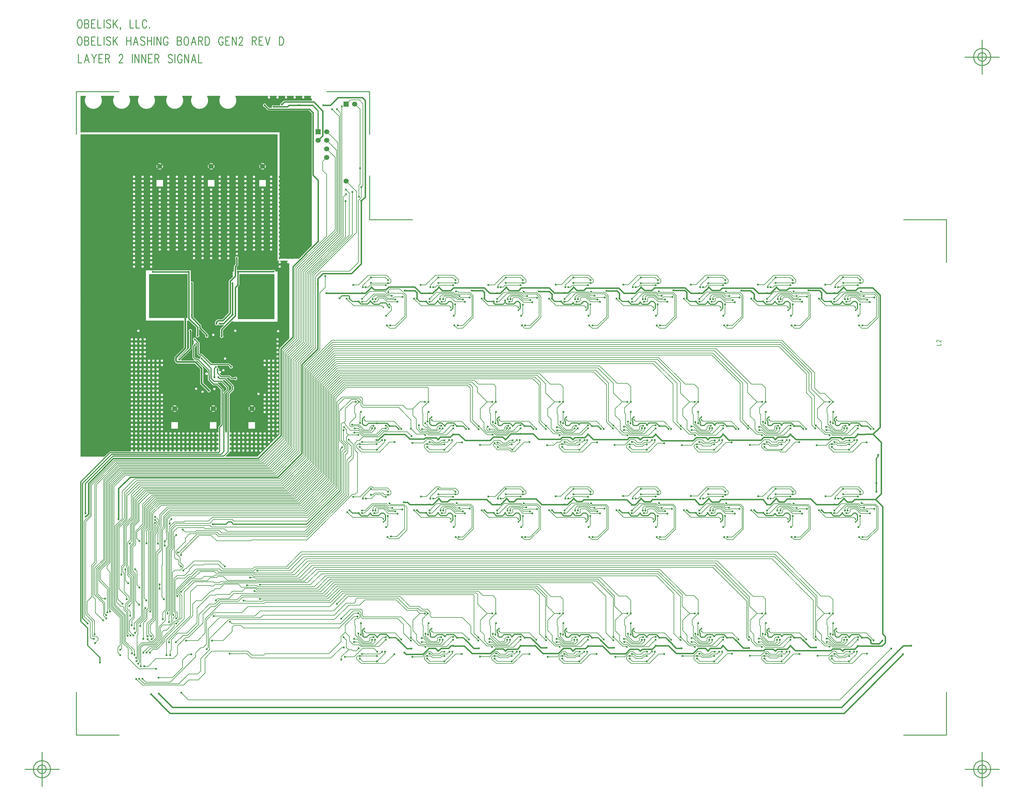
<source format=gbr>
*
*
G04 PADS 9.2 Build Number: 414666 generated Gerber (RS-274-X) file*
G04 PC Version=2.1*
*
%IN "SC1B_REVD_ARC.pcb"*%
*
%MOIN*%
*
%FSLAX24Y24*%
*
*
*
*
G04 PC Standard Apertures*
*
*
G04 Thermal Relief Aperture macro.*
%AMTER*
1,1,$1,0,0*
1,0,$1-$2,0,0*
21,0,$3,$4,0,0,45*
21,0,$3,$4,0,0,135*
%
*
*
G04 Annular Aperture macro.*
%AMANN*
1,1,$1,0,0*
1,0,$2,0,0*
%
*
*
G04 Odd Aperture macro.*
%AMODD*
1,1,$1,0,0*
1,0,$1-0.005,0,0*
%
*
*
G04 PC Custom Aperture Macros*
*
*
*
*
*
*
G04 PC Aperture Table*
*
%ADD010C,0.001*%
%ADD013R,0.06X0.06*%
%ADD014C,0.06*%
%ADD025C,0.02*%
%ADD028C,0.01*%
%ADD031C,0.015*%
%ADD032C,0.005*%
%ADD040C,0.024*%
%ADD063C,0.008*%
%ADD064C,0.012*%
%ADD302C,0.105*%
%ADD313C,0.018*%
*
*
*
*
G04 PC Circuitry*
G04 Layer Name SC1B_REVD_ARC.pcb - circuitry*
%LPD*%
*
*
G04 PC Custom Flashes*
G04 Layer Name SC1B_REVD_ARC.pcb - flashes*
%LPD*%
*
*
G04 PC Circuitry*
G04 Layer Name SC1B_REVD_ARC.pcb - circuitry*
%LPD*%
*
G54D10*
G54D13*
G01X48250Y90500D03*
X51500Y93750D03*
G54D14*
X49250Y90500D03*
X48250Y89500D03*
X49250D03*
Y88500D03*
Y87500D03*
X29750Y86468D03*
X31500Y58155D03*
X41750Y86468D03*
X40500Y58155D03*
X36000D03*
X35750Y86468D03*
X52500Y93750D03*
X51500Y84750D03*
G54D25*
X35500Y60250D02*
X34650Y61100D01*
Y62850*
X33900Y63600*
X31800*
X31650Y63750*
Y64100*
X32750Y65200*
Y69075*
G54D28*
X20324Y101614D02*
X20256Y101567D01*
X20256D02*
X20188Y101473D01*
X20188D02*
X20154Y101380D01*
X20120Y101239*
Y101005*
X20154Y100864*
X20188Y100770*
X20188D02*
X20256Y100676D01*
X20256D02*
X20324Y100630D01*
X20324D02*
X20460D01*
X20460D02*
X20529Y100676D01*
X20529D02*
X20597Y100770D01*
X20597D02*
X20631Y100864D01*
X20665Y101005*
Y101239*
X20631Y101380*
X20597Y101473*
X20597D02*
X20529Y101567D01*
X20529D02*
X20460Y101614D01*
X20460D02*
X20324D01*
X20972D02*
Y100630D01*
Y101614D02*
X21279D01*
X21381Y101567*
X21381D02*
X21415Y101520D01*
X21415D02*
X21449Y101426D01*
X21449D02*
Y101333D01*
X21449D02*
X21415Y101239D01*
X21381Y101192*
X21381D02*
X21279Y101145D01*
X20972D02*
X21279D01*
X21279D02*
X21381Y101098D01*
X21381D02*
X21415Y101051D01*
X21415D02*
X21449Y100958D01*
X21449D02*
Y100817D01*
X21449D02*
X21415Y100723D01*
X21415D02*
X21381Y100676D01*
X21381D02*
X21279Y100630D01*
X20972*
X21756Y101614D02*
Y100630D01*
Y101614D02*
X22199D01*
X21756Y101145D02*
X22029D01*
X21756Y100630D02*
X22199D01*
X22506Y101614D02*
Y100630D01*
X22915*
X23222Y101614D02*
Y100630D01*
X24006Y101473D02*
X23938Y101567D01*
X23938D02*
X23835Y101614D01*
X23835D02*
X23699D01*
X23699D02*
X23597Y101567D01*
X23597D02*
X23529Y101473D01*
X23529D02*
Y101380D01*
X23563Y101286*
X23597Y101239*
X23665Y101192*
X23665D02*
X23870Y101098D01*
X23870D02*
X23938Y101051D01*
X23938D02*
X23972Y101005D01*
X24006Y100911*
Y100770*
X24006D02*
X23938Y100676D01*
X23938D02*
X23835Y100630D01*
X23835D02*
X23699D01*
X23699D02*
X23597Y100676D01*
X23597D02*
X23529Y100770D01*
X24313Y101614D02*
Y100630D01*
X24790Y101614D02*
X24313Y100958D01*
X24483Y101192D02*
X24790Y100630D01*
X25881Y101614D02*
Y100630D01*
X26358Y101614D02*
Y100630D01*
X25881Y101145D02*
X26358D01*
X26938Y101614D02*
X26665Y100630D01*
X26938Y101614D02*
X27210Y100630D01*
X26767Y100958D02*
X27108D01*
X27995Y101473D02*
X27926Y101567D01*
X27926D02*
X27824Y101614D01*
X27824D02*
X27688D01*
X27585Y101567*
X27585D02*
X27517Y101473D01*
X27517D02*
Y101380D01*
X27517D02*
X27551Y101286D01*
X27551D02*
X27585Y101239D01*
X27585D02*
X27654Y101192D01*
X27654D02*
X27858Y101098D01*
X27858D02*
X27926Y101051D01*
X27926D02*
X27960Y101005D01*
X27960D02*
X27995Y100911D01*
Y100770*
X27995D02*
X27926Y100676D01*
X27926D02*
X27824Y100630D01*
X27824D02*
X27688D01*
X27585Y100676*
X27585D02*
X27517Y100770D01*
X28301Y101614D02*
Y100630D01*
X28779Y101614D02*
Y100630D01*
X28301Y101145D02*
X28779D01*
X29085Y101614D02*
Y100630D01*
X29392Y101614D02*
Y100630D01*
Y101614D02*
X29870Y100630D01*
Y101614D02*
Y100630D01*
X30688Y101380D02*
X30654Y101473D01*
X30654D02*
X30585Y101567D01*
X30585D02*
X30517Y101614D01*
X30517D02*
X30381D01*
X30313Y101567*
X30313D02*
X30245Y101473D01*
X30245D02*
X30210Y101380D01*
X30210D02*
X30176Y101239D01*
X30176D02*
Y101005D01*
X30176D02*
X30210Y100864D01*
X30210D02*
X30245Y100770D01*
X30245D02*
X30313Y100676D01*
X30313D02*
X30381Y100630D01*
X30517*
X30517D02*
X30585Y100676D01*
X30585D02*
X30654Y100770D01*
X30654D02*
X30688Y100864D01*
Y101005*
X30517D02*
X30688D01*
X31779Y101614D02*
Y100630D01*
Y101614D02*
X32085D01*
X32085D02*
X32188Y101567D01*
X32188D02*
X32222Y101520D01*
X32222D02*
X32256Y101426D01*
X32256D02*
Y101333D01*
X32222Y101239*
X32188Y101192*
X32188D02*
X32085Y101145D01*
X31779D02*
X32085D01*
X32085D02*
X32188Y101098D01*
X32188D02*
X32222Y101051D01*
X32222D02*
X32256Y100958D01*
Y100817*
X32256D02*
X32222Y100723D01*
X32222D02*
X32188Y100676D01*
X32188D02*
X32085Y100630D01*
X32085D02*
X31779D01*
X32767Y101614D02*
X32699Y101567D01*
X32699D02*
X32631Y101473D01*
X32631D02*
X32597Y101380D01*
X32563Y101239*
Y101005*
X32597Y100864*
X32631Y100770*
X32631D02*
X32699Y100676D01*
X32699D02*
X32767Y100630D01*
X32767D02*
X32904D01*
X32972Y100676*
X32972D02*
X33040Y100770D01*
X33040D02*
X33074Y100864D01*
X33074D02*
X33108Y101005D01*
X33108D02*
Y101239D01*
X33108D02*
X33074Y101380D01*
X33074D02*
X33040Y101473D01*
X33040D02*
X32972Y101567D01*
X32972D02*
X32904Y101614D01*
X32767*
X33688D02*
X33415Y100630D01*
X33688Y101614D02*
X33960Y100630D01*
X33517Y100958D02*
X33858D01*
X34267Y101614D02*
Y100630D01*
Y101614D02*
X34574D01*
X34574D02*
X34676Y101567D01*
X34676D02*
X34710Y101520D01*
X34710D02*
X34745Y101426D01*
X34745D02*
Y101333D01*
X34710Y101239*
X34710D02*
X34676Y101192D01*
X34676D02*
X34574Y101145D01*
X34574D02*
X34267D01*
X34506D02*
X34745Y100630D01*
X35051Y101614D02*
Y100630D01*
Y101614D02*
X35290D01*
X35392Y101567*
X35392D02*
X35460Y101473D01*
X35460D02*
X35495Y101380D01*
X35529Y101239*
Y101005*
X35495Y100864*
X35460Y100770*
X35460D02*
X35392Y100676D01*
X35392D02*
X35290Y100630D01*
X35051*
X37131Y101380D02*
X37097Y101473D01*
X37097D02*
X37029Y101567D01*
X37029D02*
X36960Y101614D01*
X36960D02*
X36824D01*
X36824D02*
X36756Y101567D01*
X36756D02*
X36688Y101473D01*
X36688D02*
X36654Y101380D01*
X36620Y101239*
Y101005*
X36654Y100864*
X36688Y100770*
X36688D02*
X36756Y100676D01*
X36756D02*
X36824Y100630D01*
X36824D02*
X36960D01*
X36960D02*
X37029Y100676D01*
X37029D02*
X37097Y100770D01*
X37097D02*
X37131Y100864D01*
Y101005*
X36960D02*
X37131D01*
X37438Y101614D02*
Y100630D01*
Y101614D02*
X37881D01*
X37438Y101145D02*
X37710D01*
X37438Y100630D02*
X37881D01*
X38188Y101614D02*
Y100630D01*
Y101614D02*
X38665Y100630D01*
Y101614D02*
Y100630D01*
X39006Y101380D02*
Y101426D01*
X39006D02*
X39040Y101520D01*
X39040D02*
X39074Y101567D01*
X39074D02*
X39142Y101614D01*
X39142D02*
X39279D01*
X39347Y101567*
X39347D02*
X39381Y101520D01*
X39381D02*
X39415Y101426D01*
X39415D02*
Y101333D01*
X39381Y101239*
X39313Y101098*
X39313D02*
X38972Y100630D01*
X39449*
X40540Y101614D02*
Y100630D01*
Y101614D02*
X40847D01*
X40949Y101567*
X40949D02*
X40983Y101520D01*
X40983D02*
X41017Y101426D01*
X41017D02*
Y101333D01*
X41017D02*
X40983Y101239D01*
X40983D02*
X40949Y101192D01*
X40949D02*
X40847Y101145D01*
X40847D02*
X40540D01*
X40779D02*
X41017Y100630D01*
X41324Y101614D02*
Y100630D01*
Y101614D02*
X41767D01*
X41324Y101145D02*
X41597D01*
X41324Y100630D02*
X41767D01*
X42074Y101614D02*
X42347Y100630D01*
X42620Y101614D02*
X42347Y100630D01*
X43710Y101614D02*
Y100630D01*
Y101614D02*
X43949D01*
X43949D02*
X44051Y101567D01*
X44051D02*
X44120Y101473D01*
X44120D02*
X44154Y101380D01*
X44188Y101239*
Y101005*
X44154Y100864*
X44120Y100770*
X44120D02*
X44051Y100676D01*
X44051D02*
X43949Y100630D01*
X43949D02*
X43710D01*
X20230Y99559D02*
Y98575D01*
X20639*
X21218Y99559D02*
X20945Y98575D01*
X21218Y99559D02*
X21491Y98575D01*
X21048Y98903D02*
X21389D01*
X21798Y99559D02*
X22070Y99090D01*
X22070D02*
Y98575D01*
X22343Y99559D02*
X22070Y99090D01*
X22650Y99559D02*
Y98575D01*
Y99559D02*
X23093D01*
X22650Y99090D02*
X22923D01*
X22650Y98575D02*
X23093D01*
X23400Y99559D02*
Y98575D01*
Y99559D02*
X23707D01*
X23809Y99512*
X23809D02*
X23843Y99465D01*
X23843D02*
X23877Y99371D01*
X23877D02*
Y99278D01*
X23877D02*
X23843Y99184D01*
X23843D02*
X23809Y99137D01*
X23809D02*
X23707Y99090D01*
X23707D02*
X23400D01*
X23639D02*
X23877Y98575D01*
X25002Y99325D02*
Y99371D01*
X25002D02*
X25036Y99465D01*
X25036D02*
X25070Y99512D01*
X25070D02*
X25139Y99559D01*
X25275*
X25343Y99512*
X25343D02*
X25377Y99465D01*
X25377D02*
X25411Y99371D01*
X25411D02*
Y99278D01*
X25411D02*
X25377Y99184D01*
X25377D02*
X25309Y99043D01*
X25309D02*
X24968Y98575D01*
X24968D02*
X25445D01*
X26536Y99559D02*
Y98575D01*
X26843Y99559D02*
Y98575D01*
Y99559D02*
X27320Y98575D01*
Y99559D02*
Y98575D01*
X27627Y99559D02*
Y98575D01*
Y99559D02*
X28105Y98575D01*
Y99559D02*
Y98575D01*
X28411Y99559D02*
Y98575D01*
Y99559D02*
X28855D01*
X28411Y99090D02*
X28684D01*
X28411Y98575D02*
X28855D01*
X29161Y99559D02*
Y98575D01*
Y99559D02*
X29468D01*
X29468D02*
X29570Y99512D01*
X29570D02*
X29605Y99465D01*
X29605D02*
X29639Y99371D01*
X29639D02*
Y99278D01*
X29605Y99184*
X29570Y99137*
X29570D02*
X29468Y99090D01*
X29468D02*
X29161D01*
X29400D02*
X29639Y98575D01*
X31207Y99418D02*
X31139Y99512D01*
X31139D02*
X31036Y99559D01*
X31036D02*
X30900D01*
X30798Y99512*
X30798D02*
X30730Y99418D01*
X30730D02*
Y99325D01*
X30764Y99231*
X30798Y99184*
X30866Y99137*
X30866D02*
X31070Y99043D01*
X31070D02*
X31139Y98996D01*
X31139D02*
X31173Y98950D01*
X31207Y98856*
Y98715*
X31207D02*
X31139Y98621D01*
X31139D02*
X31036Y98575D01*
X31036D02*
X30900D01*
X30798Y98621*
X30798D02*
X30730Y98715D01*
X31514Y99559D02*
Y98575D01*
X32332Y99325D02*
X32298Y99418D01*
X32298D02*
X32230Y99512D01*
X32230D02*
X32161Y99559D01*
X32161D02*
X32025D01*
X31957Y99512*
X31957D02*
X31889Y99418D01*
X31889D02*
X31855Y99325D01*
X31820Y99184*
X31820D02*
Y98950D01*
X31820D02*
X31855Y98809D01*
X31889Y98715*
X31889D02*
X31957Y98621D01*
X31957D02*
X32025Y98575D01*
X32161*
X32161D02*
X32230Y98621D01*
X32230D02*
X32298Y98715D01*
X32298D02*
X32332Y98809D01*
Y98950*
X32161D02*
X32332D01*
X32639Y99559D02*
Y98575D01*
Y99559D02*
X33116Y98575D01*
Y99559D02*
Y98575D01*
X33695Y99559D02*
X33423Y98575D01*
X33695Y99559D02*
X33968Y98575D01*
X33525Y98903D02*
X33866D01*
X34275Y99559D02*
Y98575D01*
X34684*
X20324Y103614D02*
X20256Y103567D01*
X20256D02*
X20188Y103473D01*
X20188D02*
X20154Y103380D01*
X20120Y103239*
Y103005*
X20154Y102864*
X20188Y102770*
X20188D02*
X20256Y102676D01*
X20256D02*
X20324Y102630D01*
X20324D02*
X20460D01*
X20460D02*
X20529Y102676D01*
X20529D02*
X20597Y102770D01*
X20597D02*
X20631Y102864D01*
X20665Y103005*
Y103239*
X20631Y103380*
X20597Y103473*
X20597D02*
X20529Y103567D01*
X20529D02*
X20460Y103614D01*
X20460D02*
X20324D01*
X20972D02*
Y102630D01*
Y103614D02*
X21279D01*
X21381Y103567*
X21381D02*
X21415Y103520D01*
X21415D02*
X21449Y103426D01*
X21449D02*
Y103333D01*
X21449D02*
X21415Y103239D01*
X21381Y103192*
X21381D02*
X21279Y103145D01*
X20972D02*
X21279D01*
X21279D02*
X21381Y103098D01*
X21381D02*
X21415Y103051D01*
X21415D02*
X21449Y102958D01*
X21449D02*
Y102817D01*
X21449D02*
X21415Y102723D01*
X21415D02*
X21381Y102676D01*
X21381D02*
X21279Y102630D01*
X20972*
X21756Y103614D02*
Y102630D01*
Y103614D02*
X22199D01*
X21756Y103145D02*
X22029D01*
X21756Y102630D02*
X22199D01*
X22506Y103614D02*
Y102630D01*
X22915*
X23222Y103614D02*
Y102630D01*
X24006Y103473D02*
X23938Y103567D01*
X23938D02*
X23835Y103614D01*
X23835D02*
X23699D01*
X23699D02*
X23597Y103567D01*
X23597D02*
X23529Y103473D01*
X23529D02*
Y103380D01*
X23563Y103286*
X23597Y103239*
X23665Y103192*
X23665D02*
X23870Y103098D01*
X23870D02*
X23938Y103051D01*
X23938D02*
X23972Y103005D01*
X24006Y102911*
Y102770*
X24006D02*
X23938Y102676D01*
X23938D02*
X23835Y102630D01*
X23835D02*
X23699D01*
X23699D02*
X23597Y102676D01*
X23597D02*
X23529Y102770D01*
X24313Y103614D02*
Y102630D01*
X24790Y103614D02*
X24313Y102958D01*
X24483Y103192D02*
X24790Y102630D01*
X25165Y102676D02*
X25131Y102630D01*
X25097Y102676*
X25097D02*
X25131Y102723D01*
X25131D02*
X25165Y102676D01*
X25165D02*
Y102583D01*
X25131Y102489*
X25097Y102442*
X26256Y103614D02*
Y102630D01*
X26665*
X26972Y103614D02*
Y102630D01*
X27381*
X28199Y103380D02*
X28165Y103473D01*
X28165D02*
X28097Y103567D01*
X28097D02*
X28029Y103614D01*
X27892*
X27892D02*
X27824Y103567D01*
X27824D02*
X27756Y103473D01*
X27756D02*
X27722Y103380D01*
X27688Y103239*
Y103005*
X27722Y102864*
X27756Y102770*
X27756D02*
X27824Y102676D01*
X27824D02*
X27892Y102630D01*
X27892D02*
X28029D01*
X28097Y102676*
X28097D02*
X28165Y102770D01*
X28165D02*
X28199Y102864D01*
X28540Y102723D02*
X28506Y102676D01*
X28506D02*
X28540Y102630D01*
X28574Y102676*
X28574D02*
X28540Y102723D01*
X50800Y48550D02*
Y53375D01*
X51050Y53625*
X25000Y20000D02*
X20000D01*
Y25000*
X59250Y80236D02*
X54250D01*
Y85375*
X49242Y95200D02*
X54251D01*
Y90202*
X116570Y80236D02*
X121570D01*
Y75250*
X20000Y90193D02*
Y95200D01*
X24965*
X121570Y25000D02*
Y20000D01*
X116570*
X126750Y99250D02*
G75*
G03X126750I-1000J0D01*
G01X126250D02*
G03X126250I-500J0D01*
G01X125750Y101250D02*
Y97250D01*
X123750Y99250D02*
X127750D01*
X126750Y16000D02*
G03X126750I-1000J0D01*
G01X126250D02*
G03X126250I-500J0D01*
G01X125750Y18000D02*
Y14000D01*
X123750Y16000D02*
X127750D01*
X17000D02*
G03X17000I-1000J0D01*
G01X16500D02*
G03X16500I-500J0D01*
G01X16000Y18000D02*
Y14000D01*
X14000Y16000D02*
X18000D01*
G54D31*
X30950Y22550D02*
X109625D01*
X116500Y29425*
X30950Y22550D02*
X28725Y24775D01*
X109325Y23250D02*
X31250D01*
X29650Y24850*
X109325Y23250D02*
X116525Y30450D01*
X117475*
X58500Y29450D02*
X60475D01*
X61175Y30150*
X58500Y29450D02*
X58300Y29650D01*
X59125Y30100D02*
X58587D01*
X57625Y31062*
X62250Y29825D02*
X61925Y30150D01*
X61175*
X62250Y29825D02*
X62596Y30150D01*
X62596D02*
X63475D01*
X63750Y30425*
X64000*
X66200Y29525D02*
X68375D01*
X68925Y30075*
X66200Y29525D02*
X65312Y30412D01*
X65312D02*
X64012D01*
X64012D02*
X64000Y30425D01*
X67000Y30150D02*
X66411D01*
X65499Y31062*
X70100Y29825D02*
X69850Y30075D01*
X68925*
X70100Y29825D02*
X70325Y30050D01*
X71500*
X71862Y30425*
X71862D02*
X71875D01*
X74475Y29525D02*
X76275D01*
X76875Y30125*
X74475Y29525D02*
X73575Y30425D01*
X71875*
X74900Y30200D02*
Y30210D01*
X74225*
X73373Y31062*
X71875Y30425D02*
X71862D01*
X77975Y29825D02*
X77675Y30125D01*
X76875*
X77975Y29825D02*
X78275Y30100D01*
X79450*
X79750Y30400*
X82350Y29500D02*
X84125D01*
X84650Y30025*
X82350Y29500D02*
X81450Y30400D01*
X79750*
X82775Y30200D02*
X82109D01*
X81247Y31062*
X85850Y29825D02*
X86100Y30050D01*
X87250*
X87625Y30425*
X85850Y29825D02*
X85575Y30025D01*
X84650*
X90025Y29525D02*
X92000D01*
X92600Y30125*
X90025Y29525D02*
X89125Y30425D01*
X87625*
X90675Y30150D02*
X90033D01*
X89121Y31062*
X93725Y29825D02*
X94000Y30125D01*
X95200*
X95500Y30425*
X93725Y29825D02*
X93425Y30125D01*
X92600*
X96050Y29875D02*
X100225D01*
X100400Y30050*
X96050Y29875D02*
X95500Y30425D01*
X98525Y30175D02*
X97882D01*
X96995Y31062*
X101600Y29825D02*
X101350Y30050D01*
X100400*
X101600Y29825D02*
X101825Y30025D01*
X102975*
X103375Y30425*
X103925Y29875D02*
X108100D01*
X108300Y30075*
X103925Y29875D02*
X103375Y30425D01*
X106375Y30225D02*
X105706D01*
X104869Y31062*
X109475Y29825D02*
X109175Y30075D01*
X108300*
X109475Y29825D02*
X109675Y30025D01*
X110875*
X111250Y30400*
X112875Y30675D02*
X113725D01*
X114100Y31050*
X112875Y30675D02*
X112743Y30806D01*
X112743D02*
Y31062D01*
X111250Y30400D02*
X114050D01*
X114425Y30775*
Y31515*
X114140Y31800*
Y46720*
X113310Y47550*
X21100Y45525D02*
X21425Y45850D01*
Y49400*
X22225Y50200*
X24340Y52350*
X41250*
X43900Y55000*
Y65150*
X45300Y66550*
Y74750*
X48250Y77700*
Y84825*
X47650Y85425*
Y92725*
X47225Y93150*
X42450*
X42025Y93575*
X24950Y45200D02*
Y48800D01*
X26300Y50150*
X43550*
X46350Y52950*
Y63300*
X48200Y65150*
Y72750*
X61250Y46925D02*
X58950D01*
X58675Y47200*
X58225*
X61250Y46925D02*
X61625D01*
X62325Y47625*
X63350Y47275D02*
X62650D01*
X62325Y47625*
X63350Y47275D02*
X63625Y47550D01*
X66225*
X71100Y47275D02*
X70575D01*
X70225Y47625*
X71100Y47275D02*
X71425Y47600D01*
X73675*
X69125Y46925D02*
X68525D01*
X67900Y47550*
X66225*
X69125Y46925D02*
X69525D01*
X70225Y47625*
X79025Y47300D02*
X78425D01*
X78075Y47650*
X79025Y47300D02*
X79225Y47500D01*
X84275*
X77000Y46925D02*
X74350D01*
X73675Y47600*
X77000Y46925D02*
X77350D01*
X78075Y47650*
X87025Y47275D02*
X86300D01*
X85950Y47625*
X87025Y47275D02*
X87275Y47525D01*
X92200*
X84275Y47500D02*
X84875Y46900D01*
X85225*
X85950Y47625*
X95000Y47250D02*
X94200D01*
X93825Y47625*
X95000Y47250D02*
X95275Y47525D01*
X100186*
X92200D02*
X92750Y46925D01*
X93125*
X93825Y47625*
X102650Y47250D02*
X102075D01*
X101700Y47625*
X102650Y47250D02*
X103000Y47600D01*
X105725*
X100186Y47525D02*
X100625Y46950D01*
X101025*
X101700Y47625*
X110575Y47250D02*
X110000D01*
X109627Y47622*
X109600Y47625*
X110575Y47250D02*
X110875Y47550D01*
X113310*
X110575Y47250D02*
X110875Y47550D01*
X113310*
X113975Y48215*
Y54205*
X113020Y55160*
X113825Y55965*
Y71420*
X112970Y72275*
X111305*
X110575Y47250D02*
X110875Y47550D01*
X113310*
X113975Y48215*
Y54205*
X113020Y55160*
X108500Y46925D02*
X106400D01*
X105725Y47600*
X108500Y46925D02*
X108900D01*
X109600Y47625*
X55050Y54475D02*
X55250D01*
X55925Y55150*
X56125*
X58925Y54600D02*
X60625D01*
X60775Y54750*
X58925Y54600D02*
X58375Y55150D01*
X56125*
X62225Y54550D02*
X62500Y54825D01*
X63675*
X64000Y55150*
X62225Y54550D02*
X62025Y54750D01*
X60775*
X64462Y56111D02*
X64449D01*
X65400Y54425D02*
X68300D01*
X68700Y54825*
X65400Y54425D02*
X64675Y55150D01*
X64000*
X64449Y56111D02*
X64462D01*
X70100Y54550D02*
X69775Y54825D01*
X68700*
X70100Y54550D02*
X70750Y55200D01*
X71875*
X73975Y54575D02*
X76500D01*
X76725Y54800*
X73975Y54575D02*
X73350Y55200D01*
X71875*
X77975Y54550D02*
X77675Y54800D01*
X76725*
X77975Y54550D02*
X78200Y54775D01*
X79375*
X79750Y55150*
X80375Y54550D02*
X84325D01*
X84550Y54775*
X80375Y54550D02*
X79775Y55150D01*
X79750*
X85850Y54550D02*
X86125Y54800D01*
X87275*
X87625Y55150*
X85850Y54550D02*
X85550Y54775D01*
X84550*
X88375Y54400D02*
X92000D01*
X92375Y54775*
X88375Y54400D02*
X87625Y55150D01*
X93725Y54550D02*
X93950Y54775D01*
X95125*
X95500Y55150*
X93725Y54550D02*
X93500Y54775D01*
X92375*
X96176Y54475D02*
X99925D01*
X100250Y54800*
X96176Y54475D02*
X95526Y55125D01*
X95526D02*
X95500Y55150D01*
X102350Y56250D02*
X102344Y56255D01*
X101600Y54550D02*
X101325Y54800D01*
X100250*
X101600Y54550D02*
X101900Y54825D01*
X103050*
X103375Y55150*
X104000Y54525D02*
X107900D01*
X108150Y54775*
X104000Y54525D02*
X103375Y55150D01*
X109475Y54550D02*
X109200Y54775D01*
X108150*
X109475Y54550D02*
X109700Y54775D01*
X110875*
X111250Y55150*
X113020Y55160*
X32050Y63900D02*
X33325Y65175D01*
Y67250*
X34175Y66675D02*
Y67675D01*
X33150Y68675*
Y74125*
X36375Y68075D02*
Y68275D01*
X36525Y68425*
X37100*
X37975Y69300*
Y73025*
X38575Y73625*
Y74750*
X38710Y74908*
X38710D02*
X38750Y74948D01*
X38750D02*
Y75750D01*
X36975Y66600D02*
Y67400D01*
X38575Y69000*
Y72300*
X38875Y72600*
Y74175*
X35250Y66625D02*
Y66775D01*
X34450Y67575*
Y67850*
X33500Y68800*
Y69075*
X36725Y68075D02*
X37175D01*
X38250Y69150*
X33500Y69075D02*
Y72800D01*
X38275Y69175D02*
X38250Y69150D01*
Y72800*
X54800Y72025D02*
X56150D01*
X56500Y72375*
X54800Y72025D02*
X54475Y72350D01*
X53375Y71650D02*
X53775D01*
X54475Y72350*
X53375Y71650D02*
X49200D01*
X62725Y71950D02*
X63700D01*
X64025Y72275*
X62725Y71950D02*
X62325Y72350D01*
X59774Y71011D02*
Y71700D01*
X59524Y71950*
X58350*
X61250Y71625D02*
X61600D01*
X62325Y72350*
X61250Y71625D02*
X60250D01*
X59500Y72375*
X56500*
X70550Y71950D02*
X71625D01*
X71950Y72275*
X70550Y71950D02*
X70200Y72350D01*
X67648Y71011D02*
Y71725D01*
X67448Y71925*
X66175*
X69125Y71650D02*
X69500D01*
X70200Y72350*
X69125Y71650D02*
X68275D01*
X67650Y72275*
X64025*
X78450Y71975D02*
X79275D01*
X79550Y72250*
X78450Y71975D02*
X78075Y72350D01*
X75522Y71011D02*
Y71553D01*
X75250Y71825*
X74000*
X77000Y71675D02*
X77400D01*
X78075Y72350*
X77000Y71675D02*
X75800D01*
X75200Y72275*
X71950*
X86325Y71975D02*
X87200D01*
X87500Y72275*
X86325Y71975D02*
X85950Y72350D01*
X83396Y71011D02*
Y71625D01*
X83121Y71900*
X81900*
X84875Y71650D02*
X85250D01*
X85950Y72350*
X84875Y71650D02*
X83925D01*
X83325Y72250*
X79550*
X94200Y71975D02*
X95125D01*
X95400Y72250*
X94200Y71975D02*
X93825Y72350D01*
X91270Y71011D02*
Y71729D01*
X91270D02*
X91025Y71975D01*
X89700*
X92750Y71625D02*
X93100D01*
X93825Y72350*
X92750Y71625D02*
X91725D01*
X91075Y72275*
X87500*
X99144Y71011D02*
Y71525D01*
X98719Y71950*
X97625*
X102075Y72000D02*
X102950D01*
X103200Y72250*
X102075Y72000D02*
X101725Y72350D01*
X100625Y71650D02*
X101025D01*
X101725Y72350*
X100625Y71650D02*
X99625D01*
X99025Y72250*
X95400*
X107018Y71011D02*
Y71700D01*
X106743Y71975*
X105475*
X109950D02*
X111005D01*
X111305Y72275*
X109950Y71975D02*
X109575Y72350D01*
X108500Y71650D02*
X108875D01*
X109575Y72350*
X108500Y71650D02*
X107575D01*
X106975Y72250*
X103200*
X28950Y74125D02*
X33150D01*
X38875Y74175D02*
X43050D01*
X48200Y72750D02*
Y73350D01*
X48800Y73950*
X52150*
X53275Y75075*
Y82425*
X53725Y82875*
Y94175*
X53400Y94500*
X50575*
X53275Y82425D02*
X53725Y82875D01*
Y94175*
X53400Y94500*
X48250Y89500D02*
X48775Y90025D01*
Y92950*
X47725Y94000*
X43025Y93425D02*
X44675D01*
X44850Y93600*
X45425*
X44000Y93700D02*
X44300Y94000D01*
X47725*
X47600Y93600D02*
X45425D01*
X48850D02*
X49675D01*
X50575Y94500*
X48850Y93600D02*
X49675D01*
X50575Y94500*
X53400*
X35456Y86761D02*
X35537Y86680D01*
X35456Y86175D02*
X35537Y86256D01*
X36043Y86175D02*
X35962Y86256D01*
X36043Y86761D02*
X35962Y86680D01*
X35706Y58448D02*
X35787Y58367D01*
X35706Y57862D02*
X35787Y57943D01*
X36293Y57862D02*
X36212Y57943D01*
X36293Y58448D02*
X36212Y58367D01*
X40206Y58448D02*
X40287Y58367D01*
X40206Y57862D02*
X40287Y57943D01*
X40793Y57862D02*
X40712Y57943D01*
X40793Y58448D02*
X40712Y58367D01*
X41456Y86761D02*
X41537Y86680D01*
X41456Y86175D02*
X41537Y86256D01*
X42043Y86175D02*
X41962Y86256D01*
X42043Y86761D02*
X41962Y86680D01*
X31206Y58448D02*
X31287Y58367D01*
X31206Y57862D02*
X31287Y57943D01*
X31793Y57862D02*
X31712Y57943D01*
X31793Y58448D02*
X31712Y58367D01*
X29456Y86761D02*
X29537Y86680D01*
X29456Y86175D02*
X29537Y86256D01*
X30043Y86175D02*
X29962Y86256D01*
X30043Y86761D02*
X29962Y86680D01*
G54D32*
X43675Y55250D02*
G03X43675I-175J0D01*
G01Y55750D02*
G03X43675I-175J0D01*
G01Y56250D02*
G03X43675I-175J0D01*
G01Y56750D02*
G03X43675I-175J0D01*
G01Y57250D02*
G03X43675I-175J0D01*
G01Y57750D02*
G03X43675I-175J0D01*
G01Y58250D02*
G03X43675I-175J0D01*
G01Y58750D02*
G03X43675I-175J0D01*
G01Y59250D02*
G03X43675I-175J0D01*
G01Y59750D02*
G03X43675I-175J0D01*
G01Y60250D02*
G03X43675I-175J0D01*
G01Y60750D02*
G03X43675I-175J0D01*
G01Y61250D02*
G03X43675I-175J0D01*
G01Y61750D02*
G03X43675I-175J0D01*
G01Y62250D02*
G03X43675I-175J0D01*
G01Y62750D02*
G03X43675I-175J0D01*
G01Y63250D02*
G03X43675I-175J0D01*
G01Y63750D02*
G03X43675I-175J0D01*
G01Y64250D02*
G03X43675I-175J0D01*
G01Y64750D02*
G03X43675I-175J0D01*
G01Y65250D02*
G03X43675I-175J0D01*
G01Y65750D02*
G03X43675I-175J0D01*
G01Y66250D02*
G03X43675I-175J0D01*
G01X43750Y67200D02*
G03X43750I-175J0D01*
G01X43925Y74750D02*
G03X43925I-175J0D01*
G01X43175Y54750D02*
G03X43175I-175J0D01*
G01Y55250D02*
G03X43175I-175J0D01*
G01Y55750D02*
G03X43175I-175J0D01*
G01Y56250D02*
G03X43175I-175J0D01*
G01Y56750D02*
G03X43175I-175J0D01*
G01Y57250D02*
G03X43175I-175J0D01*
G01Y57750D02*
G03X43175I-175J0D01*
G01Y58250D02*
G03X43175I-175J0D01*
G01Y58750D02*
G03X43175I-175J0D01*
G01Y59250D02*
G03X43175I-175J0D01*
G01Y59750D02*
G03X43175I-175J0D01*
G01Y60250D02*
G03X43175I-175J0D01*
G01Y60750D02*
G03X43175I-175J0D01*
G01Y61250D02*
G03X43175I-175J0D01*
G01Y61750D02*
G03X43175I-175J0D01*
G01Y62250D02*
G03X43175I-175J0D01*
G01Y62750D02*
G03X43175I-175J0D01*
G01Y63250D02*
G03X43175I-175J0D01*
G01Y63750D02*
G03X43175I-175J0D01*
G01X42675Y54250D02*
G03X42675I-175J0D01*
G01Y54750D02*
G03X42675I-175J0D01*
G01Y55250D02*
G03X42675I-175J0D01*
G01Y55750D02*
G03X42675I-175J0D01*
G01Y56250D02*
G03X42675I-175J0D01*
G01Y56750D02*
G03X42675I-175J0D01*
G01Y57250D02*
G03X42675I-175J0D01*
G01Y57750D02*
G03X42675I-175J0D01*
G01Y58250D02*
G03X42675I-175J0D01*
G01Y58750D02*
G03X42675I-175J0D01*
G01Y59250D02*
G03X42675I-175J0D01*
G01Y59750D02*
G03X42675I-175J0D01*
G01Y60250D02*
G03X42675I-175J0D01*
G01Y60750D02*
G03X42675I-175J0D01*
G01Y61250D02*
G03X42675I-175J0D01*
G01Y61750D02*
G03X42675I-175J0D01*
G01Y62250D02*
G03X42675I-175J0D01*
G01Y62750D02*
G03X42675I-175J0D01*
G01Y63250D02*
G03X42675I-175J0D01*
G01Y63750D02*
G03X42675I-175J0D01*
G01X42175Y53750D02*
G03X42175I-175J0D01*
G01Y54250D02*
G03X42175I-175J0D01*
G01Y54750D02*
G03X42175I-175J0D01*
G01Y55250D02*
G03X42175I-175J0D01*
G01Y57750D02*
G03X42175I-175J0D01*
G01Y58250D02*
G03X42175I-175J0D01*
G01Y58750D02*
G03X42175I-175J0D01*
G01Y59250D02*
G03X42175I-175J0D01*
G01Y59750D02*
G03X42175I-175J0D01*
G01Y63250D02*
G03X42175I-175J0D01*
G01Y63750D02*
G03X42175I-175J0D01*
G01X41675Y53250D02*
G03X41675I-175J0D01*
G01Y53750D02*
G03X41675I-175J0D01*
G01Y54250D02*
G03X41675I-175J0D01*
G01Y54750D02*
G03X41675I-175J0D01*
G01Y55250D02*
G03X41675I-175J0D01*
G01X41175Y53250D02*
G03X41175I-175J0D01*
G01Y53750D02*
G03X41175I-175J0D01*
G01Y54250D02*
G03X41175I-175J0D01*
G01Y54750D02*
G03X41175I-175J0D01*
G01Y55250D02*
G03X41175I-175J0D01*
G01X41450Y59875D02*
G03X41450I-175J0D01*
G01X40675Y53250D02*
G03X40675I-175J0D01*
G01Y53750D02*
G03X40675I-175J0D01*
G01Y54250D02*
G03X40675I-175J0D01*
G01Y54750D02*
G03X40675I-175J0D01*
G01Y55250D02*
G03X40675I-175J0D01*
G01X40175Y53250D02*
G03X40175I-175J0D01*
G01Y53750D02*
G03X40175I-175J0D01*
G01Y54250D02*
G03X40175I-175J0D01*
G01Y54750D02*
G03X40175I-175J0D01*
G01Y55250D02*
G03X40175I-175J0D01*
G01X40915Y58155D02*
G03X40915I-415J0D01*
G01X39675Y53250D02*
G03X39675I-175J0D01*
G01Y53750D02*
G03X39675I-175J0D01*
G01Y54250D02*
G03X39675I-175J0D01*
G01Y54750D02*
G03X39675I-175J0D01*
G01Y55250D02*
G03X39675I-175J0D01*
G01X39175Y53250D02*
G03X39175I-175J0D01*
G01Y53750D02*
G03X39175I-175J0D01*
G01Y54250D02*
G03X39175I-175J0D01*
G01Y54750D02*
G03X39175I-175J0D01*
G01Y55250D02*
G03X39175I-175J0D01*
G01X38675Y53250D02*
G03X38675I-175J0D01*
G01Y53750D02*
G03X38675I-175J0D01*
G01Y54250D02*
G03X38675I-175J0D01*
G01Y54750D02*
G03X38675I-175J0D01*
G01Y55250D02*
G03X38675I-175J0D01*
G01X38750Y67250D02*
G03X38750I-175J0D01*
G01X37350Y62625D02*
G03X37350I-175J0D01*
G01X42925Y76750D02*
G03X42925I-175J0D01*
G01Y77250D02*
G03X42925I-175J0D01*
G01Y77750D02*
G03X42925I-175J0D01*
G01Y78250D02*
G03X42925I-175J0D01*
G01Y78750D02*
G03X42925I-175J0D01*
G01Y79250D02*
G03X42925I-175J0D01*
G01Y79750D02*
G03X42925I-175J0D01*
G01Y80250D02*
G03X42925I-175J0D01*
G01Y80750D02*
G03X42925I-175J0D01*
G01Y81250D02*
G03X42925I-175J0D01*
G01Y81750D02*
G03X42925I-175J0D01*
G01Y82250D02*
G03X42925I-175J0D01*
G01Y82750D02*
G03X42925I-175J0D01*
G01Y83250D02*
G03X42925I-175J0D01*
G01Y83750D02*
G03X42925I-175J0D01*
G01Y84250D02*
G03X42925I-175J0D01*
G01Y84750D02*
G03X42925I-175J0D01*
G01Y85250D02*
G03X42925I-175J0D01*
G01X41925Y76750D02*
G03X41925I-175J0D01*
G01Y77250D02*
G03X41925I-175J0D01*
G01Y77750D02*
G03X41925I-175J0D01*
G01Y78250D02*
G03X41925I-175J0D01*
G01Y78750D02*
G03X41925I-175J0D01*
G01Y79250D02*
G03X41925I-175J0D01*
G01Y79750D02*
G03X41925I-175J0D01*
G01Y80250D02*
G03X41925I-175J0D01*
G01Y80750D02*
G03X41925I-175J0D01*
G01Y81250D02*
G03X41925I-175J0D01*
G01Y81750D02*
G03X41925I-175J0D01*
G01Y82250D02*
G03X41925I-175J0D01*
G01Y82750D02*
G03X41925I-175J0D01*
G01Y83250D02*
G03X41925I-175J0D01*
G01Y83750D02*
G03X41925I-175J0D01*
G01X42165Y86468D02*
G03X42165I-415J0D01*
G01X40925Y76750D02*
G03X40925I-175J0D01*
G01Y77250D02*
G03X40925I-175J0D01*
G01Y77750D02*
G03X40925I-175J0D01*
G01Y78250D02*
G03X40925I-175J0D01*
G01Y78750D02*
G03X40925I-175J0D01*
G01Y79250D02*
G03X40925I-175J0D01*
G01Y79750D02*
G03X40925I-175J0D01*
G01Y80250D02*
G03X40925I-175J0D01*
G01Y80750D02*
G03X40925I-175J0D01*
G01Y81250D02*
G03X40925I-175J0D01*
G01Y81750D02*
G03X40925I-175J0D01*
G01Y82250D02*
G03X40925I-175J0D01*
G01Y82750D02*
G03X40925I-175J0D01*
G01Y83250D02*
G03X40925I-175J0D01*
G01Y83750D02*
G03X40925I-175J0D01*
G01Y84250D02*
G03X40925I-175J0D01*
G01Y84750D02*
G03X40925I-175J0D01*
G01Y85250D02*
G03X40925I-175J0D01*
G01X39925Y76750D02*
G03X39925I-175J0D01*
G01Y77250D02*
G03X39925I-175J0D01*
G01Y77750D02*
G03X39925I-175J0D01*
G01Y78250D02*
G03X39925I-175J0D01*
G01Y78750D02*
G03X39925I-175J0D01*
G01Y79250D02*
G03X39925I-175J0D01*
G01Y79750D02*
G03X39925I-175J0D01*
G01Y80250D02*
G03X39925I-175J0D01*
G01Y80750D02*
G03X39925I-175J0D01*
G01Y81250D02*
G03X39925I-175J0D01*
G01Y81750D02*
G03X39925I-175J0D01*
G01Y82250D02*
G03X39925I-175J0D01*
G01Y82750D02*
G03X39925I-175J0D01*
G01Y83250D02*
G03X39925I-175J0D01*
G01Y83750D02*
G03X39925I-175J0D01*
G01Y84250D02*
G03X39925I-175J0D01*
G01Y84750D02*
G03X39925I-175J0D01*
G01Y85250D02*
G03X39925I-175J0D01*
G01X38925Y76250D02*
G03X38925I-175J0D01*
G01Y76750D02*
G03X38925I-175J0D01*
G01Y77250D02*
G03X38925I-175J0D01*
G01Y77750D02*
G03X38925I-175J0D01*
G01Y78250D02*
G03X38925I-175J0D01*
G01Y78750D02*
G03X38925I-175J0D01*
G01Y79250D02*
G03X38925I-175J0D01*
G01Y79750D02*
G03X38925I-175J0D01*
G01Y80250D02*
G03X38925I-175J0D01*
G01Y80750D02*
G03X38925I-175J0D01*
G01Y81250D02*
G03X38925I-175J0D01*
G01Y81750D02*
G03X38925I-175J0D01*
G01Y82250D02*
G03X38925I-175J0D01*
G01Y82750D02*
G03X38925I-175J0D01*
G01Y83250D02*
G03X38925I-175J0D01*
G01Y83750D02*
G03X38925I-175J0D01*
G01Y84250D02*
G03X38925I-175J0D01*
G01Y84750D02*
G03X38925I-175J0D01*
G01Y85250D02*
G03X38925I-175J0D01*
G01X37925Y75750D02*
G03X37925I-175J0D01*
G01Y76250D02*
G03X37925I-175J0D01*
G01Y76750D02*
G03X37925I-175J0D01*
G01Y77250D02*
G03X37925I-175J0D01*
G01Y77750D02*
G03X37925I-175J0D01*
G01Y78250D02*
G03X37925I-175J0D01*
G01Y78750D02*
G03X37925I-175J0D01*
G01Y79250D02*
G03X37925I-175J0D01*
G01Y79750D02*
G03X37925I-175J0D01*
G01Y80250D02*
G03X37925I-175J0D01*
G01Y80750D02*
G03X37925I-175J0D01*
G01Y81250D02*
G03X37925I-175J0D01*
G01Y81750D02*
G03X37925I-175J0D01*
G01Y82250D02*
G03X37925I-175J0D01*
G01Y82750D02*
G03X37925I-175J0D01*
G01Y83250D02*
G03X37925I-175J0D01*
G01Y83750D02*
G03X37925I-175J0D01*
G01Y84250D02*
G03X37925I-175J0D01*
G01Y84750D02*
G03X37925I-175J0D01*
G01Y85250D02*
G03X37925I-175J0D01*
G01X36925Y75750D02*
G03X36925I-175J0D01*
G01Y76250D02*
G03X36925I-175J0D01*
G01Y76750D02*
G03X36925I-175J0D01*
G01Y77250D02*
G03X36925I-175J0D01*
G01Y77750D02*
G03X36925I-175J0D01*
G01Y78250D02*
G03X36925I-175J0D01*
G01Y78750D02*
G03X36925I-175J0D01*
G01Y79250D02*
G03X36925I-175J0D01*
G01Y79750D02*
G03X36925I-175J0D01*
G01Y80250D02*
G03X36925I-175J0D01*
G01Y80750D02*
G03X36925I-175J0D01*
G01Y81250D02*
G03X36925I-175J0D01*
G01Y81750D02*
G03X36925I-175J0D01*
G01Y82250D02*
G03X36925I-175J0D01*
G01Y82750D02*
G03X36925I-175J0D01*
G01Y83250D02*
G03X36925I-175J0D01*
G01Y83750D02*
G03X36925I-175J0D01*
G01Y84250D02*
G03X36925I-175J0D01*
G01Y84750D02*
G03X36925I-175J0D01*
G01Y85250D02*
G03X36925I-175J0D01*
G01X35925Y75750D02*
G03X35925I-175J0D01*
G01Y76250D02*
G03X35925I-175J0D01*
G01Y76750D02*
G03X35925I-175J0D01*
G01Y77250D02*
G03X35925I-175J0D01*
G01Y77750D02*
G03X35925I-175J0D01*
G01Y78250D02*
G03X35925I-175J0D01*
G01Y78750D02*
G03X35925I-175J0D01*
G01Y79250D02*
G03X35925I-175J0D01*
G01Y79750D02*
G03X35925I-175J0D01*
G01Y80250D02*
G03X35925I-175J0D01*
G01Y80750D02*
G03X35925I-175J0D01*
G01Y81250D02*
G03X35925I-175J0D01*
G01Y81750D02*
G03X35925I-175J0D01*
G01Y82250D02*
G03X35925I-175J0D01*
G01Y82750D02*
G03X35925I-175J0D01*
G01Y83250D02*
G03X35925I-175J0D01*
G01Y83750D02*
G03X35925I-175J0D01*
G01X36165Y86468D02*
G03X36165I-415J0D01*
G01X34925Y75750D02*
G03X34925I-175J0D01*
G01Y76250D02*
G03X34925I-175J0D01*
G01Y76750D02*
G03X34925I-175J0D01*
G01Y77250D02*
G03X34925I-175J0D01*
G01Y77750D02*
G03X34925I-175J0D01*
G01Y78250D02*
G03X34925I-175J0D01*
G01Y78750D02*
G03X34925I-175J0D01*
G01Y79250D02*
G03X34925I-175J0D01*
G01Y79750D02*
G03X34925I-175J0D01*
G01Y80250D02*
G03X34925I-175J0D01*
G01Y80750D02*
G03X34925I-175J0D01*
G01Y81250D02*
G03X34925I-175J0D01*
G01Y81750D02*
G03X34925I-175J0D01*
G01Y82250D02*
G03X34925I-175J0D01*
G01Y82750D02*
G03X34925I-175J0D01*
G01Y83250D02*
G03X34925I-175J0D01*
G01Y83750D02*
G03X34925I-175J0D01*
G01Y84250D02*
G03X34925I-175J0D01*
G01Y84750D02*
G03X34925I-175J0D01*
G01Y85250D02*
G03X34925I-175J0D01*
G01X33925Y75750D02*
G03X33925I-175J0D01*
G01Y76250D02*
G03X33925I-175J0D01*
G01Y76750D02*
G03X33925I-175J0D01*
G01Y77250D02*
G03X33925I-175J0D01*
G01Y77750D02*
G03X33925I-175J0D01*
G01Y78250D02*
G03X33925I-175J0D01*
G01Y78750D02*
G03X33925I-175J0D01*
G01Y79250D02*
G03X33925I-175J0D01*
G01Y79750D02*
G03X33925I-175J0D01*
G01Y80250D02*
G03X33925I-175J0D01*
G01Y80750D02*
G03X33925I-175J0D01*
G01Y81250D02*
G03X33925I-175J0D01*
G01Y81750D02*
G03X33925I-175J0D01*
G01Y82250D02*
G03X33925I-175J0D01*
G01Y82750D02*
G03X33925I-175J0D01*
G01Y83250D02*
G03X33925I-175J0D01*
G01Y83750D02*
G03X33925I-175J0D01*
G01Y84250D02*
G03X33925I-175J0D01*
G01Y84750D02*
G03X33925I-175J0D01*
G01Y85250D02*
G03X33925I-175J0D01*
G01X32925Y76750D02*
G03X32925I-175J0D01*
G01Y77250D02*
G03X32925I-175J0D01*
G01Y77750D02*
G03X32925I-175J0D01*
G01Y78250D02*
G03X32925I-175J0D01*
G01Y78750D02*
G03X32925I-175J0D01*
G01Y79250D02*
G03X32925I-175J0D01*
G01Y79750D02*
G03X32925I-175J0D01*
G01Y80250D02*
G03X32925I-175J0D01*
G01Y80750D02*
G03X32925I-175J0D01*
G01Y81250D02*
G03X32925I-175J0D01*
G01Y81750D02*
G03X32925I-175J0D01*
G01Y82250D02*
G03X32925I-175J0D01*
G01Y82750D02*
G03X32925I-175J0D01*
G01Y83250D02*
G03X32925I-175J0D01*
G01Y83750D02*
G03X32925I-175J0D01*
G01Y84250D02*
G03X32925I-175J0D01*
G01Y84750D02*
G03X32925I-175J0D01*
G01Y85250D02*
G03X32925I-175J0D01*
G01X31925Y76750D02*
G03X31925I-175J0D01*
G01Y77250D02*
G03X31925I-175J0D01*
G01Y77750D02*
G03X31925I-175J0D01*
G01Y78250D02*
G03X31925I-175J0D01*
G01Y78750D02*
G03X31925I-175J0D01*
G01Y79250D02*
G03X31925I-175J0D01*
G01Y79750D02*
G03X31925I-175J0D01*
G01Y80250D02*
G03X31925I-175J0D01*
G01Y80750D02*
G03X31925I-175J0D01*
G01Y81250D02*
G03X31925I-175J0D01*
G01Y81750D02*
G03X31925I-175J0D01*
G01Y82250D02*
G03X31925I-175J0D01*
G01Y82750D02*
G03X31925I-175J0D01*
G01Y83250D02*
G03X31925I-175J0D01*
G01Y83750D02*
G03X31925I-175J0D01*
G01Y84250D02*
G03X31925I-175J0D01*
G01Y84750D02*
G03X31925I-175J0D01*
G01Y85250D02*
G03X31925I-175J0D01*
G01X30925Y76750D02*
G03X30925I-175J0D01*
G01Y77250D02*
G03X30925I-175J0D01*
G01Y77750D02*
G03X30925I-175J0D01*
G01Y78250D02*
G03X30925I-175J0D01*
G01Y78750D02*
G03X30925I-175J0D01*
G01Y79250D02*
G03X30925I-175J0D01*
G01Y79750D02*
G03X30925I-175J0D01*
G01Y80250D02*
G03X30925I-175J0D01*
G01Y80750D02*
G03X30925I-175J0D01*
G01Y81250D02*
G03X30925I-175J0D01*
G01Y81750D02*
G03X30925I-175J0D01*
G01Y82250D02*
G03X30925I-175J0D01*
G01Y82750D02*
G03X30925I-175J0D01*
G01Y83250D02*
G03X30925I-175J0D01*
G01Y83750D02*
G03X30925I-175J0D01*
G01Y84250D02*
G03X30925I-175J0D01*
G01Y84750D02*
G03X30925I-175J0D01*
G01Y85250D02*
G03X30925I-175J0D01*
G01X29925Y76750D02*
G03X29925I-175J0D01*
G01Y77250D02*
G03X29925I-175J0D01*
G01Y77750D02*
G03X29925I-175J0D01*
G01Y78250D02*
G03X29925I-175J0D01*
G01Y78750D02*
G03X29925I-175J0D01*
G01Y79250D02*
G03X29925I-175J0D01*
G01Y79750D02*
G03X29925I-175J0D01*
G01Y80250D02*
G03X29925I-175J0D01*
G01Y80750D02*
G03X29925I-175J0D01*
G01Y81250D02*
G03X29925I-175J0D01*
G01Y81750D02*
G03X29925I-175J0D01*
G01Y82250D02*
G03X29925I-175J0D01*
G01Y82750D02*
G03X29925I-175J0D01*
G01Y83250D02*
G03X29925I-175J0D01*
G01Y83750D02*
G03X29925I-175J0D01*
G01X30165Y86468D02*
G03X30165I-415J0D01*
G01X28925Y74750D02*
G03X28925I-175J0D01*
G01Y75250D02*
G03X28925I-175J0D01*
G01Y75750D02*
G03X28925I-175J0D01*
G01Y76250D02*
G03X28925I-175J0D01*
G01Y76750D02*
G03X28925I-175J0D01*
G01Y77250D02*
G03X28925I-175J0D01*
G01Y77750D02*
G03X28925I-175J0D01*
G01Y78250D02*
G03X28925I-175J0D01*
G01Y78750D02*
G03X28925I-175J0D01*
G01Y79250D02*
G03X28925I-175J0D01*
G01Y79750D02*
G03X28925I-175J0D01*
G01Y80250D02*
G03X28925I-175J0D01*
G01Y80750D02*
G03X28925I-175J0D01*
G01Y81250D02*
G03X28925I-175J0D01*
G01Y81750D02*
G03X28925I-175J0D01*
G01Y82250D02*
G03X28925I-175J0D01*
G01Y82750D02*
G03X28925I-175J0D01*
G01Y83250D02*
G03X28925I-175J0D01*
G01Y83750D02*
G03X28925I-175J0D01*
G01Y84250D02*
G03X28925I-175J0D01*
G01Y84750D02*
G03X28925I-175J0D01*
G01Y85250D02*
G03X28925I-175J0D01*
G01X27925Y74750D02*
G03X27925I-175J0D01*
G01Y75250D02*
G03X27925I-175J0D01*
G01Y75750D02*
G03X27925I-175J0D01*
G01Y76250D02*
G03X27925I-175J0D01*
G01Y76750D02*
G03X27925I-175J0D01*
G01Y77250D02*
G03X27925I-175J0D01*
G01Y77750D02*
G03X27925I-175J0D01*
G01Y78250D02*
G03X27925I-175J0D01*
G01Y78750D02*
G03X27925I-175J0D01*
G01Y79250D02*
G03X27925I-175J0D01*
G01Y79750D02*
G03X27925I-175J0D01*
G01Y80250D02*
G03X27925I-175J0D01*
G01Y80750D02*
G03X27925I-175J0D01*
G01Y81250D02*
G03X27925I-175J0D01*
G01Y81750D02*
G03X27925I-175J0D01*
G01Y82250D02*
G03X27925I-175J0D01*
G01Y82750D02*
G03X27925I-175J0D01*
G01Y83250D02*
G03X27925I-175J0D01*
G01Y83750D02*
G03X27925I-175J0D01*
G01Y84250D02*
G03X27925I-175J0D01*
G01Y84750D02*
G03X27925I-175J0D01*
G01Y85250D02*
G03X27925I-175J0D01*
G01X26925Y74750D02*
G03X26925I-175J0D01*
G01Y75250D02*
G03X26925I-175J0D01*
G01Y75750D02*
G03X26925I-175J0D01*
G01Y76250D02*
G03X26925I-175J0D01*
G01Y76750D02*
G03X26925I-175J0D01*
G01Y77250D02*
G03X26925I-175J0D01*
G01Y77750D02*
G03X26925I-175J0D01*
G01Y78250D02*
G03X26925I-175J0D01*
G01Y78750D02*
G03X26925I-175J0D01*
G01Y79250D02*
G03X26925I-175J0D01*
G01Y79750D02*
G03X26925I-175J0D01*
G01Y80250D02*
G03X26925I-175J0D01*
G01Y80750D02*
G03X26925I-175J0D01*
G01Y81250D02*
G03X26925I-175J0D01*
G01Y81750D02*
G03X26925I-175J0D01*
G01Y82250D02*
G03X26925I-175J0D01*
G01Y82750D02*
G03X26925I-175J0D01*
G01Y83250D02*
G03X26925I-175J0D01*
G01Y83750D02*
G03X26925I-175J0D01*
G01Y84250D02*
G03X26925I-175J0D01*
G01Y84750D02*
G03X26925I-175J0D01*
G01Y85250D02*
G03X26925I-175J0D01*
G01X36175Y66775D02*
G03X36175I-175J0D01*
G01X37550Y64000D02*
G03X37550I-175J0D01*
G01X36175Y53750D02*
G03X36175I-175J0D01*
G01Y54250D02*
G03X36175I-175J0D01*
G01Y54750D02*
G03X36175I-175J0D01*
G01Y55250D02*
G03X36175I-175J0D01*
G01X35675Y53750D02*
G03X35675I-175J0D01*
G01Y54250D02*
G03X35675I-175J0D01*
G01Y54750D02*
G03X35675I-175J0D01*
G01Y55250D02*
G03X35675I-175J0D01*
G01X36415Y58155D02*
G03X36415I-415J0D01*
G01X36300Y60450D02*
G03X36300I-175J0D01*
G01X35175Y53750D02*
G03X35175I-175J0D01*
G01Y54250D02*
G03X35175I-175J0D01*
G01Y54750D02*
G03X35175I-175J0D01*
G01Y55250D02*
G03X35175I-175J0D01*
G01X34675Y53750D02*
G03X34675I-175J0D01*
G01Y54250D02*
G03X34675I-175J0D01*
G01Y54750D02*
G03X34675I-175J0D01*
G01Y55250D02*
G03X34675I-175J0D01*
G01X34925Y60125D02*
G03X34925I-175J0D01*
G01X34175Y53750D02*
G03X34175I-175J0D01*
G01Y54250D02*
G03X34175I-175J0D01*
G01Y54750D02*
G03X34175I-175J0D01*
G01Y55250D02*
G03X34175I-175J0D01*
G01Y60475D02*
G03X34175I-175J0D01*
G01X33675Y53750D02*
G03X33675I-175J0D01*
G01Y54250D02*
G03X33675I-175J0D01*
G01Y54750D02*
G03X33675I-175J0D01*
G01Y55250D02*
G03X33675I-175J0D01*
G01X33175Y53750D02*
G03X33175I-175J0D01*
G01Y54250D02*
G03X33175I-175J0D01*
G01Y54750D02*
G03X33175I-175J0D01*
G01Y55250D02*
G03X33175I-175J0D01*
G01X32675Y53750D02*
G03X32675I-175J0D01*
G01Y54250D02*
G03X32675I-175J0D01*
G01Y54750D02*
G03X32675I-175J0D01*
G01Y55250D02*
G03X32675I-175J0D01*
G01X32175Y53750D02*
G03X32175I-175J0D01*
G01Y54250D02*
G03X32175I-175J0D01*
G01Y54750D02*
G03X32175I-175J0D01*
G01Y55250D02*
G03X32175I-175J0D01*
G01X31675Y53750D02*
G03X31675I-175J0D01*
G01Y54250D02*
G03X31675I-175J0D01*
G01Y54750D02*
G03X31675I-175J0D01*
G01Y55250D02*
G03X31675I-175J0D01*
G01X31175Y53750D02*
G03X31175I-175J0D01*
G01Y54250D02*
G03X31175I-175J0D01*
G01Y54750D02*
G03X31175I-175J0D01*
G01Y55250D02*
G03X31175I-175J0D01*
G01X31915Y58155D02*
G03X31915I-415J0D01*
G01X30675Y53750D02*
G03X30675I-175J0D01*
G01Y54250D02*
G03X30675I-175J0D01*
G01Y54750D02*
G03X30675I-175J0D01*
G01Y55250D02*
G03X30675I-175J0D01*
G01X30175Y53750D02*
G03X30175I-175J0D01*
G01Y54250D02*
G03X30175I-175J0D01*
G01Y54750D02*
G03X30175I-175J0D01*
G01Y55250D02*
G03X30175I-175J0D01*
G01Y55750D02*
G03X30175I-175J0D01*
G01Y56250D02*
G03X30175I-175J0D01*
G01Y56750D02*
G03X30175I-175J0D01*
G01Y57250D02*
G03X30175I-175J0D01*
G01Y57750D02*
G03X30175I-175J0D01*
G01Y58250D02*
G03X30175I-175J0D01*
G01Y58750D02*
G03X30175I-175J0D01*
G01Y59250D02*
G03X30175I-175J0D01*
G01Y59750D02*
G03X30175I-175J0D01*
G01Y63250D02*
G03X30175I-175J0D01*
G01Y63750D02*
G03X30175I-175J0D01*
G01X29675Y53750D02*
G03X29675I-175J0D01*
G01Y54250D02*
G03X29675I-175J0D01*
G01Y54750D02*
G03X29675I-175J0D01*
G01Y55250D02*
G03X29675I-175J0D01*
G01Y55750D02*
G03X29675I-175J0D01*
G01Y56250D02*
G03X29675I-175J0D01*
G01Y56750D02*
G03X29675I-175J0D01*
G01Y57250D02*
G03X29675I-175J0D01*
G01Y57750D02*
G03X29675I-175J0D01*
G01Y58250D02*
G03X29675I-175J0D01*
G01Y58750D02*
G03X29675I-175J0D01*
G01Y59250D02*
G03X29675I-175J0D01*
G01Y59750D02*
G03X29675I-175J0D01*
G01Y60250D02*
G03X29675I-175J0D01*
G01Y60750D02*
G03X29675I-175J0D01*
G01Y61250D02*
G03X29675I-175J0D01*
G01Y61750D02*
G03X29675I-175J0D01*
G01Y62250D02*
G03X29675I-175J0D01*
G01Y62750D02*
G03X29675I-175J0D01*
G01Y63250D02*
G03X29675I-175J0D01*
G01Y63750D02*
G03X29675I-175J0D01*
G01X29175Y53750D02*
G03X29175I-175J0D01*
G01Y54250D02*
G03X29175I-175J0D01*
G01Y54750D02*
G03X29175I-175J0D01*
G01Y55250D02*
G03X29175I-175J0D01*
G01Y55750D02*
G03X29175I-175J0D01*
G01Y56250D02*
G03X29175I-175J0D01*
G01Y56750D02*
G03X29175I-175J0D01*
G01Y57250D02*
G03X29175I-175J0D01*
G01Y57750D02*
G03X29175I-175J0D01*
G01Y58250D02*
G03X29175I-175J0D01*
G01Y58750D02*
G03X29175I-175J0D01*
G01Y59250D02*
G03X29175I-175J0D01*
G01Y59750D02*
G03X29175I-175J0D01*
G01Y60250D02*
G03X29175I-175J0D01*
G01Y60750D02*
G03X29175I-175J0D01*
G01Y61250D02*
G03X29175I-175J0D01*
G01Y61750D02*
G03X29175I-175J0D01*
G01Y62250D02*
G03X29175I-175J0D01*
G01Y62750D02*
G03X29175I-175J0D01*
G01Y63250D02*
G03X29175I-175J0D01*
G01Y63750D02*
G03X29175I-175J0D01*
G01X28675Y53750D02*
G03X28675I-175J0D01*
G01Y54250D02*
G03X28675I-175J0D01*
G01Y54750D02*
G03X28675I-175J0D01*
G01Y55250D02*
G03X28675I-175J0D01*
G01Y55750D02*
G03X28675I-175J0D01*
G01Y56250D02*
G03X28675I-175J0D01*
G01Y56750D02*
G03X28675I-175J0D01*
G01Y57250D02*
G03X28675I-175J0D01*
G01Y57750D02*
G03X28675I-175J0D01*
G01Y58250D02*
G03X28675I-175J0D01*
G01Y58750D02*
G03X28675I-175J0D01*
G01Y59250D02*
G03X28675I-175J0D01*
G01Y59750D02*
G03X28675I-175J0D01*
G01Y60250D02*
G03X28675I-175J0D01*
G01Y60750D02*
G03X28675I-175J0D01*
G01Y61250D02*
G03X28675I-175J0D01*
G01Y61750D02*
G03X28675I-175J0D01*
G01Y62250D02*
G03X28675I-175J0D01*
G01Y62750D02*
G03X28675I-175J0D01*
G01Y63250D02*
G03X28675I-175J0D01*
G01Y63750D02*
G03X28675I-175J0D01*
G01X28175Y53750D02*
G03X28175I-175J0D01*
G01Y54250D02*
G03X28175I-175J0D01*
G01Y54750D02*
G03X28175I-175J0D01*
G01Y55250D02*
G03X28175I-175J0D01*
G01Y55750D02*
G03X28175I-175J0D01*
G01Y56250D02*
G03X28175I-175J0D01*
G01Y56750D02*
G03X28175I-175J0D01*
G01Y57250D02*
G03X28175I-175J0D01*
G01Y57750D02*
G03X28175I-175J0D01*
G01Y58250D02*
G03X28175I-175J0D01*
G01Y58750D02*
G03X28175I-175J0D01*
G01Y59250D02*
G03X28175I-175J0D01*
G01Y59750D02*
G03X28175I-175J0D01*
G01Y60250D02*
G03X28175I-175J0D01*
G01Y60750D02*
G03X28175I-175J0D01*
G01Y61250D02*
G03X28175I-175J0D01*
G01Y61750D02*
G03X28175I-175J0D01*
G01Y62250D02*
G03X28175I-175J0D01*
G01Y62750D02*
G03X28175I-175J0D01*
G01Y63250D02*
G03X28175I-175J0D01*
G01Y63750D02*
G03X28175I-175J0D01*
G01Y64250D02*
G03X28175I-175J0D01*
G01Y64750D02*
G03X28175I-175J0D01*
G01Y65250D02*
G03X28175I-175J0D01*
G01Y65750D02*
G03X28175I-175J0D01*
G01Y66250D02*
G03X28175I-175J0D01*
G01X27675Y53750D02*
G03X27675I-175J0D01*
G01Y54250D02*
G03X27675I-175J0D01*
G01Y54750D02*
G03X27675I-175J0D01*
G01Y55250D02*
G03X27675I-175J0D01*
G01Y55750D02*
G03X27675I-175J0D01*
G01Y56250D02*
G03X27675I-175J0D01*
G01Y56750D02*
G03X27675I-175J0D01*
G01Y57250D02*
G03X27675I-175J0D01*
G01Y57750D02*
G03X27675I-175J0D01*
G01Y58250D02*
G03X27675I-175J0D01*
G01Y58750D02*
G03X27675I-175J0D01*
G01Y59250D02*
G03X27675I-175J0D01*
G01Y59750D02*
G03X27675I-175J0D01*
G01Y60250D02*
G03X27675I-175J0D01*
G01Y60750D02*
G03X27675I-175J0D01*
G01Y61250D02*
G03X27675I-175J0D01*
G01Y61750D02*
G03X27675I-175J0D01*
G01Y62250D02*
G03X27675I-175J0D01*
G01Y62750D02*
G03X27675I-175J0D01*
G01Y63250D02*
G03X27675I-175J0D01*
G01Y63750D02*
G03X27675I-175J0D01*
G01Y64250D02*
G03X27675I-175J0D01*
G01Y64750D02*
G03X27675I-175J0D01*
G01Y65250D02*
G03X27675I-175J0D01*
G01Y65750D02*
G03X27675I-175J0D01*
G01Y66250D02*
G03X27675I-175J0D01*
G01X27175Y53750D02*
G03X27175I-175J0D01*
G01Y54250D02*
G03X27175I-175J0D01*
G01Y54750D02*
G03X27175I-175J0D01*
G01Y55250D02*
G03X27175I-175J0D01*
G01Y55750D02*
G03X27175I-175J0D01*
G01Y56250D02*
G03X27175I-175J0D01*
G01Y56750D02*
G03X27175I-175J0D01*
G01Y57250D02*
G03X27175I-175J0D01*
G01Y57750D02*
G03X27175I-175J0D01*
G01Y58250D02*
G03X27175I-175J0D01*
G01Y58750D02*
G03X27175I-175J0D01*
G01Y59250D02*
G03X27175I-175J0D01*
G01Y59750D02*
G03X27175I-175J0D01*
G01Y60250D02*
G03X27175I-175J0D01*
G01Y60750D02*
G03X27175I-175J0D01*
G01Y61250D02*
G03X27175I-175J0D01*
G01Y61750D02*
G03X27175I-175J0D01*
G01Y62250D02*
G03X27175I-175J0D01*
G01Y62750D02*
G03X27175I-175J0D01*
G01Y63250D02*
G03X27175I-175J0D01*
G01Y63750D02*
G03X27175I-175J0D01*
G01Y64250D02*
G03X27175I-175J0D01*
G01Y64750D02*
G03X27175I-175J0D01*
G01Y65250D02*
G03X27175I-175J0D01*
G01Y65750D02*
G03X27175I-175J0D01*
G01Y66250D02*
G03X27175I-175J0D01*
G01X27425Y67250D02*
G03X27425I-175J0D01*
G01X26675Y53750D02*
G03X26675I-175J0D01*
G01Y54250D02*
G03X26675I-175J0D01*
G01Y54750D02*
G03X26675I-175J0D01*
G01Y55250D02*
G03X26675I-175J0D01*
G01Y55750D02*
G03X26675I-175J0D01*
G01Y56250D02*
G03X26675I-175J0D01*
G01Y56750D02*
G03X26675I-175J0D01*
G01Y57250D02*
G03X26675I-175J0D01*
G01Y57750D02*
G03X26675I-175J0D01*
G01Y58250D02*
G03X26675I-175J0D01*
G01Y58750D02*
G03X26675I-175J0D01*
G01Y59250D02*
G03X26675I-175J0D01*
G01Y59750D02*
G03X26675I-175J0D01*
G01Y60250D02*
G03X26675I-175J0D01*
G01Y60750D02*
G03X26675I-175J0D01*
G01Y61250D02*
G03X26675I-175J0D01*
G01Y61750D02*
G03X26675I-175J0D01*
G01Y62250D02*
G03X26675I-175J0D01*
G01Y62750D02*
G03X26675I-175J0D01*
G01Y63250D02*
G03X26675I-175J0D01*
G01Y63750D02*
G03X26675I-175J0D01*
G01Y64250D02*
G03X26675I-175J0D01*
G01Y64750D02*
G03X26675I-175J0D01*
G01Y65250D02*
G03X26675I-175J0D01*
G01Y65750D02*
G03X26675I-175J0D01*
G01Y66250D02*
G03X26675I-175J0D01*
G01X44850Y66368D02*
Y75106D01*
X44683Y75412D02*
G03X44850Y75106I67J-162D01*
G01X44683Y75412D02*
X43816D01*
X43683D02*
G03X43816I67J-162D01*
G01X43683D02*
X43525D01*
Y68287*
X38225*
Y68381*
X37165Y67321*
Y66738*
X36785D02*
G03X37165I190J-138D01*
G01X36785D02*
Y67400D01*
X36840Y67534D02*
G03X36785Y67400I135J-134D01*
G01X36840Y67534D02*
X37192Y67885D01*
X37175D02*
G03X37192I0J190D01*
G01X37175D02*
X36863D01*
X36550Y67918D02*
G03X36863Y67885I175J157D01*
G01X36185Y68213D02*
G03X36550Y67918I190J-138D01*
G01X36185Y68213D02*
Y68275D01*
X36240Y68409D02*
G03X36185Y68275I135J-134D01*
G01X36240Y68409D02*
X36390Y68559D01*
X36525Y68615D02*
G03X36390Y68559I0J-190D01*
G01X36525Y68615D02*
X37021D01*
X37785Y69378*
X37785D02*
Y73025D01*
X37840Y73159D02*
G03X37785Y73025I135J-134D01*
G01X37840Y73159D02*
X38225Y73543D01*
X38225D02*
Y74212D01*
X38385*
Y74750*
X38430Y74873D02*
G03X38385Y74750I145J-123D01*
G01X38430Y74873D02*
X38560Y75025D01*
X38560D02*
Y75611D01*
X38940D02*
G03X38560I-190J139D01*
G01X38940D02*
Y74948D01*
X38884Y74814D02*
G03X38940Y74948I-134J134D01*
G01X38884Y74814D02*
X38849Y74780D01*
X38849D02*
X38765Y74680D01*
Y74382*
X39013Y74365D02*
G03X38765Y74382I-138J-190D01*
G01X39013Y74365D02*
X42911D01*
X43282Y74212D02*
G03X42911Y74365I-232J-37D01*
G01X43282Y74212D02*
X43475D01*
Y90162*
X20525*
Y71025*
X28100*
Y74337*
X28848*
X29051D02*
G03X28848I-101J-212D01*
G01X29051D02*
X33048D01*
X33251D02*
G03X33048I-101J-212D01*
G01X33251D02*
X33400D01*
Y73012*
X33690Y72661D02*
G03X33400Y73012I-190J139D01*
G01X33690Y72661D02*
Y69213D01*
Y68936D02*
G03Y69213I-190J139D01*
G01Y68936D02*
Y68878D01*
X33690D02*
X34584Y67984D01*
X34640Y67850D02*
G03X34584Y67984I-190J0D01*
G01X34640Y67850D02*
Y67653D01*
X34640D02*
X35384Y66909D01*
X35440Y66775D02*
G03X35384Y66909I-190J0D01*
G01X35440Y66775D02*
Y66763D01*
X35035Y66720D02*
G03X35440Y66763I215J-95D01*
G01X35035Y66720D02*
X34365Y67391D01*
Y66813*
X33985D02*
G03X34365I190J-138D01*
G01X33985D02*
Y67594D01*
X33985D02*
X33147Y68412D01*
X32965*
Y65200*
X32902Y65048D02*
G03X32965Y65200I-152J152D01*
G01X32902Y65048D02*
X31977Y64123D01*
X32013Y64132D02*
G03X31977Y64123I37J-232D01*
G01X32013Y64132D02*
X33135Y65253D01*
X33135D02*
Y67111D01*
X33515D02*
G03X33135I-190J139D01*
G01X33515D02*
Y65175D01*
X33459Y65040D02*
G03X33515Y65175I-134J135D01*
G01X33459Y65040D02*
X32282Y63863D01*
X32269Y63815D02*
G03X32282Y63863I-219J85D01*
G01X32269Y63815D02*
X33762D01*
X33762D02*
X33576Y64001D01*
X33525Y64125D02*
G03X33576Y64001I175J0D01*
G01X33525Y64125D02*
Y65450D01*
X33576Y65573D02*
G03X33525Y65450I124J-123D01*
G01X33576Y65573D02*
X33590Y65587D01*
X33702Y65775D02*
G03X33590Y65587I123J-200D01*
G01X33719Y66039D02*
G03X33702Y65775I106J-139D01*
G01X34059Y66262D02*
G03X33719Y66039I-234J-12D01*
G01X34059Y66262D02*
X34373Y65948D01*
X34425Y65825D02*
G03X34373Y65948I-175J0D01*
G01X34425Y65825D02*
Y64647D01*
X34497Y64575*
X34650*
X34773Y64523D02*
G03X34650Y64575I-123J-123D01*
G01X34773Y64523D02*
X35822Y63475D01*
X37800*
X37923Y63423D02*
G03X37800Y63475I-123J-123D01*
G01X37923Y63423D02*
X38087Y63259D01*
X37840Y63012D02*
G03X38087Y63259I235J13D01*
G01X37840Y63012D02*
X37727Y63125D01*
X37727D02*
X36495D01*
X36528Y62958D02*
G03X36495Y63125I-231J42D01*
G01X36676Y62569D02*
G03X36528Y62958I-176J156D01*
G01X36796Y62251D02*
G03X36676Y62569I-21J174D01*
G01X36796Y62251D02*
X36997Y62050D01*
X37900*
X38023Y61998D02*
G03X37900Y62050I-123J-123D01*
G01X38023Y61998D02*
X38172Y61850D01*
X38443*
Y61500D02*
G03Y61850I157J175D01*
G01Y61500D02*
X38100D01*
X37976Y61551D02*
G03X38100Y61500I124J124D01*
G01X37976Y61551D02*
X37827Y61700D01*
X37827D02*
X37572D01*
X38373Y60898*
X38425Y60775D02*
G03X38373Y60898I-175J0D01*
G01X38425Y60775D02*
Y60375D01*
X38373Y60251D02*
G03X38425Y60375I-123J124D01*
G01X38373Y60251D02*
X37925Y59802D01*
X37925D02*
Y55408D01*
Y55091D02*
G03Y55408I75J159D01*
G01Y55091D02*
Y54908D01*
Y54591D02*
G03Y54908I75J159D01*
G01Y54591D02*
Y54408D01*
Y54091D02*
G03Y54408I75J159D01*
G01Y54091D02*
Y53908D01*
Y53591D02*
G03Y53908I75J159D01*
G01Y53591D02*
Y53408D01*
X37924Y53092D02*
G03X37925Y53408I76J158D01*
G01X37873Y52976D02*
G03X37924Y53092I-123J124D01*
G01X37873Y52976D02*
X37459Y52562D01*
X41114*
X41114D02*
X43710Y55157D01*
Y65150*
X43765Y65284D02*
G03X43710Y65150I135J-134D01*
G01X43765Y65284D02*
X44850Y66368D01*
X36850Y56322D02*
Y60352D01*
X36850D02*
X36365Y60837D01*
X36037*
X35913Y60888D02*
G03X36037Y60837I124J124D01*
G01X35913Y60888D02*
X35401Y61401D01*
X35350Y61521D02*
G03X35401Y61401I175J4D01*
G01X35350Y61521D02*
X35337Y62117D01*
X35333Y62338D02*
G03X35337Y62117I-133J-113D01*
G01X35333Y62338D02*
X35329Y62532D01*
X35329D02*
X34086Y63762D01*
X34040*
X34052Y63752D02*
G03X34040Y63762I-152J-152D01*
G01X34052Y63752D02*
X34802Y63002D01*
X34865Y62850D02*
G03X34802Y63002I-215J0D01*
G01X34865Y62850D02*
Y61189D01*
X35584Y60469*
X35280Y60165D02*
G03X35584Y60469I220J85D01*
G01X35280Y60165D02*
X34498Y60948D01*
X34435Y61100D02*
G03X34498Y60948I215J0D01*
G01X34435Y61100D02*
Y62760D01*
X34435D02*
X33810Y63385D01*
X33810D02*
X31800D01*
X31648Y63448D02*
G03X31800Y63385I152J152D01*
G01X31648Y63448D02*
X31498Y63598D01*
X31435Y63750D02*
G03X31498Y63598I215J0D01*
G01X31435Y63750D02*
Y64100D01*
X31498Y64252D02*
G03X31435Y64100I152J-152D01*
G01X31498Y64252D02*
X32535Y65289D01*
Y68412*
X28100*
Y70975*
X20525*
Y52562*
X23264*
X23264D02*
X23826Y53123D01*
X23950Y53175D02*
G03X23826Y53123I0J-175D01*
G01X23950Y53175D02*
X26341D01*
X26658D02*
G03X26341I-158J75D01*
G01X26658D02*
X26841D01*
X27158D02*
G03X26841I-158J75D01*
G01X27158D02*
X27341D01*
X27658D02*
G03X27341I-158J75D01*
G01X27658D02*
X27841D01*
X28158D02*
G03X27841I-158J75D01*
G01X28158D02*
X28341D01*
X28658D02*
G03X28341I-158J75D01*
G01X28658D02*
X28841D01*
X29158D02*
G03X28841I-158J75D01*
G01X29158D02*
X29341D01*
X29658D02*
G03X29341I-158J75D01*
G01X29658D02*
X29841D01*
X30158D02*
G03X29841I-158J75D01*
G01X30158D02*
X30341D01*
X30658D02*
G03X30341I-158J75D01*
G01X30658D02*
X30841D01*
X31158D02*
G03X30841I-158J75D01*
G01X31158D02*
X31341D01*
X31658D02*
G03X31341I-158J75D01*
G01X31658D02*
X31841D01*
X32158D02*
G03X31841I-158J75D01*
G01X32158D02*
X32341D01*
X32658D02*
G03X32341I-158J75D01*
G01X32658D02*
X32841D01*
X33158D02*
G03X32841I-158J75D01*
G01X33158D02*
X33341D01*
X33658D02*
G03X33341I-158J75D01*
G01X33658D02*
X33841D01*
X34158D02*
G03X33841I-158J75D01*
G01X34158D02*
X34341D01*
X34658D02*
G03X34341I-158J75D01*
G01X34658D02*
X34841D01*
X35158D02*
G03X34841I-158J75D01*
G01X35158D02*
X35341D01*
X35658D02*
G03X35341I-158J75D01*
G01X35658D02*
X35841D01*
X36158D02*
G03X35841I-158J75D01*
G01X36158D02*
X36341D01*
X36575Y53408D02*
G03X36341Y53175I-75J-158D01*
G01X36575Y53408D02*
Y53591D01*
Y53908D02*
G03Y53591I-75J-158D01*
G01Y53908D02*
Y54091D01*
Y54408D02*
G03Y54091I-75J-158D01*
G01Y54408D02*
Y54591D01*
Y54908D02*
G03Y54591I-75J-158D01*
G01Y54908D02*
Y55091D01*
Y55408D02*
G03Y55091I-75J-158D01*
G01Y55408D02*
Y55975D01*
X36626Y56098D02*
G03X36575Y55975I124J-123D01*
G01X36626Y56098D02*
X36850Y56322D01*
X37500Y60422D02*
Y60552D01*
X37500D02*
X36890Y61162D01*
X36527*
X36561Y61136D02*
G03X36527Y61162I-123J-123D01*
G01X36561Y61136D02*
X37148Y60548D01*
X37200Y60425D02*
G03X37148Y60548I-175J0D01*
G01X37200Y60425D02*
Y60122D01*
X37500Y60422*
X34557Y64225D02*
G03X34395Y63949I68J-225D01*
G01X34557Y64225D02*
X34425D01*
X34301Y64276D02*
G03X34425Y64225I124J124D01*
G01X34301Y64276D02*
X34126Y64451D01*
X34075Y64575D02*
G03X34126Y64451I175J0D01*
G01X34075Y64575D02*
Y65752D01*
X34075D02*
X33988Y65838D01*
X33947Y65775D02*
G03X33988Y65838I-122J125D01*
G01X33875Y65345D02*
G03X33947Y65775I-50J230D01*
G01X33875Y65345D02*
Y64197D01*
X33960Y64112*
X33960D02*
X34158D01*
X34281Y64061D02*
G03X34158Y64112I-122J-123D01*
G01X34281Y64061D02*
X34395Y63949D01*
X38075Y60447D02*
Y60702D01*
X38075D02*
X37327Y61450D01*
X37327D02*
X37097D01*
X37798Y60748*
X37850Y60625D02*
G03X37798Y60748I-175J0D01*
G01X37850Y60625D02*
Y60350D01*
X37798Y60226D02*
G03X37850Y60350I-123J124D01*
G01X37798Y60226D02*
X37400Y59827D01*
X37400D02*
Y55665D01*
X37425Y55575D02*
G03X37400Y55665I-175J0D01*
G01X37425Y55575D02*
Y55408D01*
X37575D02*
G03X37425I-75J-158D01*
G01X37575D02*
Y59875D01*
X37626Y59998D02*
G03X37575Y59875I124J-123D01*
G01X37626Y59998D02*
X38075Y60447D01*
X32960Y68775D02*
Y73850D01*
X28525*
Y68775*
X32960*
X43100Y68650D02*
Y73850D01*
X39065*
Y72600*
X39009Y72465D02*
G03X39065Y72600I-134J135D01*
G01X39009Y72465D02*
X38900Y72356D01*
Y68650*
X43100*
X47475Y94190D02*
Y94351D01*
X47391Y94662D02*
G03X47475Y94351I109J-137D01*
G01X47391Y94662D02*
X46608D01*
X46391D02*
G03X46608I109J-137D01*
G01X46391D02*
X45608D01*
X45391D02*
G03X45608I109J-137D01*
G01X45391D02*
X44608D01*
X44391D02*
G03X44608I109J-137D01*
G01X44391D02*
X43608D01*
X43391D02*
G03X43608I109J-137D01*
G01X43391D02*
X42608D01*
X42391D02*
G03X42608I109J-137D01*
G01X42391D02*
X38602D01*
X36798D02*
G03X38602I902J-486D01*
G01X36798D02*
X35304D01*
X33495D02*
G03X35304I905J-486D01*
G01X33495D02*
X32402D01*
X30598D02*
G03X32402I902J-486D01*
G01X30598D02*
X29104D01*
X27295D02*
G03X29104I905J-486D01*
G01X27295D02*
X26202D01*
X24398D02*
G03X26202I902J-486D01*
G01X24398D02*
X22904D01*
X21095D02*
G03X22904I905J-486D01*
G01X21095D02*
X20525D01*
Y90462*
X43775*
Y75712*
X45993*
X47475Y77193*
X47475D02*
Y85351D01*
X47460Y85425D02*
G03X47475Y85351I190J0D01*
G01X47460Y85425D02*
Y92646D01*
X47146Y92960*
X42450*
X42315Y93015D02*
G03X42450Y92960I135J135D01*
G01X42315Y93015D02*
X41963Y93367D01*
X42232Y93636D02*
G03X41963Y93367I-232J-36D01*
G01X42232Y93636D02*
X42528Y93340D01*
X42528D02*
X42805D01*
X43163Y93615D02*
G03X42805Y93340I-138J-190D01*
G01X43163Y93615D02*
X43780D01*
X43963Y93932D02*
G03X43780Y93615I37J-232D01*
G01X43963Y93932D02*
X44165Y94134D01*
X44300Y94190D02*
G03X44165Y94134I0J-190D01*
G01X44300Y94190D02*
X47475D01*
X43675Y55250D02*
G03X43675I-175J0D01*
G01Y55750D02*
G03X43675I-175J0D01*
G01Y56250D02*
G03X43675I-175J0D01*
G01Y56750D02*
G03X43675I-175J0D01*
G01Y57250D02*
G03X43675I-175J0D01*
G01Y57750D02*
G03X43675I-175J0D01*
G01Y58250D02*
G03X43675I-175J0D01*
G01Y58750D02*
G03X43675I-175J0D01*
G01Y59250D02*
G03X43675I-175J0D01*
G01Y59750D02*
G03X43675I-175J0D01*
G01Y60250D02*
G03X43675I-175J0D01*
G01Y60750D02*
G03X43675I-175J0D01*
G01Y61250D02*
G03X43675I-175J0D01*
G01Y61750D02*
G03X43675I-175J0D01*
G01Y62250D02*
G03X43675I-175J0D01*
G01Y62750D02*
G03X43675I-175J0D01*
G01Y63250D02*
G03X43675I-175J0D01*
G01Y63750D02*
G03X43675I-175J0D01*
G01Y64250D02*
G03X43675I-175J0D01*
G01Y64750D02*
G03X43675I-175J0D01*
G01Y65250D02*
G03X43675I-175J0D01*
G01Y65750D02*
G03X43675I-175J0D01*
G01Y66250D02*
G03X43675I-175J0D01*
G01X43750Y67200D02*
G03X43750I-175J0D01*
G01X43925Y74750D02*
G03X43925I-175J0D01*
G01X43175Y54750D02*
G03X43175I-175J0D01*
G01Y55250D02*
G03X43175I-175J0D01*
G01Y55750D02*
G03X43175I-175J0D01*
G01Y56250D02*
G03X43175I-175J0D01*
G01Y56750D02*
G03X43175I-175J0D01*
G01Y57250D02*
G03X43175I-175J0D01*
G01Y57750D02*
G03X43175I-175J0D01*
G01Y58250D02*
G03X43175I-175J0D01*
G01Y58750D02*
G03X43175I-175J0D01*
G01Y59250D02*
G03X43175I-175J0D01*
G01Y59750D02*
G03X43175I-175J0D01*
G01Y60250D02*
G03X43175I-175J0D01*
G01Y60750D02*
G03X43175I-175J0D01*
G01Y61250D02*
G03X43175I-175J0D01*
G01Y61750D02*
G03X43175I-175J0D01*
G01Y62250D02*
G03X43175I-175J0D01*
G01Y62750D02*
G03X43175I-175J0D01*
G01Y63250D02*
G03X43175I-175J0D01*
G01Y63750D02*
G03X43175I-175J0D01*
G01X42675Y54250D02*
G03X42675I-175J0D01*
G01Y54750D02*
G03X42675I-175J0D01*
G01Y55250D02*
G03X42675I-175J0D01*
G01Y55750D02*
G03X42675I-175J0D01*
G01Y56250D02*
G03X42675I-175J0D01*
G01Y56750D02*
G03X42675I-175J0D01*
G01Y57250D02*
G03X42675I-175J0D01*
G01Y57750D02*
G03X42675I-175J0D01*
G01Y58250D02*
G03X42675I-175J0D01*
G01Y58750D02*
G03X42675I-175J0D01*
G01Y59250D02*
G03X42675I-175J0D01*
G01Y59750D02*
G03X42675I-175J0D01*
G01Y60250D02*
G03X42675I-175J0D01*
G01Y60750D02*
G03X42675I-175J0D01*
G01Y61250D02*
G03X42675I-175J0D01*
G01Y61750D02*
G03X42675I-175J0D01*
G01Y62250D02*
G03X42675I-175J0D01*
G01Y62750D02*
G03X42675I-175J0D01*
G01Y63250D02*
G03X42675I-175J0D01*
G01Y63750D02*
G03X42675I-175J0D01*
G01X42175Y53750D02*
G03X42175I-175J0D01*
G01Y54250D02*
G03X42175I-175J0D01*
G01Y54750D02*
G03X42175I-175J0D01*
G01Y55250D02*
G03X42175I-175J0D01*
G01Y57750D02*
G03X42175I-175J0D01*
G01Y58250D02*
G03X42175I-175J0D01*
G01Y58750D02*
G03X42175I-175J0D01*
G01Y59250D02*
G03X42175I-175J0D01*
G01Y59750D02*
G03X42175I-175J0D01*
G01Y63250D02*
G03X42175I-175J0D01*
G01Y63750D02*
G03X42175I-175J0D01*
G01X41675Y53250D02*
G03X41675I-175J0D01*
G01Y53750D02*
G03X41675I-175J0D01*
G01Y54250D02*
G03X41675I-175J0D01*
G01Y54750D02*
G03X41675I-175J0D01*
G01Y55250D02*
G03X41675I-175J0D01*
G01X41175Y53250D02*
G03X41175I-175J0D01*
G01Y53750D02*
G03X41175I-175J0D01*
G01Y54250D02*
G03X41175I-175J0D01*
G01Y54750D02*
G03X41175I-175J0D01*
G01Y55250D02*
G03X41175I-175J0D01*
G01X41450Y59875D02*
G03X41450I-175J0D01*
G01X40675Y53250D02*
G03X40675I-175J0D01*
G01Y53750D02*
G03X40675I-175J0D01*
G01Y54250D02*
G03X40675I-175J0D01*
G01Y54750D02*
G03X40675I-175J0D01*
G01Y55250D02*
G03X40675I-175J0D01*
G01X40175Y53250D02*
G03X40175I-175J0D01*
G01Y53750D02*
G03X40175I-175J0D01*
G01Y54250D02*
G03X40175I-175J0D01*
G01Y54750D02*
G03X40175I-175J0D01*
G01Y55250D02*
G03X40175I-175J0D01*
G01X40915Y56577D02*
Y55797D01*
X40890Y55772D02*
G03X40915Y55797I0J25D01*
G01X40890Y55772D02*
X40110D01*
X40085Y55797D02*
G03X40110Y55772I25J0D01*
G01X40085Y55797D02*
Y56577D01*
X40110Y56602D02*
G03X40085Y56577I0J-25D01*
G01X40110Y56602D02*
X40890D01*
X40915Y56577D02*
G03X40890Y56602I-25J0D01*
G01X40915Y58155D02*
G03X40915I-415J0D01*
G01X39675Y53250D02*
G03X39675I-175J0D01*
G01Y53750D02*
G03X39675I-175J0D01*
G01Y54250D02*
G03X39675I-175J0D01*
G01Y54750D02*
G03X39675I-175J0D01*
G01Y55250D02*
G03X39675I-175J0D01*
G01X39175Y53250D02*
G03X39175I-175J0D01*
G01Y53750D02*
G03X39175I-175J0D01*
G01Y54250D02*
G03X39175I-175J0D01*
G01Y54750D02*
G03X39175I-175J0D01*
G01Y55250D02*
G03X39175I-175J0D01*
G01X38675Y53250D02*
G03X38675I-175J0D01*
G01Y53750D02*
G03X38675I-175J0D01*
G01Y54250D02*
G03X38675I-175J0D01*
G01Y54750D02*
G03X38675I-175J0D01*
G01Y55250D02*
G03X38675I-175J0D01*
G01X38750Y67250D02*
G03X38750I-175J0D01*
G01X37350Y62625D02*
G03X37350I-175J0D01*
G01X42925Y76750D02*
G03X42925I-175J0D01*
G01Y77250D02*
G03X42925I-175J0D01*
G01Y77750D02*
G03X42925I-175J0D01*
G01Y78250D02*
G03X42925I-175J0D01*
G01Y78750D02*
G03X42925I-175J0D01*
G01Y79250D02*
G03X42925I-175J0D01*
G01Y79750D02*
G03X42925I-175J0D01*
G01Y80250D02*
G03X42925I-175J0D01*
G01Y80750D02*
G03X42925I-175J0D01*
G01Y81250D02*
G03X42925I-175J0D01*
G01Y81750D02*
G03X42925I-175J0D01*
G01Y82250D02*
G03X42925I-175J0D01*
G01Y82750D02*
G03X42925I-175J0D01*
G01Y83250D02*
G03X42925I-175J0D01*
G01Y83750D02*
G03X42925I-175J0D01*
G01Y84250D02*
G03X42925I-175J0D01*
G01Y84750D02*
G03X42925I-175J0D01*
G01Y85250D02*
G03X42925I-175J0D01*
G01X41925Y76750D02*
G03X41925I-175J0D01*
G01Y77250D02*
G03X41925I-175J0D01*
G01Y77750D02*
G03X41925I-175J0D01*
G01Y78250D02*
G03X41925I-175J0D01*
G01Y78750D02*
G03X41925I-175J0D01*
G01Y79250D02*
G03X41925I-175J0D01*
G01Y79750D02*
G03X41925I-175J0D01*
G01Y80250D02*
G03X41925I-175J0D01*
G01Y80750D02*
G03X41925I-175J0D01*
G01Y81250D02*
G03X41925I-175J0D01*
G01Y81750D02*
G03X41925I-175J0D01*
G01Y82250D02*
G03X41925I-175J0D01*
G01Y82750D02*
G03X41925I-175J0D01*
G01Y83250D02*
G03X41925I-175J0D01*
G01Y83750D02*
G03X41925I-175J0D01*
G01X42165Y84890D02*
Y84110D01*
X42140Y84085D02*
G03X42165Y84110I0J25D01*
G01X42140Y84085D02*
X41360D01*
X41335Y84110D02*
G03X41360Y84085I25J0D01*
G01X41335Y84110D02*
Y84890D01*
X41360Y84915D02*
G03X41335Y84890I0J-25D01*
G01X41360Y84915D02*
X42140D01*
X42165Y84890D02*
G03X42140Y84915I-25J0D01*
G01X42165Y86468D02*
G03X42165I-415J0D01*
G01X40925Y76750D02*
G03X40925I-175J0D01*
G01Y77250D02*
G03X40925I-175J0D01*
G01Y77750D02*
G03X40925I-175J0D01*
G01Y78250D02*
G03X40925I-175J0D01*
G01Y78750D02*
G03X40925I-175J0D01*
G01Y79250D02*
G03X40925I-175J0D01*
G01Y79750D02*
G03X40925I-175J0D01*
G01Y80250D02*
G03X40925I-175J0D01*
G01Y80750D02*
G03X40925I-175J0D01*
G01Y81250D02*
G03X40925I-175J0D01*
G01Y81750D02*
G03X40925I-175J0D01*
G01Y82250D02*
G03X40925I-175J0D01*
G01Y82750D02*
G03X40925I-175J0D01*
G01Y83250D02*
G03X40925I-175J0D01*
G01Y83750D02*
G03X40925I-175J0D01*
G01Y84250D02*
G03X40925I-175J0D01*
G01Y84750D02*
G03X40925I-175J0D01*
G01Y85250D02*
G03X40925I-175J0D01*
G01X39925Y76750D02*
G03X39925I-175J0D01*
G01Y77250D02*
G03X39925I-175J0D01*
G01Y77750D02*
G03X39925I-175J0D01*
G01Y78250D02*
G03X39925I-175J0D01*
G01Y78750D02*
G03X39925I-175J0D01*
G01Y79250D02*
G03X39925I-175J0D01*
G01Y79750D02*
G03X39925I-175J0D01*
G01Y80250D02*
G03X39925I-175J0D01*
G01Y80750D02*
G03X39925I-175J0D01*
G01Y81250D02*
G03X39925I-175J0D01*
G01Y81750D02*
G03X39925I-175J0D01*
G01Y82250D02*
G03X39925I-175J0D01*
G01Y82750D02*
G03X39925I-175J0D01*
G01Y83250D02*
G03X39925I-175J0D01*
G01Y83750D02*
G03X39925I-175J0D01*
G01Y84250D02*
G03X39925I-175J0D01*
G01Y84750D02*
G03X39925I-175J0D01*
G01Y85250D02*
G03X39925I-175J0D01*
G01X38925Y76250D02*
G03X38925I-175J0D01*
G01Y76750D02*
G03X38925I-175J0D01*
G01Y77250D02*
G03X38925I-175J0D01*
G01Y77750D02*
G03X38925I-175J0D01*
G01Y78250D02*
G03X38925I-175J0D01*
G01Y78750D02*
G03X38925I-175J0D01*
G01Y79250D02*
G03X38925I-175J0D01*
G01Y79750D02*
G03X38925I-175J0D01*
G01Y80250D02*
G03X38925I-175J0D01*
G01Y80750D02*
G03X38925I-175J0D01*
G01Y81250D02*
G03X38925I-175J0D01*
G01Y81750D02*
G03X38925I-175J0D01*
G01Y82250D02*
G03X38925I-175J0D01*
G01Y82750D02*
G03X38925I-175J0D01*
G01Y83250D02*
G03X38925I-175J0D01*
G01Y83750D02*
G03X38925I-175J0D01*
G01Y84250D02*
G03X38925I-175J0D01*
G01Y84750D02*
G03X38925I-175J0D01*
G01Y85250D02*
G03X38925I-175J0D01*
G01X37925Y75750D02*
G03X37925I-175J0D01*
G01Y76250D02*
G03X37925I-175J0D01*
G01Y76750D02*
G03X37925I-175J0D01*
G01Y77250D02*
G03X37925I-175J0D01*
G01Y77750D02*
G03X37925I-175J0D01*
G01Y78250D02*
G03X37925I-175J0D01*
G01Y78750D02*
G03X37925I-175J0D01*
G01Y79250D02*
G03X37925I-175J0D01*
G01Y79750D02*
G03X37925I-175J0D01*
G01Y80250D02*
G03X37925I-175J0D01*
G01Y80750D02*
G03X37925I-175J0D01*
G01Y81250D02*
G03X37925I-175J0D01*
G01Y81750D02*
G03X37925I-175J0D01*
G01Y82250D02*
G03X37925I-175J0D01*
G01Y82750D02*
G03X37925I-175J0D01*
G01Y83250D02*
G03X37925I-175J0D01*
G01Y83750D02*
G03X37925I-175J0D01*
G01Y84250D02*
G03X37925I-175J0D01*
G01Y84750D02*
G03X37925I-175J0D01*
G01Y85250D02*
G03X37925I-175J0D01*
G01X36925Y75750D02*
G03X36925I-175J0D01*
G01Y76250D02*
G03X36925I-175J0D01*
G01Y76750D02*
G03X36925I-175J0D01*
G01Y77250D02*
G03X36925I-175J0D01*
G01Y77750D02*
G03X36925I-175J0D01*
G01Y78250D02*
G03X36925I-175J0D01*
G01Y78750D02*
G03X36925I-175J0D01*
G01Y79250D02*
G03X36925I-175J0D01*
G01Y79750D02*
G03X36925I-175J0D01*
G01Y80250D02*
G03X36925I-175J0D01*
G01Y80750D02*
G03X36925I-175J0D01*
G01Y81250D02*
G03X36925I-175J0D01*
G01Y81750D02*
G03X36925I-175J0D01*
G01Y82250D02*
G03X36925I-175J0D01*
G01Y82750D02*
G03X36925I-175J0D01*
G01Y83250D02*
G03X36925I-175J0D01*
G01Y83750D02*
G03X36925I-175J0D01*
G01Y84250D02*
G03X36925I-175J0D01*
G01Y84750D02*
G03X36925I-175J0D01*
G01Y85250D02*
G03X36925I-175J0D01*
G01X35925Y75750D02*
G03X35925I-175J0D01*
G01Y76250D02*
G03X35925I-175J0D01*
G01Y76750D02*
G03X35925I-175J0D01*
G01Y77250D02*
G03X35925I-175J0D01*
G01Y77750D02*
G03X35925I-175J0D01*
G01Y78250D02*
G03X35925I-175J0D01*
G01Y78750D02*
G03X35925I-175J0D01*
G01Y79250D02*
G03X35925I-175J0D01*
G01Y79750D02*
G03X35925I-175J0D01*
G01Y80250D02*
G03X35925I-175J0D01*
G01Y80750D02*
G03X35925I-175J0D01*
G01Y81250D02*
G03X35925I-175J0D01*
G01Y81750D02*
G03X35925I-175J0D01*
G01Y82250D02*
G03X35925I-175J0D01*
G01Y82750D02*
G03X35925I-175J0D01*
G01Y83250D02*
G03X35925I-175J0D01*
G01Y83750D02*
G03X35925I-175J0D01*
G01X36165Y84890D02*
Y84110D01*
X36140Y84085D02*
G03X36165Y84110I0J25D01*
G01X36140Y84085D02*
X35360D01*
X35335Y84110D02*
G03X35360Y84085I25J0D01*
G01X35335Y84110D02*
Y84890D01*
X35360Y84915D02*
G03X35335Y84890I0J-25D01*
G01X35360Y84915D02*
X36140D01*
X36165Y84890D02*
G03X36140Y84915I-25J0D01*
G01X36165Y86468D02*
G03X36165I-415J0D01*
G01X34925Y75750D02*
G03X34925I-175J0D01*
G01Y76250D02*
G03X34925I-175J0D01*
G01Y76750D02*
G03X34925I-175J0D01*
G01Y77250D02*
G03X34925I-175J0D01*
G01Y77750D02*
G03X34925I-175J0D01*
G01Y78250D02*
G03X34925I-175J0D01*
G01Y78750D02*
G03X34925I-175J0D01*
G01Y79250D02*
G03X34925I-175J0D01*
G01Y79750D02*
G03X34925I-175J0D01*
G01Y80250D02*
G03X34925I-175J0D01*
G01Y80750D02*
G03X34925I-175J0D01*
G01Y81250D02*
G03X34925I-175J0D01*
G01Y81750D02*
G03X34925I-175J0D01*
G01Y82250D02*
G03X34925I-175J0D01*
G01Y82750D02*
G03X34925I-175J0D01*
G01Y83250D02*
G03X34925I-175J0D01*
G01Y83750D02*
G03X34925I-175J0D01*
G01Y84250D02*
G03X34925I-175J0D01*
G01Y84750D02*
G03X34925I-175J0D01*
G01Y85250D02*
G03X34925I-175J0D01*
G01X33925Y75750D02*
G03X33925I-175J0D01*
G01Y76250D02*
G03X33925I-175J0D01*
G01Y76750D02*
G03X33925I-175J0D01*
G01Y77250D02*
G03X33925I-175J0D01*
G01Y77750D02*
G03X33925I-175J0D01*
G01Y78250D02*
G03X33925I-175J0D01*
G01Y78750D02*
G03X33925I-175J0D01*
G01Y79250D02*
G03X33925I-175J0D01*
G01Y79750D02*
G03X33925I-175J0D01*
G01Y80250D02*
G03X33925I-175J0D01*
G01Y80750D02*
G03X33925I-175J0D01*
G01Y81250D02*
G03X33925I-175J0D01*
G01Y81750D02*
G03X33925I-175J0D01*
G01Y82250D02*
G03X33925I-175J0D01*
G01Y82750D02*
G03X33925I-175J0D01*
G01Y83250D02*
G03X33925I-175J0D01*
G01Y83750D02*
G03X33925I-175J0D01*
G01Y84250D02*
G03X33925I-175J0D01*
G01Y84750D02*
G03X33925I-175J0D01*
G01Y85250D02*
G03X33925I-175J0D01*
G01X32925Y76750D02*
G03X32925I-175J0D01*
G01Y77250D02*
G03X32925I-175J0D01*
G01Y77750D02*
G03X32925I-175J0D01*
G01Y78250D02*
G03X32925I-175J0D01*
G01Y78750D02*
G03X32925I-175J0D01*
G01Y79250D02*
G03X32925I-175J0D01*
G01Y79750D02*
G03X32925I-175J0D01*
G01Y80250D02*
G03X32925I-175J0D01*
G01Y80750D02*
G03X32925I-175J0D01*
G01Y81250D02*
G03X32925I-175J0D01*
G01Y81750D02*
G03X32925I-175J0D01*
G01Y82250D02*
G03X32925I-175J0D01*
G01Y82750D02*
G03X32925I-175J0D01*
G01Y83250D02*
G03X32925I-175J0D01*
G01Y83750D02*
G03X32925I-175J0D01*
G01Y84250D02*
G03X32925I-175J0D01*
G01Y84750D02*
G03X32925I-175J0D01*
G01Y85250D02*
G03X32925I-175J0D01*
G01X31925Y76750D02*
G03X31925I-175J0D01*
G01Y77250D02*
G03X31925I-175J0D01*
G01Y77750D02*
G03X31925I-175J0D01*
G01Y78250D02*
G03X31925I-175J0D01*
G01Y78750D02*
G03X31925I-175J0D01*
G01Y79250D02*
G03X31925I-175J0D01*
G01Y79750D02*
G03X31925I-175J0D01*
G01Y80250D02*
G03X31925I-175J0D01*
G01Y80750D02*
G03X31925I-175J0D01*
G01Y81250D02*
G03X31925I-175J0D01*
G01Y81750D02*
G03X31925I-175J0D01*
G01Y82250D02*
G03X31925I-175J0D01*
G01Y82750D02*
G03X31925I-175J0D01*
G01Y83250D02*
G03X31925I-175J0D01*
G01Y83750D02*
G03X31925I-175J0D01*
G01Y84250D02*
G03X31925I-175J0D01*
G01Y84750D02*
G03X31925I-175J0D01*
G01Y85250D02*
G03X31925I-175J0D01*
G01X30925Y76750D02*
G03X30925I-175J0D01*
G01Y77250D02*
G03X30925I-175J0D01*
G01Y77750D02*
G03X30925I-175J0D01*
G01Y78250D02*
G03X30925I-175J0D01*
G01Y78750D02*
G03X30925I-175J0D01*
G01Y79250D02*
G03X30925I-175J0D01*
G01Y79750D02*
G03X30925I-175J0D01*
G01Y80250D02*
G03X30925I-175J0D01*
G01Y80750D02*
G03X30925I-175J0D01*
G01Y81250D02*
G03X30925I-175J0D01*
G01Y81750D02*
G03X30925I-175J0D01*
G01Y82250D02*
G03X30925I-175J0D01*
G01Y82750D02*
G03X30925I-175J0D01*
G01Y83250D02*
G03X30925I-175J0D01*
G01Y83750D02*
G03X30925I-175J0D01*
G01Y84250D02*
G03X30925I-175J0D01*
G01Y84750D02*
G03X30925I-175J0D01*
G01Y85250D02*
G03X30925I-175J0D01*
G01X29925Y76750D02*
G03X29925I-175J0D01*
G01Y77250D02*
G03X29925I-175J0D01*
G01Y77750D02*
G03X29925I-175J0D01*
G01Y78250D02*
G03X29925I-175J0D01*
G01Y78750D02*
G03X29925I-175J0D01*
G01Y79250D02*
G03X29925I-175J0D01*
G01Y79750D02*
G03X29925I-175J0D01*
G01Y80250D02*
G03X29925I-175J0D01*
G01Y80750D02*
G03X29925I-175J0D01*
G01Y81250D02*
G03X29925I-175J0D01*
G01Y81750D02*
G03X29925I-175J0D01*
G01Y82250D02*
G03X29925I-175J0D01*
G01Y82750D02*
G03X29925I-175J0D01*
G01Y83250D02*
G03X29925I-175J0D01*
G01Y83750D02*
G03X29925I-175J0D01*
G01X30165Y84890D02*
Y84110D01*
X30140Y84085D02*
G03X30165Y84110I0J25D01*
G01X30140Y84085D02*
X29360D01*
X29335Y84110D02*
G03X29360Y84085I25J0D01*
G01X29335Y84110D02*
Y84890D01*
X29360Y84915D02*
G03X29335Y84890I0J-25D01*
G01X29360Y84915D02*
X30140D01*
X30165Y84890D02*
G03X30140Y84915I-25J0D01*
G01X30165Y86468D02*
G03X30165I-415J0D01*
G01X28925Y74750D02*
G03X28925I-175J0D01*
G01Y75250D02*
G03X28925I-175J0D01*
G01Y75750D02*
G03X28925I-175J0D01*
G01Y76250D02*
G03X28925I-175J0D01*
G01Y76750D02*
G03X28925I-175J0D01*
G01Y77250D02*
G03X28925I-175J0D01*
G01Y77750D02*
G03X28925I-175J0D01*
G01Y78250D02*
G03X28925I-175J0D01*
G01Y78750D02*
G03X28925I-175J0D01*
G01Y79250D02*
G03X28925I-175J0D01*
G01Y79750D02*
G03X28925I-175J0D01*
G01Y80250D02*
G03X28925I-175J0D01*
G01Y80750D02*
G03X28925I-175J0D01*
G01Y81250D02*
G03X28925I-175J0D01*
G01Y81750D02*
G03X28925I-175J0D01*
G01Y82250D02*
G03X28925I-175J0D01*
G01Y82750D02*
G03X28925I-175J0D01*
G01Y83250D02*
G03X28925I-175J0D01*
G01Y83750D02*
G03X28925I-175J0D01*
G01Y84250D02*
G03X28925I-175J0D01*
G01Y84750D02*
G03X28925I-175J0D01*
G01Y85250D02*
G03X28925I-175J0D01*
G01X27925Y74750D02*
G03X27925I-175J0D01*
G01Y75250D02*
G03X27925I-175J0D01*
G01Y75750D02*
G03X27925I-175J0D01*
G01Y76250D02*
G03X27925I-175J0D01*
G01Y76750D02*
G03X27925I-175J0D01*
G01Y77250D02*
G03X27925I-175J0D01*
G01Y77750D02*
G03X27925I-175J0D01*
G01Y78250D02*
G03X27925I-175J0D01*
G01Y78750D02*
G03X27925I-175J0D01*
G01Y79250D02*
G03X27925I-175J0D01*
G01Y79750D02*
G03X27925I-175J0D01*
G01Y80250D02*
G03X27925I-175J0D01*
G01Y80750D02*
G03X27925I-175J0D01*
G01Y81250D02*
G03X27925I-175J0D01*
G01Y81750D02*
G03X27925I-175J0D01*
G01Y82250D02*
G03X27925I-175J0D01*
G01Y82750D02*
G03X27925I-175J0D01*
G01Y83250D02*
G03X27925I-175J0D01*
G01Y83750D02*
G03X27925I-175J0D01*
G01Y84250D02*
G03X27925I-175J0D01*
G01Y84750D02*
G03X27925I-175J0D01*
G01Y85250D02*
G03X27925I-175J0D01*
G01X26925Y74750D02*
G03X26925I-175J0D01*
G01Y75250D02*
G03X26925I-175J0D01*
G01Y75750D02*
G03X26925I-175J0D01*
G01Y76250D02*
G03X26925I-175J0D01*
G01Y76750D02*
G03X26925I-175J0D01*
G01Y77250D02*
G03X26925I-175J0D01*
G01Y77750D02*
G03X26925I-175J0D01*
G01Y78250D02*
G03X26925I-175J0D01*
G01Y78750D02*
G03X26925I-175J0D01*
G01Y79250D02*
G03X26925I-175J0D01*
G01Y79750D02*
G03X26925I-175J0D01*
G01Y80250D02*
G03X26925I-175J0D01*
G01Y80750D02*
G03X26925I-175J0D01*
G01Y81250D02*
G03X26925I-175J0D01*
G01Y81750D02*
G03X26925I-175J0D01*
G01Y82250D02*
G03X26925I-175J0D01*
G01Y82750D02*
G03X26925I-175J0D01*
G01Y83250D02*
G03X26925I-175J0D01*
G01Y83750D02*
G03X26925I-175J0D01*
G01Y84250D02*
G03X26925I-175J0D01*
G01Y84750D02*
G03X26925I-175J0D01*
G01Y85250D02*
G03X26925I-175J0D01*
G01X36175Y66775D02*
G03X36175I-175J0D01*
G01X37550Y64000D02*
G03X37550I-175J0D01*
G01X36175Y53750D02*
G03X36175I-175J0D01*
G01Y54250D02*
G03X36175I-175J0D01*
G01Y54750D02*
G03X36175I-175J0D01*
G01Y55250D02*
G03X36175I-175J0D01*
G01X35675Y53750D02*
G03X35675I-175J0D01*
G01Y54250D02*
G03X35675I-175J0D01*
G01Y54750D02*
G03X35675I-175J0D01*
G01Y55250D02*
G03X35675I-175J0D01*
G01X36415Y56577D02*
Y55797D01*
X36390Y55772D02*
G03X36415Y55797I0J25D01*
G01X36390Y55772D02*
X35610D01*
X35585Y55797D02*
G03X35610Y55772I25J0D01*
G01X35585Y55797D02*
Y56577D01*
X35610Y56602D02*
G03X35585Y56577I0J-25D01*
G01X35610Y56602D02*
X36390D01*
X36415Y56577D02*
G03X36390Y56602I-25J0D01*
G01X36415Y58155D02*
G03X36415I-415J0D01*
G01X36300Y60450D02*
G03X36300I-175J0D01*
G01X35175Y53750D02*
G03X35175I-175J0D01*
G01Y54250D02*
G03X35175I-175J0D01*
G01Y54750D02*
G03X35175I-175J0D01*
G01Y55250D02*
G03X35175I-175J0D01*
G01X34675Y53750D02*
G03X34675I-175J0D01*
G01Y54250D02*
G03X34675I-175J0D01*
G01Y54750D02*
G03X34675I-175J0D01*
G01Y55250D02*
G03X34675I-175J0D01*
G01X34925Y60125D02*
G03X34925I-175J0D01*
G01X34175Y53750D02*
G03X34175I-175J0D01*
G01Y54250D02*
G03X34175I-175J0D01*
G01Y54750D02*
G03X34175I-175J0D01*
G01Y55250D02*
G03X34175I-175J0D01*
G01Y60475D02*
G03X34175I-175J0D01*
G01X33675Y53750D02*
G03X33675I-175J0D01*
G01Y54250D02*
G03X33675I-175J0D01*
G01Y54750D02*
G03X33675I-175J0D01*
G01Y55250D02*
G03X33675I-175J0D01*
G01X33175Y53750D02*
G03X33175I-175J0D01*
G01Y54250D02*
G03X33175I-175J0D01*
G01Y54750D02*
G03X33175I-175J0D01*
G01Y55250D02*
G03X33175I-175J0D01*
G01X32675Y53750D02*
G03X32675I-175J0D01*
G01Y54250D02*
G03X32675I-175J0D01*
G01Y54750D02*
G03X32675I-175J0D01*
G01Y55250D02*
G03X32675I-175J0D01*
G01X32175Y53750D02*
G03X32175I-175J0D01*
G01Y54250D02*
G03X32175I-175J0D01*
G01Y54750D02*
G03X32175I-175J0D01*
G01Y55250D02*
G03X32175I-175J0D01*
G01X31675Y53750D02*
G03X31675I-175J0D01*
G01Y54250D02*
G03X31675I-175J0D01*
G01Y54750D02*
G03X31675I-175J0D01*
G01Y55250D02*
G03X31675I-175J0D01*
G01X31175Y53750D02*
G03X31175I-175J0D01*
G01Y54250D02*
G03X31175I-175J0D01*
G01Y54750D02*
G03X31175I-175J0D01*
G01Y55250D02*
G03X31175I-175J0D01*
G01X31915Y56577D02*
Y55797D01*
X31890Y55772D02*
G03X31915Y55797I0J25D01*
G01X31890Y55772D02*
X31110D01*
X31085Y55797D02*
G03X31110Y55772I25J0D01*
G01X31085Y55797D02*
Y56577D01*
X31110Y56602D02*
G03X31085Y56577I0J-25D01*
G01X31110Y56602D02*
X31890D01*
X31915Y56577D02*
G03X31890Y56602I-25J0D01*
G01X31915Y58155D02*
G03X31915I-415J0D01*
G01X30675Y53750D02*
G03X30675I-175J0D01*
G01Y54250D02*
G03X30675I-175J0D01*
G01Y54750D02*
G03X30675I-175J0D01*
G01Y55250D02*
G03X30675I-175J0D01*
G01X30175Y53750D02*
G03X30175I-175J0D01*
G01Y54250D02*
G03X30175I-175J0D01*
G01Y54750D02*
G03X30175I-175J0D01*
G01Y55250D02*
G03X30175I-175J0D01*
G01Y55750D02*
G03X30175I-175J0D01*
G01Y56250D02*
G03X30175I-175J0D01*
G01Y56750D02*
G03X30175I-175J0D01*
G01Y57250D02*
G03X30175I-175J0D01*
G01Y57750D02*
G03X30175I-175J0D01*
G01Y58250D02*
G03X30175I-175J0D01*
G01Y58750D02*
G03X30175I-175J0D01*
G01Y59250D02*
G03X30175I-175J0D01*
G01Y59750D02*
G03X30175I-175J0D01*
G01Y63250D02*
G03X30175I-175J0D01*
G01Y63750D02*
G03X30175I-175J0D01*
G01X29675Y53750D02*
G03X29675I-175J0D01*
G01Y54250D02*
G03X29675I-175J0D01*
G01Y54750D02*
G03X29675I-175J0D01*
G01Y55250D02*
G03X29675I-175J0D01*
G01Y55750D02*
G03X29675I-175J0D01*
G01Y56250D02*
G03X29675I-175J0D01*
G01Y56750D02*
G03X29675I-175J0D01*
G01Y57250D02*
G03X29675I-175J0D01*
G01Y57750D02*
G03X29675I-175J0D01*
G01Y58250D02*
G03X29675I-175J0D01*
G01Y58750D02*
G03X29675I-175J0D01*
G01Y59250D02*
G03X29675I-175J0D01*
G01Y59750D02*
G03X29675I-175J0D01*
G01Y60250D02*
G03X29675I-175J0D01*
G01Y60750D02*
G03X29675I-175J0D01*
G01Y61250D02*
G03X29675I-175J0D01*
G01Y61750D02*
G03X29675I-175J0D01*
G01Y62250D02*
G03X29675I-175J0D01*
G01Y62750D02*
G03X29675I-175J0D01*
G01Y63250D02*
G03X29675I-175J0D01*
G01Y63750D02*
G03X29675I-175J0D01*
G01X29175Y53750D02*
G03X29175I-175J0D01*
G01Y54250D02*
G03X29175I-175J0D01*
G01Y54750D02*
G03X29175I-175J0D01*
G01Y55250D02*
G03X29175I-175J0D01*
G01Y55750D02*
G03X29175I-175J0D01*
G01Y56250D02*
G03X29175I-175J0D01*
G01Y56750D02*
G03X29175I-175J0D01*
G01Y57250D02*
G03X29175I-175J0D01*
G01Y57750D02*
G03X29175I-175J0D01*
G01Y58250D02*
G03X29175I-175J0D01*
G01Y58750D02*
G03X29175I-175J0D01*
G01Y59250D02*
G03X29175I-175J0D01*
G01Y59750D02*
G03X29175I-175J0D01*
G01Y60250D02*
G03X29175I-175J0D01*
G01Y60750D02*
G03X29175I-175J0D01*
G01Y61250D02*
G03X29175I-175J0D01*
G01Y61750D02*
G03X29175I-175J0D01*
G01Y62250D02*
G03X29175I-175J0D01*
G01Y62750D02*
G03X29175I-175J0D01*
G01Y63250D02*
G03X29175I-175J0D01*
G01Y63750D02*
G03X29175I-175J0D01*
G01X28675Y53750D02*
G03X28675I-175J0D01*
G01Y54250D02*
G03X28675I-175J0D01*
G01Y54750D02*
G03X28675I-175J0D01*
G01Y55250D02*
G03X28675I-175J0D01*
G01Y55750D02*
G03X28675I-175J0D01*
G01Y56250D02*
G03X28675I-175J0D01*
G01Y56750D02*
G03X28675I-175J0D01*
G01Y57250D02*
G03X28675I-175J0D01*
G01Y57750D02*
G03X28675I-175J0D01*
G01Y58250D02*
G03X28675I-175J0D01*
G01Y58750D02*
G03X28675I-175J0D01*
G01Y59250D02*
G03X28675I-175J0D01*
G01Y59750D02*
G03X28675I-175J0D01*
G01Y60250D02*
G03X28675I-175J0D01*
G01Y60750D02*
G03X28675I-175J0D01*
G01Y61250D02*
G03X28675I-175J0D01*
G01Y61750D02*
G03X28675I-175J0D01*
G01Y62250D02*
G03X28675I-175J0D01*
G01Y62750D02*
G03X28675I-175J0D01*
G01Y63250D02*
G03X28675I-175J0D01*
G01Y63750D02*
G03X28675I-175J0D01*
G01X28175Y53750D02*
G03X28175I-175J0D01*
G01Y54250D02*
G03X28175I-175J0D01*
G01Y54750D02*
G03X28175I-175J0D01*
G01Y55250D02*
G03X28175I-175J0D01*
G01Y55750D02*
G03X28175I-175J0D01*
G01Y56250D02*
G03X28175I-175J0D01*
G01Y56750D02*
G03X28175I-175J0D01*
G01Y57250D02*
G03X28175I-175J0D01*
G01Y57750D02*
G03X28175I-175J0D01*
G01Y58250D02*
G03X28175I-175J0D01*
G01Y58750D02*
G03X28175I-175J0D01*
G01Y59250D02*
G03X28175I-175J0D01*
G01Y59750D02*
G03X28175I-175J0D01*
G01Y60250D02*
G03X28175I-175J0D01*
G01Y60750D02*
G03X28175I-175J0D01*
G01Y61250D02*
G03X28175I-175J0D01*
G01Y61750D02*
G03X28175I-175J0D01*
G01Y62250D02*
G03X28175I-175J0D01*
G01Y62750D02*
G03X28175I-175J0D01*
G01Y63250D02*
G03X28175I-175J0D01*
G01Y63750D02*
G03X28175I-175J0D01*
G01Y64250D02*
G03X28175I-175J0D01*
G01Y64750D02*
G03X28175I-175J0D01*
G01Y65250D02*
G03X28175I-175J0D01*
G01Y65750D02*
G03X28175I-175J0D01*
G01Y66250D02*
G03X28175I-175J0D01*
G01X27675Y53750D02*
G03X27675I-175J0D01*
G01Y54250D02*
G03X27675I-175J0D01*
G01Y54750D02*
G03X27675I-175J0D01*
G01Y55250D02*
G03X27675I-175J0D01*
G01Y55750D02*
G03X27675I-175J0D01*
G01Y56250D02*
G03X27675I-175J0D01*
G01Y56750D02*
G03X27675I-175J0D01*
G01Y57250D02*
G03X27675I-175J0D01*
G01Y57750D02*
G03X27675I-175J0D01*
G01Y58250D02*
G03X27675I-175J0D01*
G01Y58750D02*
G03X27675I-175J0D01*
G01Y59250D02*
G03X27675I-175J0D01*
G01Y59750D02*
G03X27675I-175J0D01*
G01Y60250D02*
G03X27675I-175J0D01*
G01Y60750D02*
G03X27675I-175J0D01*
G01Y61250D02*
G03X27675I-175J0D01*
G01Y61750D02*
G03X27675I-175J0D01*
G01Y62250D02*
G03X27675I-175J0D01*
G01Y62750D02*
G03X27675I-175J0D01*
G01Y63250D02*
G03X27675I-175J0D01*
G01Y63750D02*
G03X27675I-175J0D01*
G01Y64250D02*
G03X27675I-175J0D01*
G01Y64750D02*
G03X27675I-175J0D01*
G01Y65250D02*
G03X27675I-175J0D01*
G01Y65750D02*
G03X27675I-175J0D01*
G01Y66250D02*
G03X27675I-175J0D01*
G01X27175Y53750D02*
G03X27175I-175J0D01*
G01Y54250D02*
G03X27175I-175J0D01*
G01Y54750D02*
G03X27175I-175J0D01*
G01Y55250D02*
G03X27175I-175J0D01*
G01Y55750D02*
G03X27175I-175J0D01*
G01Y56250D02*
G03X27175I-175J0D01*
G01Y56750D02*
G03X27175I-175J0D01*
G01Y57250D02*
G03X27175I-175J0D01*
G01Y57750D02*
G03X27175I-175J0D01*
G01Y58250D02*
G03X27175I-175J0D01*
G01Y58750D02*
G03X27175I-175J0D01*
G01Y59250D02*
G03X27175I-175J0D01*
G01Y59750D02*
G03X27175I-175J0D01*
G01Y60250D02*
G03X27175I-175J0D01*
G01Y60750D02*
G03X27175I-175J0D01*
G01Y61250D02*
G03X27175I-175J0D01*
G01Y61750D02*
G03X27175I-175J0D01*
G01Y62250D02*
G03X27175I-175J0D01*
G01Y62750D02*
G03X27175I-175J0D01*
G01Y63250D02*
G03X27175I-175J0D01*
G01Y63750D02*
G03X27175I-175J0D01*
G01Y64250D02*
G03X27175I-175J0D01*
G01Y64750D02*
G03X27175I-175J0D01*
G01Y65250D02*
G03X27175I-175J0D01*
G01Y65750D02*
G03X27175I-175J0D01*
G01Y66250D02*
G03X27175I-175J0D01*
G01X27425Y67250D02*
G03X27425I-175J0D01*
G01X26675Y53750D02*
G03X26675I-175J0D01*
G01Y54250D02*
G03X26675I-175J0D01*
G01Y54750D02*
G03X26675I-175J0D01*
G01Y55250D02*
G03X26675I-175J0D01*
G01Y55750D02*
G03X26675I-175J0D01*
G01Y56250D02*
G03X26675I-175J0D01*
G01Y56750D02*
G03X26675I-175J0D01*
G01Y57250D02*
G03X26675I-175J0D01*
G01Y57750D02*
G03X26675I-175J0D01*
G01Y58250D02*
G03X26675I-175J0D01*
G01Y58750D02*
G03X26675I-175J0D01*
G01Y59250D02*
G03X26675I-175J0D01*
G01Y59750D02*
G03X26675I-175J0D01*
G01Y60250D02*
G03X26675I-175J0D01*
G01Y60750D02*
G03X26675I-175J0D01*
G01Y61250D02*
G03X26675I-175J0D01*
G01Y61750D02*
G03X26675I-175J0D01*
G01Y62250D02*
G03X26675I-175J0D01*
G01Y62750D02*
G03X26675I-175J0D01*
G01Y63250D02*
G03X26675I-175J0D01*
G01Y63750D02*
G03X26675I-175J0D01*
G01Y64250D02*
G03X26675I-175J0D01*
G01Y64750D02*
G03X26675I-175J0D01*
G01Y65250D02*
G03X26675I-175J0D01*
G01Y65750D02*
G03X26675I-175J0D01*
G01Y66250D02*
G03X26675I-175J0D01*
G01X37846Y60661D02*
X38075D01*
X37850Y60616D02*
X38075D01*
X37850Y60571D02*
X38075D01*
X37850Y60526D02*
X38075D01*
X37850Y60481D02*
X38075D01*
X37829Y60706D02*
X38070D01*
X37850Y60436D02*
X38064D01*
X37795Y60751D02*
X38025D01*
X37850Y60391D02*
X38019D01*
X37750Y60796D02*
X37980D01*
X37850Y60346D02*
X37974D01*
X37705Y60841D02*
X37935D01*
X37843Y60301D02*
X37929D01*
X37660Y60886D02*
X37890D01*
X37823Y60256D02*
X37884D01*
X37615Y60931D02*
X37845D01*
X37784Y60211D02*
X37839D01*
X37570Y60976D02*
X37800D01*
X37739Y60166D02*
X37794D01*
X37525Y61021D02*
X37755D01*
X37694Y60121D02*
X37749D01*
X37480Y61066D02*
X37710D01*
X37649Y60076D02*
X37704D01*
X37435Y61111D02*
X37665D01*
X37604Y60031D02*
X37659D01*
X37390Y61156D02*
X37620D01*
X37559Y59986D02*
X37615D01*
X37514Y59941D02*
X37588D01*
X37469Y59896D02*
X37576D01*
X37345Y61201D02*
X37575D01*
X37424Y59851D02*
X37575D01*
X37400Y59806D02*
X37575D01*
X37400Y59761D02*
X37575D01*
X37400Y59716D02*
X37575D01*
X37400Y59671D02*
X37575D01*
X37400Y59626D02*
X37575D01*
X37400Y59581D02*
X37575D01*
X37400Y59536D02*
X37575D01*
X37400Y59491D02*
X37575D01*
X37400Y59446D02*
X37575D01*
X37400Y59401D02*
X37575D01*
X37400Y59356D02*
X37575D01*
X37400Y59311D02*
X37575D01*
X37400Y59266D02*
X37575D01*
X37400Y59221D02*
X37575D01*
X37400Y59176D02*
X37575D01*
X37400Y59131D02*
X37575D01*
X37400Y59086D02*
X37575D01*
X37400Y59041D02*
X37575D01*
X37400Y58996D02*
X37575D01*
X37400Y58951D02*
X37575D01*
X37400Y58906D02*
X37575D01*
X37400Y58861D02*
X37575D01*
X37400Y58816D02*
X37575D01*
X37400Y58771D02*
X37575D01*
X37400Y58726D02*
X37575D01*
X37400Y58681D02*
X37575D01*
X37400Y58636D02*
X37575D01*
X37400Y58591D02*
X37575D01*
X37400Y58546D02*
X37575D01*
X37400Y58501D02*
X37575D01*
X37400Y58456D02*
X37575D01*
X37400Y58411D02*
X37575D01*
X37400Y58366D02*
X37575D01*
X37400Y58321D02*
X37575D01*
X37400Y58276D02*
X37575D01*
X37400Y58231D02*
X37575D01*
X37400Y58186D02*
X37575D01*
X37400Y58141D02*
X37575D01*
X37400Y58096D02*
X37575D01*
X37400Y58051D02*
X37575D01*
X37400Y58006D02*
X37575D01*
X37400Y57961D02*
X37575D01*
X37400Y57916D02*
X37575D01*
X37400Y57871D02*
X37575D01*
X37400Y57826D02*
X37575D01*
X37400Y57781D02*
X37575D01*
X37400Y57736D02*
X37575D01*
X37400Y57691D02*
X37575D01*
X37400Y57646D02*
X37575D01*
X37400Y57601D02*
X37575D01*
X37400Y57556D02*
X37575D01*
X37400Y57511D02*
X37575D01*
X37400Y57466D02*
X37575D01*
X37400Y57421D02*
X37575D01*
X37400Y57376D02*
X37575D01*
X37400Y57331D02*
X37575D01*
X37400Y57286D02*
X37575D01*
X37400Y57241D02*
X37575D01*
X37400Y57196D02*
X37575D01*
X37400Y57151D02*
X37575D01*
X37400Y57106D02*
X37575D01*
X37400Y57061D02*
X37575D01*
X37400Y57016D02*
X37575D01*
X37400Y56971D02*
X37575D01*
X37400Y56926D02*
X37575D01*
X37400Y56881D02*
X37575D01*
X37400Y56836D02*
X37575D01*
X37400Y56791D02*
X37575D01*
X37400Y56746D02*
X37575D01*
X37400Y56701D02*
X37575D01*
X37400Y56656D02*
X37575D01*
X37400Y56611D02*
X37575D01*
X37400Y56566D02*
X37575D01*
X37400Y56521D02*
X37575D01*
X37400Y56476D02*
X37575D01*
X37400Y56431D02*
X37575D01*
X37400Y56386D02*
X37575D01*
X37400Y56341D02*
X37575D01*
X37400Y56296D02*
X37575D01*
X37400Y56251D02*
X37575D01*
X37400Y56206D02*
X37575D01*
X37400Y56161D02*
X37575D01*
X37400Y56116D02*
X37575D01*
X37400Y56071D02*
X37575D01*
X37400Y56026D02*
X37575D01*
X37400Y55981D02*
X37575D01*
X37400Y55936D02*
X37575D01*
X37400Y55891D02*
X37575D01*
X37400Y55846D02*
X37575D01*
X37400Y55801D02*
X37575D01*
X37400Y55756D02*
X37575D01*
X37400Y55711D02*
X37575D01*
X37400Y55666D02*
X37575D01*
X37418Y55621D02*
X37575D01*
X37425Y55576D02*
X37575D01*
X37425Y55531D02*
X37575D01*
X37425Y55486D02*
X37575D01*
X37425Y55441D02*
X37575D01*
X37300Y61246D02*
X37530D01*
X37255Y61291D02*
X37485D01*
X37210Y61336D02*
X37440D01*
X37165Y61381D02*
X37395D01*
X37120Y61426D02*
X37350D01*
X33875Y64216D02*
X34534D01*
X33900Y64171D02*
X34464D01*
X33945Y64126D02*
X34427D01*
X34257Y64081D02*
X34404D01*
X34306Y64036D02*
X34392D01*
X34352Y63991D02*
X34390D01*
X33875Y64261D02*
X34317D01*
X33875Y64306D02*
X34270D01*
X33875Y64351D02*
X34225D01*
X33875Y64396D02*
X34180D01*
X33875Y64441D02*
X34135D01*
X33875Y64486D02*
X34098D01*
X33875Y64531D02*
X34080D01*
X33985Y65746D02*
X34075D01*
X34022Y65701D02*
X34075D01*
X34045Y65656D02*
X34075D01*
X34057Y65611D02*
X34075D01*
X34059Y65566D02*
X34075D01*
X34053Y65521D02*
X34075D01*
X34038Y65476D02*
X34075D01*
X34011Y65431D02*
X34075D01*
X33965Y65386D02*
X34075D01*
X33875Y65341D02*
X34075D01*
X33875Y65296D02*
X34075D01*
X33875Y65251D02*
X34075D01*
X33875Y65206D02*
X34075D01*
X33875Y65161D02*
X34075D01*
X33875Y65116D02*
X34075D01*
X33875Y65071D02*
X34075D01*
X33875Y65026D02*
X34075D01*
X33875Y64981D02*
X34075D01*
X33875Y64936D02*
X34075D01*
X33875Y64891D02*
X34075D01*
X33875Y64846D02*
X34075D01*
X33875Y64801D02*
X34075D01*
X33875Y64756D02*
X34075D01*
X33875Y64711D02*
X34075D01*
X33875Y64666D02*
X34075D01*
X33875Y64621D02*
X34075D01*
X33875Y64576D02*
X34075D01*
X33962Y65791D02*
X34035D01*
X33988Y65836D02*
X33990D01*
X37167Y60526D02*
X37500D01*
X37190Y60481D02*
X37500D01*
X37199Y60436D02*
X37500D01*
X37125Y60571D02*
X37480D01*
X37200Y60391D02*
X37469D01*
X37080Y60616D02*
X37435D01*
X37200Y60346D02*
X37424D01*
X37035Y60661D02*
X37390D01*
X37200Y60301D02*
X37379D01*
X36990Y60706D02*
X37345D01*
X37200Y60256D02*
X37334D01*
X36945Y60751D02*
X37300D01*
X37200Y60211D02*
X37289D01*
X36900Y60796D02*
X37255D01*
X37200Y60166D02*
X37244D01*
X36855Y60841D02*
X37210D01*
X36810Y60886D02*
X37165D01*
X36765Y60931D02*
X37120D01*
X36720Y60976D02*
X37075D01*
X36675Y61021D02*
X37030D01*
X36630Y61066D02*
X36985D01*
X36585Y61111D02*
X36940D01*
X36536Y61156D02*
X36895D01*
X36266Y60346D02*
X36850D01*
X36218Y60301D02*
X36850D01*
X35734Y60256D02*
X36850D01*
X35731Y60211D02*
X36850D01*
X35719Y60166D02*
X36850D01*
X35697Y60121D02*
X36850D01*
X35658Y60076D02*
X36850D01*
X35587Y60031D02*
X36850D01*
X34857Y59986D02*
X36850D01*
X20525Y59941D02*
X36850D01*
X30095Y59896D02*
X36850D01*
X30142Y59851D02*
X36850D01*
X30165Y59806D02*
X36850D01*
X30174Y59761D02*
X36850D01*
X30171Y59716D02*
X36850D01*
X30156Y59671D02*
X36850D01*
X30124Y59626D02*
X36850D01*
X30048Y59581D02*
X36850D01*
X20525Y59536D02*
X36850D01*
X20525Y59491D02*
X36850D01*
X20525Y59446D02*
X36850D01*
X30087Y59401D02*
X36850D01*
X30138Y59356D02*
X36850D01*
X30163Y59311D02*
X36850D01*
X30174Y59266D02*
X36850D01*
X30172Y59221D02*
X36850D01*
X30159Y59176D02*
X36850D01*
X30129Y59131D02*
X36850D01*
X30063Y59086D02*
X36850D01*
X20525Y59041D02*
X36850D01*
X20525Y58996D02*
X36850D01*
X20525Y58951D02*
X36850D01*
X30077Y58906D02*
X36850D01*
X30134Y58861D02*
X36850D01*
X30161Y58816D02*
X36850D01*
X30173Y58771D02*
X36850D01*
X30173Y58726D02*
X36850D01*
X30161Y58681D02*
X36850D01*
X30133Y58636D02*
X36850D01*
X30075Y58591D02*
X36850D01*
X36138Y58546D02*
X36850D01*
X36228Y58501D02*
X36850D01*
X36285Y58456D02*
X36850D01*
X36326Y58411D02*
X36850D01*
X36357Y58366D02*
X36850D01*
X36380Y58321D02*
X36850D01*
X36396Y58276D02*
X36850D01*
X36407Y58231D02*
X36850D01*
X36413Y58186D02*
X36850D01*
X36414Y58141D02*
X36850D01*
X36410Y58096D02*
X36850D01*
X36401Y58051D02*
X36850D01*
X36387Y58006D02*
X36850D01*
X36367Y57961D02*
X36850D01*
X36339Y57916D02*
X36850D01*
X36303Y57871D02*
X36850D01*
X36253Y57826D02*
X36850D01*
X36180Y57781D02*
X36850D01*
X30174Y57736D02*
X36850D01*
X30165Y57691D02*
X36850D01*
X30141Y57646D02*
X36850D01*
X30093Y57601D02*
X36850D01*
X20525Y57556D02*
X36850D01*
X20525Y57511D02*
X36850D01*
X20525Y57466D02*
X36850D01*
X30033Y57421D02*
X36850D01*
X30120Y57376D02*
X36850D01*
X30154Y57331D02*
X36850D01*
X30171Y57286D02*
X36850D01*
X30174Y57241D02*
X36850D01*
X30166Y57196D02*
X36850D01*
X30144Y57151D02*
X36850D01*
X30100Y57106D02*
X36850D01*
X20525Y57061D02*
X36850D01*
X20525Y57016D02*
X36850D01*
X20525Y56971D02*
X36850D01*
X20525Y56926D02*
X36850D01*
X30115Y56881D02*
X36850D01*
X30151Y56836D02*
X36850D01*
X30169Y56791D02*
X36850D01*
X30175Y56746D02*
X36850D01*
X30168Y56701D02*
X36850D01*
X30148Y56656D02*
X36850D01*
X30107Y56611D02*
X36850D01*
X36415Y56566D02*
X36850D01*
X36415Y56521D02*
X36850D01*
X36415Y56476D02*
X36850D01*
X36415Y56431D02*
X36850D01*
X36415Y56386D02*
X36850D01*
X36415Y56341D02*
X36850D01*
X36415Y56296D02*
X36824D01*
X36290Y60391D02*
X36810D01*
X36415Y56251D02*
X36779D01*
X36299Y60436D02*
X36765D01*
X36415Y56206D02*
X36734D01*
X36297Y60481D02*
X36720D01*
X36415Y56161D02*
X36689D01*
X36282Y60526D02*
X36675D01*
X36415Y56116D02*
X36644D01*
X36250Y60571D02*
X36630D01*
X36415Y56071D02*
X36604D01*
X36177Y60616D02*
X36585D01*
X36415Y56026D02*
X36582D01*
X36415Y55981D02*
X36575D01*
X36415Y55936D02*
X36575D01*
X36415Y55891D02*
X36575D01*
X36415Y55846D02*
X36575D01*
X36415Y55801D02*
X36575D01*
X30174Y55756D02*
X36575D01*
X30170Y55711D02*
X36575D01*
X30154Y55666D02*
X36575D01*
X30119Y55621D02*
X36575D01*
X30025Y55576D02*
X36575D01*
X20525Y55531D02*
X36575D01*
X20525Y55486D02*
X36575D01*
X20525Y55441D02*
X36575D01*
X36548Y55081D02*
X36575D01*
X20525Y55036D02*
X36575D01*
X20525Y54991D02*
X36575D01*
X20525Y54946D02*
X36575D01*
X36563Y54586D02*
X36575D01*
X20525Y54541D02*
X36575D01*
X20525Y54496D02*
X36575D01*
X20525Y54451D02*
X36575D01*
Y54091D02*
X36575D01*
X20525Y54046D02*
X36575D01*
X20525Y54001D02*
X36575D01*
X20525Y53956D02*
X36575D01*
X36566Y53911D02*
X36575D01*
X20525Y53551D02*
X36575D01*
X20525Y53506D02*
X36575D01*
X20525Y53461D02*
X36575D01*
X36552Y53416D02*
X36575D01*
X35392Y60661D02*
X36540D01*
X35347Y60706D02*
X36495D01*
X36048Y55081D02*
X36451D01*
X35302Y60751D02*
X36450D01*
X36052Y53416D02*
X36447D01*
X36063Y54586D02*
X36436D01*
X36066Y53911D02*
X36433D01*
X36075Y54091D02*
X36425D01*
X36077Y54406D02*
X36422D01*
X36084Y53596D02*
X36415D01*
X36087Y54901D02*
X36413D01*
X35257Y60796D02*
X36405D01*
X36095Y55396D02*
X36404D01*
X36124Y55126D02*
X36375D01*
X36125Y53371D02*
X36374D01*
X36129Y54631D02*
X36370D01*
X36130Y53866D02*
X36369D01*
X36133Y54136D02*
X36366D01*
X36134Y54361D02*
X36365D01*
X36137Y53641D02*
X36362D01*
X36138Y54856D02*
X36361D01*
X36142Y55351D02*
X36357D01*
X36156Y55171D02*
X36343D01*
X36157Y53326D02*
X36342D01*
X36159Y54676D02*
X36341D01*
X36159Y53821D02*
X36340D01*
X36161Y54181D02*
X36338D01*
X36161Y54316D02*
X36338D01*
X36163Y53686D02*
X36336D01*
X36163Y54811D02*
X36336D01*
X36165Y53191D02*
X36334D01*
X36165Y55306D02*
X36334D01*
X36171Y55216D02*
X36328D01*
X36172Y53281D02*
X36327D01*
X36172Y54721D02*
X36327D01*
X36172Y53776D02*
X36327D01*
X36173Y54226D02*
X36326D01*
X36173Y54271D02*
X36326D01*
X36174Y53731D02*
X36325D01*
X36174Y54766D02*
X36325D01*
X36174Y53236D02*
X36325D01*
X36174Y55261D02*
X36325D01*
X35437Y60616D02*
X36072D01*
X35729Y60301D02*
X36031D01*
X35482Y60571D02*
X35999D01*
X35212Y60841D02*
X35998D01*
X35714Y60346D02*
X35983D01*
X35527Y60526D02*
X35967D01*
X35687Y60391D02*
X35959D01*
X35572Y60481D02*
X35952D01*
X35548Y55081D02*
X35951D01*
X35642Y60436D02*
X35950D01*
X35552Y53416D02*
X35947D01*
X35563Y54586D02*
X35936D01*
X35566Y53911D02*
X35933D01*
X35575Y54091D02*
X35925D01*
X35577Y54406D02*
X35922D01*
X35167Y60886D02*
X35915D01*
X35584Y53596D02*
X35915D01*
X35587Y54901D02*
X35913D01*
X35595Y55396D02*
X35904D01*
X35624Y55126D02*
X35875D01*
X35625Y53371D02*
X35874D01*
X35629Y54631D02*
X35870D01*
X35122Y60931D02*
X35870D01*
X35630Y53866D02*
X35869D01*
X35633Y54136D02*
X35866D01*
X35634Y54361D02*
X35865D01*
X35637Y53641D02*
X35862D01*
X31638Y58546D02*
X35862D01*
X35638Y54856D02*
X35861D01*
X35642Y55351D02*
X35857D01*
X35656Y55171D02*
X35843D01*
X35657Y53326D02*
X35842D01*
X35659Y54676D02*
X35841D01*
X35659Y53821D02*
X35840D01*
X35661Y54181D02*
X35838D01*
X35661Y54316D02*
X35838D01*
X35663Y53686D02*
X35836D01*
X35663Y54811D02*
X35836D01*
X35665Y53191D02*
X35834D01*
X35665Y55306D02*
X35834D01*
X35671Y55216D02*
X35828D01*
X35672Y53281D02*
X35827D01*
X35672Y54721D02*
X35827D01*
X35672Y53776D02*
X35827D01*
X35673Y54226D02*
X35826D01*
X35673Y54271D02*
X35826D01*
X35674Y53731D02*
X35825D01*
X35674Y54766D02*
X35825D01*
X35077Y60976D02*
X35825D01*
X35674Y53236D02*
X35825D01*
X35674Y55261D02*
X35825D01*
X31680Y57781D02*
X35819D01*
X35032Y61021D02*
X35780D01*
X31728Y58501D02*
X35771D01*
X31753Y57826D02*
X35746D01*
X34987Y61066D02*
X35735D01*
X31785Y58456D02*
X35714D01*
X31803Y57871D02*
X35697D01*
X34942Y61111D02*
X35690D01*
X31826Y58411D02*
X35673D01*
X31839Y57916D02*
X35660D01*
X34897Y61156D02*
X35645D01*
X31857Y58366D02*
X35642D01*
X31867Y57961D02*
X35632D01*
X31880Y58321D02*
X35619D01*
X31887Y58006D02*
X35612D01*
X31896Y58276D02*
X35603D01*
X34865Y61201D02*
X35600D01*
X31901Y58051D02*
X35598D01*
X31907Y58231D02*
X35592D01*
X31910Y58096D02*
X35589D01*
X31913Y58186D02*
X35586D01*
X31914Y58141D02*
X35585D01*
X31915Y56566D02*
X35585D01*
X31915Y56521D02*
X35585D01*
X31915Y56476D02*
X35585D01*
X31915Y56431D02*
X35585D01*
X31915Y56386D02*
X35585D01*
X31915Y56341D02*
X35585D01*
X31915Y56296D02*
X35585D01*
X31915Y56251D02*
X35585D01*
X31915Y56206D02*
X35585D01*
X31915Y56161D02*
X35585D01*
X31915Y56116D02*
X35585D01*
X31915Y56071D02*
X35585D01*
X31915Y56026D02*
X35585D01*
X31915Y55981D02*
X35585D01*
X31915Y55936D02*
X35585D01*
X31915Y55891D02*
X35585D01*
X31915Y55846D02*
X35585D01*
X31915Y55801D02*
X35585D01*
X34865Y61246D02*
X35555D01*
X34865Y61291D02*
X35510D01*
X34865Y61336D02*
X35465D01*
X35048Y55081D02*
X35451D01*
X35052Y53416D02*
X35447D01*
X35063Y54586D02*
X35436D01*
X35066Y53911D02*
X35433D01*
X35075Y54091D02*
X35425D01*
X35077Y54406D02*
X35422D01*
X34865Y61381D02*
X35420D01*
X35084Y53596D02*
X35415D01*
X35087Y54901D02*
X35413D01*
X34898Y60031D02*
X35412D01*
X35095Y55396D02*
X35404D01*
X34865Y61426D02*
X35380D01*
X35124Y55126D02*
X35375D01*
X35125Y53371D02*
X35374D01*
X35129Y54631D02*
X35370D01*
X35130Y53866D02*
X35369D01*
X35133Y54136D02*
X35366D01*
X35134Y54361D02*
X35365D01*
X35137Y53641D02*
X35362D01*
X35138Y54856D02*
X35361D01*
X34865Y61471D02*
X35358D01*
X35142Y55351D02*
X35357D01*
X34865Y61516D02*
X35350D01*
X34865Y61561D02*
X35349D01*
X34865Y61606D02*
X35348D01*
X34865Y61651D02*
X35347D01*
X34865Y61696D02*
X35346D01*
X34865Y61741D02*
X35345D01*
X34865Y61786D02*
X35344D01*
X34865Y61831D02*
X35343D01*
X35156Y55171D02*
X35343D01*
X35157Y53326D02*
X35342D01*
X34865Y61876D02*
X35342D01*
X34865Y61921D02*
X35341D01*
X34918Y60076D02*
X35341D01*
X35159Y54676D02*
X35341D01*
X34865Y61966D02*
X35340D01*
X35159Y53821D02*
X35340D01*
X34865Y62011D02*
X35340D01*
X35248Y62056D02*
X35339D01*
X35161Y54181D02*
X35338D01*
X35161Y54316D02*
X35338D01*
X35324Y62101D02*
X35338D01*
X35163Y53686D02*
X35336D01*
X35163Y54811D02*
X35336D01*
X35165Y53191D02*
X35334D01*
X35165Y55306D02*
X35334D01*
X35295Y62371D02*
X35332D01*
X34865Y62416D02*
X35331D01*
X34865Y62461D02*
X35330D01*
X34865Y62506D02*
X35329D01*
X35171Y55216D02*
X35328D01*
X35172Y53281D02*
X35327D01*
X35172Y54721D02*
X35327D01*
X35172Y53776D02*
X35327D01*
X35173Y54226D02*
X35326D01*
X35173Y54271D02*
X35326D01*
X35174Y53731D02*
X35325D01*
X35174Y54766D02*
X35325D01*
X35174Y53236D02*
X35325D01*
X35174Y55261D02*
X35325D01*
X34865Y62551D02*
X35309D01*
X34925Y60121D02*
X35303D01*
X34919Y60166D02*
X35279D01*
X34865Y62596D02*
X35264D01*
X34901Y60211D02*
X35234D01*
X34865Y62641D02*
X35218D01*
X34865Y60256D02*
X35189D01*
X34865Y62686D02*
X35173D01*
X34865Y62056D02*
X35151D01*
X34025Y60301D02*
X35144D01*
X34865Y62731D02*
X35127D01*
X34865Y62371D02*
X35104D01*
X34119Y60346D02*
X35099D01*
X34865Y62776D02*
X35082D01*
X34865Y62101D02*
X35075D01*
X34865Y62326D02*
X35057D01*
X34154Y60391D02*
X35054D01*
X34865Y62146D02*
X35043D01*
X34865Y62821D02*
X35037D01*
X34865Y62281D02*
X35034D01*
X34865Y62191D02*
X35028D01*
X34865Y62236D02*
X35025D01*
X34170Y60436D02*
X35009D01*
X34864Y62866D02*
X34991D01*
X34174Y60481D02*
X34964D01*
X34548Y55081D02*
X34951D01*
X34552Y53416D02*
X34947D01*
X34855Y62911D02*
X34946D01*
X34563Y54586D02*
X34936D01*
X34566Y53911D02*
X34933D01*
X34575Y54091D02*
X34925D01*
X34577Y54406D02*
X34922D01*
X34167Y60526D02*
X34919D01*
X34584Y53596D02*
X34915D01*
X34587Y54901D02*
X34913D01*
X34595Y55396D02*
X34904D01*
X34836Y62956D02*
X34900D01*
X34624Y55126D02*
X34875D01*
X34625Y53371D02*
X34874D01*
X34145Y60571D02*
X34874D01*
X34629Y54631D02*
X34870D01*
X34630Y53866D02*
X34869D01*
X34633Y54136D02*
X34866D01*
X34634Y54361D02*
X34865D01*
X34637Y53641D02*
X34862D01*
X34638Y54856D02*
X34861D01*
X34642Y55351D02*
X34857D01*
X34802Y63001D02*
X34855D01*
X34656Y55171D02*
X34843D01*
X34657Y53326D02*
X34842D01*
X34659Y54676D02*
X34841D01*
X34659Y53821D02*
X34840D01*
X34661Y54181D02*
X34838D01*
X34661Y54316D02*
X34838D01*
X34663Y53686D02*
X34836D01*
X34663Y54811D02*
X34836D01*
X34665Y53191D02*
X34834D01*
X34665Y55306D02*
X34834D01*
X34102Y60616D02*
X34829D01*
X34671Y55216D02*
X34828D01*
X34672Y53281D02*
X34827D01*
X34672Y54721D02*
X34827D01*
X34672Y53776D02*
X34827D01*
X34673Y54226D02*
X34826D01*
X34673Y54271D02*
X34826D01*
X34674Y53731D02*
X34825D01*
X34674Y54766D02*
X34825D01*
X34674Y53236D02*
X34825D01*
X34674Y55261D02*
X34825D01*
X34757Y63046D02*
X34809D01*
X29651Y60661D02*
X34784D01*
X34712Y63091D02*
X34764D01*
X29669Y60706D02*
X34739D01*
X34667Y63136D02*
X34718D01*
X29675Y60751D02*
X34694D01*
X34622Y63181D02*
X34673D01*
X29668Y60796D02*
X34649D01*
X20525Y59986D02*
X34642D01*
X29674Y60256D02*
X34635D01*
X34577Y63226D02*
X34627D01*
X29648Y60841D02*
X34604D01*
X20525Y60031D02*
X34601D01*
X29670Y60211D02*
X34598D01*
X34532Y63271D02*
X34582D01*
X29525Y60076D02*
X34581D01*
X29654Y60166D02*
X34580D01*
X29619Y60121D02*
X34575D01*
X29609Y60886D02*
X34559D01*
X34487Y63316D02*
X34536D01*
X20525Y60931D02*
X34514D01*
X34442Y63361D02*
X34491D01*
X20525Y60976D02*
X34473D01*
X34048Y55081D02*
X34451D01*
X20525Y61021D02*
X34449D01*
X34052Y53416D02*
X34447D01*
X34397Y63406D02*
X34445D01*
X20525Y61066D02*
X34437D01*
X34063Y54586D02*
X34436D01*
X29674Y62731D02*
X34435D01*
X29663Y62686D02*
X34435D01*
X29637Y62641D02*
X34435D01*
X29584Y62596D02*
X34435D01*
X20525Y62551D02*
X34435D01*
X20525Y62506D02*
X34435D01*
X20525Y62461D02*
X34435D01*
X29552Y62416D02*
X34435D01*
X29625Y62371D02*
X34435D01*
X29657Y62326D02*
X34435D01*
X29672Y62281D02*
X34435D01*
X29674Y62236D02*
X34435D01*
X29665Y62191D02*
X34435D01*
X29641Y62146D02*
X34435D01*
X29593Y62101D02*
X34435D01*
X20525Y62056D02*
X34435D01*
X20525Y62011D02*
X34435D01*
X20525Y61966D02*
X34435D01*
X29533Y61921D02*
X34435D01*
X29620Y61876D02*
X34435D01*
X29654Y61831D02*
X34435D01*
X29671Y61786D02*
X34435D01*
X29674Y61741D02*
X34435D01*
X29666Y61696D02*
X34435D01*
X29644Y61651D02*
X34435D01*
X29600Y61606D02*
X34435D01*
X20525Y61561D02*
X34435D01*
X20525Y61516D02*
X34435D01*
X20525Y61471D02*
X34435D01*
X20525Y61426D02*
X34435D01*
X29615Y61381D02*
X34435D01*
X29651Y61336D02*
X34435D01*
X29669Y61291D02*
X34435D01*
X29675Y61246D02*
X34435D01*
X29668Y61201D02*
X34435D01*
X29648Y61156D02*
X34435D01*
X29607Y61111D02*
X34435D01*
X34066Y53911D02*
X34433D01*
X34075Y54091D02*
X34425D01*
X34077Y54406D02*
X34422D01*
X29672Y62776D02*
X34419D01*
X34084Y53596D02*
X34415D01*
X34087Y54901D02*
X34413D01*
X34095Y55396D02*
X34404D01*
X34352Y63451D02*
X34400D01*
X34124Y55126D02*
X34375D01*
X34125Y53371D02*
X34374D01*
X29659Y62821D02*
X34374D01*
X34129Y54631D02*
X34370D01*
X34130Y53866D02*
X34369D01*
X34133Y54136D02*
X34366D01*
X34134Y54361D02*
X34365D01*
X34137Y53641D02*
X34362D01*
X34138Y54856D02*
X34361D01*
X34142Y55351D02*
X34357D01*
X34307Y63496D02*
X34354D01*
X34156Y55171D02*
X34343D01*
X34157Y53326D02*
X34342D01*
X34159Y54676D02*
X34341D01*
X34159Y53821D02*
X34340D01*
X34161Y54181D02*
X34338D01*
X34161Y54316D02*
X34338D01*
X34163Y53686D02*
X34336D01*
X34163Y54811D02*
X34336D01*
X34165Y53191D02*
X34334D01*
X34165Y55306D02*
X34334D01*
X29630Y62866D02*
X34329D01*
X34171Y55216D02*
X34328D01*
X34172Y53281D02*
X34327D01*
X34172Y54721D02*
X34327D01*
X34172Y53776D02*
X34327D01*
X34173Y54226D02*
X34326D01*
X34173Y54271D02*
X34326D01*
X34174Y53731D02*
X34325D01*
X34174Y54766D02*
X34325D01*
X34174Y53236D02*
X34325D01*
X34174Y55261D02*
X34325D01*
X34262Y63541D02*
X34309D01*
X29566Y62911D02*
X34284D01*
X34217Y63586D02*
X34263D01*
X20525Y62956D02*
X34239D01*
X34172Y63631D02*
X34218D01*
X20525Y63001D02*
X34194D01*
X34127Y63676D02*
X34173D01*
X20525Y63046D02*
X34149D01*
X34082Y63721D02*
X34127D01*
X30075Y63091D02*
X34104D01*
X30133Y63136D02*
X34059D01*
X30161Y63181D02*
X34014D01*
X29667Y60301D02*
X33974D01*
X30173Y63226D02*
X33969D01*
X33548Y55081D02*
X33951D01*
X33552Y53416D02*
X33947D01*
X33563Y54586D02*
X33936D01*
X33566Y53911D02*
X33933D01*
X33575Y54091D02*
X33925D01*
X30173Y63271D02*
X33924D01*
X33577Y54406D02*
X33922D01*
X33584Y53596D02*
X33915D01*
X33587Y54901D02*
X33913D01*
X33595Y55396D02*
X33904D01*
X29613Y60616D02*
X33897D01*
X29645Y60346D02*
X33880D01*
X30161Y63316D02*
X33879D01*
X33624Y55126D02*
X33875D01*
X33625Y53371D02*
X33874D01*
X33629Y54631D02*
X33870D01*
X33630Y53866D02*
X33869D01*
X33633Y54136D02*
X33866D01*
X33634Y54361D02*
X33865D01*
X33637Y53641D02*
X33862D01*
X33638Y54856D02*
X33861D01*
X33642Y55351D02*
X33857D01*
X20525Y60571D02*
X33854D01*
X29602Y60391D02*
X33846D01*
X33656Y55171D02*
X33843D01*
X33657Y53326D02*
X33842D01*
X33659Y54676D02*
X33841D01*
X33659Y53821D02*
X33840D01*
X33661Y54181D02*
X33838D01*
X33661Y54316D02*
X33838D01*
X33663Y53686D02*
X33836D01*
X33663Y54811D02*
X33836D01*
X33665Y53191D02*
X33834D01*
X33665Y55306D02*
X33834D01*
X30134Y63361D02*
X33834D01*
X20525Y60526D02*
X33832D01*
X20525Y60436D02*
X33829D01*
X33671Y55216D02*
X33828D01*
X33672Y53281D02*
X33827D01*
X33672Y54721D02*
X33827D01*
X33672Y53776D02*
X33827D01*
X33673Y54226D02*
X33826D01*
X33673Y54271D02*
X33826D01*
X33674Y53731D02*
X33825D01*
X33674Y54766D02*
X33825D01*
X33674Y53236D02*
X33825D01*
X33674Y55261D02*
X33825D01*
X20525Y60481D02*
X33825D01*
X33048Y55081D02*
X33451D01*
X33052Y53416D02*
X33447D01*
X33063Y54586D02*
X33436D01*
X33066Y53911D02*
X33433D01*
X33075Y54091D02*
X33425D01*
X33077Y54406D02*
X33422D01*
X33084Y53596D02*
X33415D01*
X33087Y54901D02*
X33413D01*
X33095Y55396D02*
X33404D01*
X33124Y55126D02*
X33375D01*
X33125Y53371D02*
X33374D01*
X33129Y54631D02*
X33370D01*
X33130Y53866D02*
X33369D01*
X33133Y54136D02*
X33366D01*
X33134Y54361D02*
X33365D01*
X33137Y53641D02*
X33362D01*
X33138Y54856D02*
X33361D01*
X33142Y55351D02*
X33357D01*
X33156Y55171D02*
X33343D01*
X33157Y53326D02*
X33342D01*
X33159Y54676D02*
X33341D01*
X33159Y53821D02*
X33340D01*
X33161Y54181D02*
X33338D01*
X33161Y54316D02*
X33338D01*
X33163Y53686D02*
X33336D01*
X33163Y54811D02*
X33336D01*
X33165Y53191D02*
X33334D01*
X33165Y55306D02*
X33334D01*
X33171Y55216D02*
X33328D01*
X33172Y53281D02*
X33327D01*
X33172Y54721D02*
X33327D01*
X33172Y53776D02*
X33327D01*
X33173Y54226D02*
X33326D01*
X33173Y54271D02*
X33326D01*
X33174Y53731D02*
X33325D01*
X33174Y54766D02*
X33325D01*
X33174Y53236D02*
X33325D01*
X33174Y55261D02*
X33325D01*
X32548Y55081D02*
X32951D01*
X32552Y53416D02*
X32947D01*
X32563Y54586D02*
X32936D01*
X32566Y53911D02*
X32933D01*
X32575Y54091D02*
X32925D01*
X32577Y54406D02*
X32922D01*
X32584Y53596D02*
X32915D01*
X32587Y54901D02*
X32913D01*
X32595Y55396D02*
X32904D01*
X32624Y55126D02*
X32875D01*
X32625Y53371D02*
X32874D01*
X32629Y54631D02*
X32870D01*
X32630Y53866D02*
X32869D01*
X32633Y54136D02*
X32866D01*
X32634Y54361D02*
X32865D01*
X32637Y53641D02*
X32862D01*
X32638Y54856D02*
X32861D01*
X32642Y55351D02*
X32857D01*
X32656Y55171D02*
X32843D01*
X32657Y53326D02*
X32842D01*
X32659Y54676D02*
X32841D01*
X32659Y53821D02*
X32840D01*
X32661Y54181D02*
X32838D01*
X32661Y54316D02*
X32838D01*
X32663Y53686D02*
X32836D01*
X32663Y54811D02*
X32836D01*
X32665Y53191D02*
X32834D01*
X32665Y55306D02*
X32834D01*
X32671Y55216D02*
X32828D01*
X32672Y53281D02*
X32827D01*
X32672Y54721D02*
X32827D01*
X32672Y53776D02*
X32827D01*
X32673Y54226D02*
X32826D01*
X32673Y54271D02*
X32826D01*
X32674Y53731D02*
X32825D01*
X32674Y54766D02*
X32825D01*
X32674Y53236D02*
X32825D01*
X32674Y55261D02*
X32825D01*
X20525Y68401D02*
X32535D01*
X20525Y68356D02*
X32535D01*
X20525Y68311D02*
X32535D01*
X20525Y68266D02*
X32535D01*
X20525Y68221D02*
X32535D01*
X20525Y68176D02*
X32535D01*
X20525Y68131D02*
X32535D01*
X20525Y68086D02*
X32535D01*
X20525Y68041D02*
X32535D01*
X20525Y67996D02*
X32535D01*
X20525Y67951D02*
X32535D01*
X20525Y67906D02*
X32535D01*
X20525Y67861D02*
X32535D01*
X20525Y67816D02*
X32535D01*
X20525Y67771D02*
X32535D01*
X20525Y67726D02*
X32535D01*
X20525Y67681D02*
X32535D01*
X20525Y67636D02*
X32535D01*
X20525Y67591D02*
X32535D01*
X20525Y67546D02*
X32535D01*
X20525Y67501D02*
X32535D01*
X20525Y67456D02*
X32535D01*
X27316Y67411D02*
X32535D01*
X27380Y67366D02*
X32535D01*
X27409Y67321D02*
X32535D01*
X27422Y67276D02*
X32535D01*
X27424Y67231D02*
X32535D01*
X27413Y67186D02*
X32535D01*
X27387Y67141D02*
X32535D01*
X27334Y67096D02*
X32535D01*
X20525Y67051D02*
X32535D01*
X20525Y67006D02*
X32535D01*
X20525Y66961D02*
X32535D01*
X20525Y66916D02*
X32535D01*
X20525Y66871D02*
X32535D01*
X20525Y66826D02*
X32535D01*
X20525Y66781D02*
X32535D01*
X20525Y66736D02*
X32535D01*
X20525Y66691D02*
X32535D01*
X20525Y66646D02*
X32535D01*
X20525Y66601D02*
X32535D01*
X20525Y66556D02*
X32535D01*
X20525Y66511D02*
X32535D01*
X20525Y66466D02*
X32535D01*
X28033Y66421D02*
X32535D01*
X28120Y66376D02*
X32535D01*
X28154Y66331D02*
X32535D01*
X28171Y66286D02*
X32535D01*
X28174Y66241D02*
X32535D01*
X28166Y66196D02*
X32535D01*
X28144Y66151D02*
X32535D01*
X28100Y66106D02*
X32535D01*
X20525Y66061D02*
X32535D01*
X20525Y66016D02*
X32535D01*
X20525Y65971D02*
X32535D01*
X20525Y65926D02*
X32535D01*
X28115Y65881D02*
X32535D01*
X28151Y65836D02*
X32535D01*
X28169Y65791D02*
X32535D01*
X28175Y65746D02*
X32535D01*
X28168Y65701D02*
X32535D01*
X28148Y65656D02*
X32535D01*
X28107Y65611D02*
X32535D01*
X20525Y65566D02*
X32535D01*
X20525Y65521D02*
X32535D01*
X20525Y65476D02*
X32535D01*
X20525Y65431D02*
X32535D01*
X28109Y65386D02*
X32535D01*
X28148Y65341D02*
X32535D01*
X28168Y65296D02*
X32535D01*
X28175Y65251D02*
X32497D01*
X28169Y65206D02*
X32452D01*
X32048Y55081D02*
X32451D01*
X32052Y53416D02*
X32447D01*
X32063Y54586D02*
X32436D01*
X32066Y53911D02*
X32433D01*
X32075Y54091D02*
X32425D01*
X32077Y54406D02*
X32422D01*
X32084Y53596D02*
X32415D01*
X32087Y54901D02*
X32413D01*
X28151Y65161D02*
X32407D01*
X32095Y55396D02*
X32404D01*
X32124Y55126D02*
X32375D01*
X32125Y53371D02*
X32374D01*
X32129Y54631D02*
X32370D01*
X32130Y53866D02*
X32369D01*
X32133Y54136D02*
X32366D01*
X32134Y54361D02*
X32365D01*
X28113Y65116D02*
X32362D01*
X32137Y53641D02*
X32362D01*
X32138Y54856D02*
X32361D01*
X32142Y55351D02*
X32357D01*
X32156Y55171D02*
X32343D01*
X32157Y53326D02*
X32342D01*
X32159Y54676D02*
X32341D01*
X32159Y53821D02*
X32340D01*
X32161Y54181D02*
X32338D01*
X32161Y54316D02*
X32338D01*
X32163Y53686D02*
X32336D01*
X32163Y54811D02*
X32336D01*
X32165Y53191D02*
X32334D01*
X32165Y55306D02*
X32334D01*
X32171Y55216D02*
X32328D01*
X32172Y53281D02*
X32327D01*
X32172Y54721D02*
X32327D01*
X32172Y53776D02*
X32327D01*
X32173Y54226D02*
X32326D01*
X32173Y54271D02*
X32326D01*
X32174Y53731D02*
X32325D01*
X32174Y54766D02*
X32325D01*
X32174Y53236D02*
X32325D01*
X32174Y55261D02*
X32325D01*
X20525Y65071D02*
X32317D01*
X20525Y65026D02*
X32272D01*
X20525Y64981D02*
X32227D01*
X20525Y64936D02*
X32182D01*
X28102Y64891D02*
X32137D01*
X28145Y64846D02*
X32092D01*
X28167Y64801D02*
X32047D01*
X28174Y64756D02*
X32002D01*
X28170Y64711D02*
X31957D01*
X31548Y55081D02*
X31951D01*
X31552Y53416D02*
X31947D01*
X31563Y54586D02*
X31936D01*
X31566Y53911D02*
X31933D01*
X31575Y54091D02*
X31925D01*
X31577Y54406D02*
X31922D01*
X31584Y53596D02*
X31915D01*
X31587Y54901D02*
X31913D01*
X28154Y64666D02*
X31912D01*
X31595Y55396D02*
X31904D01*
X31624Y55126D02*
X31875D01*
X31625Y53371D02*
X31874D01*
X31629Y54631D02*
X31870D01*
X31630Y53866D02*
X31869D01*
X28119Y64621D02*
X31867D01*
X31633Y54136D02*
X31866D01*
X31634Y54361D02*
X31865D01*
X31637Y53641D02*
X31862D01*
X31638Y54856D02*
X31861D01*
X31642Y55351D02*
X31857D01*
X31656Y55171D02*
X31843D01*
X31657Y53326D02*
X31842D01*
X31659Y54676D02*
X31841D01*
X31659Y53821D02*
X31840D01*
X31661Y54181D02*
X31838D01*
X31661Y54316D02*
X31838D01*
X31663Y53686D02*
X31836D01*
X31663Y54811D02*
X31836D01*
X31665Y53191D02*
X31834D01*
X31665Y55306D02*
X31834D01*
X31671Y55216D02*
X31828D01*
X31672Y53281D02*
X31827D01*
X31672Y54721D02*
X31827D01*
X31672Y53776D02*
X31827D01*
X31673Y54226D02*
X31826D01*
X31673Y54271D02*
X31826D01*
X31674Y53731D02*
X31825D01*
X31674Y54766D02*
X31825D01*
X31674Y53236D02*
X31825D01*
X31674Y55261D02*
X31825D01*
X28025Y64576D02*
X31822D01*
X20525Y64531D02*
X31777D01*
X20525Y64486D02*
X31732D01*
X30077Y63406D02*
X31705D01*
X20525Y64441D02*
X31687D01*
X20525Y63451D02*
X31644D01*
X28095Y64396D02*
X31642D01*
X20525Y63496D02*
X31599D01*
X28142Y64351D02*
X31597D01*
X20525Y63541D02*
X31554D01*
X28165Y64306D02*
X31552D01*
X30063Y63586D02*
X31509D01*
X28174Y64261D02*
X31507D01*
X30129Y63631D02*
X31470D01*
X28171Y64216D02*
X31469D01*
X31048Y55081D02*
X31451D01*
X30159Y63676D02*
X31447D01*
X28156Y64171D02*
X31447D01*
X31052Y53416D02*
X31447D01*
X30172Y63721D02*
X31436D01*
X28124Y64126D02*
X31436D01*
X31063Y54586D02*
X31436D01*
X28048Y64081D02*
X31435D01*
X20525Y64036D02*
X31435D01*
X20525Y63991D02*
X31435D01*
X20525Y63946D02*
X31435D01*
X30087Y63901D02*
X31435D01*
X30138Y63856D02*
X31435D01*
X30163Y63811D02*
X31435D01*
X30174Y63766D02*
X31435D01*
X31066Y53911D02*
X31433D01*
X31075Y54091D02*
X31425D01*
X31077Y54406D02*
X31422D01*
X31084Y53596D02*
X31415D01*
X31087Y54901D02*
X31413D01*
X31095Y55396D02*
X31404D01*
X31124Y55126D02*
X31375D01*
X31125Y53371D02*
X31374D01*
X31129Y54631D02*
X31370D01*
X31130Y53866D02*
X31369D01*
X31133Y54136D02*
X31366D01*
X31134Y54361D02*
X31365D01*
X31137Y53641D02*
X31362D01*
X20525Y58546D02*
X31362D01*
X31138Y54856D02*
X31361D01*
X31142Y55351D02*
X31357D01*
X31156Y55171D02*
X31343D01*
X31157Y53326D02*
X31342D01*
X31159Y54676D02*
X31341D01*
X31159Y53821D02*
X31340D01*
X31161Y54181D02*
X31338D01*
X31161Y54316D02*
X31338D01*
X31163Y53686D02*
X31336D01*
X31163Y54811D02*
X31336D01*
X31165Y53191D02*
X31334D01*
X31165Y55306D02*
X31334D01*
X31171Y55216D02*
X31328D01*
X31172Y53281D02*
X31327D01*
X31172Y54721D02*
X31327D01*
X31172Y53776D02*
X31327D01*
X31173Y54226D02*
X31326D01*
X31173Y54271D02*
X31326D01*
X31174Y53731D02*
X31325D01*
X31174Y54766D02*
X31325D01*
X31174Y53236D02*
X31325D01*
X31174Y55261D02*
X31325D01*
X30172Y57781D02*
X31319D01*
X20525Y58501D02*
X31271D01*
X30157Y57826D02*
X31246D01*
X20525Y58456D02*
X31214D01*
X30125Y57871D02*
X31197D01*
X30066Y58411D02*
X31173D01*
X30052Y57916D02*
X31160D01*
X30130Y58366D02*
X31142D01*
X20525Y57961D02*
X31132D01*
X30159Y58321D02*
X31119D01*
X20525Y58006D02*
X31112D01*
X30172Y58276D02*
X31103D01*
X20525Y58051D02*
X31098D01*
X30174Y58231D02*
X31092D01*
X30084Y58096D02*
X31089D01*
X30163Y58186D02*
X31086D01*
X30137Y58141D02*
X31085D01*
X20525Y56566D02*
X31085D01*
X20525Y56521D02*
X31085D01*
X20525Y56476D02*
X31085D01*
X20525Y56431D02*
X31085D01*
X30109Y56386D02*
X31085D01*
X30148Y56341D02*
X31085D01*
X30168Y56296D02*
X31085D01*
X30175Y56251D02*
X31085D01*
X30169Y56206D02*
X31085D01*
X30151Y56161D02*
X31085D01*
X30113Y56116D02*
X31085D01*
X20525Y56071D02*
X31085D01*
X20525Y56026D02*
X31085D01*
X20525Y55981D02*
X31085D01*
X20525Y55936D02*
X31085D01*
X30102Y55891D02*
X31085D01*
X30145Y55846D02*
X31085D01*
X30167Y55801D02*
X31085D01*
X30548Y55081D02*
X30951D01*
X30552Y53416D02*
X30947D01*
X30563Y54586D02*
X30936D01*
X30566Y53911D02*
X30933D01*
X30575Y54091D02*
X30925D01*
X30577Y54406D02*
X30922D01*
X30584Y53596D02*
X30915D01*
X30587Y54901D02*
X30913D01*
X30595Y55396D02*
X30904D01*
X30624Y55126D02*
X30875D01*
X30625Y53371D02*
X30874D01*
X30629Y54631D02*
X30870D01*
X30630Y53866D02*
X30869D01*
X30633Y54136D02*
X30866D01*
X30634Y54361D02*
X30865D01*
X30637Y53641D02*
X30862D01*
X30638Y54856D02*
X30861D01*
X30642Y55351D02*
X30857D01*
X30656Y55171D02*
X30843D01*
X30657Y53326D02*
X30842D01*
X30659Y54676D02*
X30841D01*
X30659Y53821D02*
X30840D01*
X30661Y54181D02*
X30838D01*
X30661Y54316D02*
X30838D01*
X30663Y53686D02*
X30836D01*
X30663Y54811D02*
X30836D01*
X30665Y53191D02*
X30834D01*
X30665Y55306D02*
X30834D01*
X30671Y55216D02*
X30828D01*
X30672Y53281D02*
X30827D01*
X30672Y54721D02*
X30827D01*
X30672Y53776D02*
X30827D01*
X30673Y54226D02*
X30826D01*
X30673Y54271D02*
X30826D01*
X30674Y53731D02*
X30825D01*
X30674Y54766D02*
X30825D01*
X30674Y53236D02*
X30825D01*
X30674Y55261D02*
X30825D01*
X30048Y55081D02*
X30451D01*
X30052Y53416D02*
X30447D01*
X30063Y54586D02*
X30436D01*
X30066Y53911D02*
X30433D01*
X30075Y54091D02*
X30425D01*
X30077Y54406D02*
X30422D01*
X30084Y53596D02*
X30415D01*
X30087Y54901D02*
X30413D01*
X30095Y55396D02*
X30404D01*
X30124Y55126D02*
X30375D01*
X30125Y53371D02*
X30374D01*
X30129Y54631D02*
X30370D01*
X30130Y53866D02*
X30369D01*
X30133Y54136D02*
X30366D01*
X30134Y54361D02*
X30365D01*
X30137Y53641D02*
X30362D01*
X30138Y54856D02*
X30361D01*
X30142Y55351D02*
X30357D01*
X30156Y55171D02*
X30343D01*
X30157Y53326D02*
X30342D01*
X30159Y54676D02*
X30341D01*
X30159Y53821D02*
X30340D01*
X30161Y54181D02*
X30338D01*
X30161Y54316D02*
X30338D01*
X30163Y53686D02*
X30336D01*
X30163Y54811D02*
X30336D01*
X30165Y53191D02*
X30334D01*
X30165Y55306D02*
X30334D01*
X30171Y55216D02*
X30328D01*
X30172Y53281D02*
X30327D01*
X30172Y54721D02*
X30327D01*
X30172Y53776D02*
X30327D01*
X30173Y54226D02*
X30326D01*
X30173Y54271D02*
X30326D01*
X30174Y53731D02*
X30325D01*
X30174Y54766D02*
X30325D01*
X30174Y53236D02*
X30325D01*
X30174Y55261D02*
X30325D01*
X29525Y55576D02*
X29974D01*
X29533Y57421D02*
X29967D01*
X29548Y59581D02*
X29951D01*
X29548Y55081D02*
X29951D01*
X29552Y57916D02*
X29947D01*
X29552Y53416D02*
X29947D01*
X29563Y63586D02*
X29936D01*
X29563Y59086D02*
X29936D01*
X29563Y54586D02*
X29936D01*
X29566Y58411D02*
X29933D01*
X29566Y53911D02*
X29933D01*
X29575Y63091D02*
X29925D01*
X29575Y58591D02*
X29925D01*
X29575Y54091D02*
X29925D01*
X29577Y63406D02*
X29922D01*
X29577Y58906D02*
X29922D01*
X29577Y54406D02*
X29922D01*
X29584Y58096D02*
X29915D01*
X29584Y53596D02*
X29915D01*
X29587Y63901D02*
X29913D01*
X29587Y59401D02*
X29913D01*
X29587Y54901D02*
X29913D01*
X29593Y57601D02*
X29906D01*
X29595Y59896D02*
X29904D01*
X29595Y55396D02*
X29904D01*
X29600Y57106D02*
X29899D01*
X29602Y55891D02*
X29897D01*
X29607Y56611D02*
X29892D01*
X29609Y56386D02*
X29890D01*
X29613Y56116D02*
X29886D01*
X29615Y56881D02*
X29885D01*
X29619Y55621D02*
X29880D01*
X29620Y57376D02*
X29879D01*
X29624Y59626D02*
X29875D01*
X29624Y55126D02*
X29875D01*
X29625Y57871D02*
X29874D01*
X29625Y53371D02*
X29874D01*
X29629Y63631D02*
X29870D01*
X29629Y59131D02*
X29870D01*
X29629Y54631D02*
X29870D01*
X29630Y58366D02*
X29869D01*
X29630Y53866D02*
X29869D01*
X29633Y63136D02*
X29866D01*
X29633Y58636D02*
X29866D01*
X29633Y54136D02*
X29866D01*
X29634Y63361D02*
X29865D01*
X29634Y58861D02*
X29865D01*
X29634Y54361D02*
X29865D01*
X29637Y58141D02*
X29862D01*
X29637Y53641D02*
X29862D01*
X29638Y63856D02*
X29861D01*
X29638Y59356D02*
X29861D01*
X29638Y54856D02*
X29861D01*
X29641Y57646D02*
X29858D01*
X29642Y59851D02*
X29857D01*
X29642Y55351D02*
X29857D01*
X29644Y57151D02*
X29855D01*
X29645Y55846D02*
X29854D01*
X29648Y56656D02*
X29851D01*
X29648Y56341D02*
X29851D01*
X29651Y56161D02*
X29848D01*
X29651Y56836D02*
X29848D01*
X29654Y55666D02*
X29846D01*
X29654Y57331D02*
X29845D01*
X29656Y59671D02*
X29843D01*
X29656Y55171D02*
X29843D01*
X29657Y57826D02*
X29842D01*
X29657Y53326D02*
X29842D01*
X29659Y63676D02*
X29841D01*
X29659Y59176D02*
X29841D01*
X29659Y54676D02*
X29841D01*
X29659Y58321D02*
X29840D01*
X29659Y53821D02*
X29840D01*
X29661Y63181D02*
X29838D01*
X29661Y58681D02*
X29838D01*
X29661Y54181D02*
X29838D01*
X29661Y63316D02*
X29838D01*
X29661Y58816D02*
X29838D01*
X29661Y54316D02*
X29838D01*
X29663Y58186D02*
X29836D01*
X29663Y53686D02*
X29836D01*
X29663Y63811D02*
X29836D01*
X29663Y59311D02*
X29836D01*
X29663Y54811D02*
X29836D01*
X29665Y57691D02*
X29834D01*
X29665Y53191D02*
X29834D01*
X29665Y59806D02*
X29834D01*
X29665Y55306D02*
X29834D01*
X29666Y57196D02*
X29833D01*
X29667Y55801D02*
X29832D01*
X29668Y56701D02*
X29831D01*
X29668Y56296D02*
X29831D01*
X29669Y56206D02*
X29830D01*
X29669Y56791D02*
X29830D01*
X29670Y55711D02*
X29829D01*
X29671Y57286D02*
X29828D01*
X29671Y59716D02*
X29828D01*
X29671Y55216D02*
X29828D01*
X29672Y57781D02*
X29827D01*
X29672Y53281D02*
X29827D01*
X29672Y63721D02*
X29827D01*
X29672Y59221D02*
X29827D01*
X29672Y54721D02*
X29827D01*
X29672Y58276D02*
X29827D01*
X29672Y53776D02*
X29827D01*
X29673Y63226D02*
X29826D01*
X29673Y58726D02*
X29826D01*
X29673Y54226D02*
X29826D01*
X29673Y63271D02*
X29826D01*
X29673Y58771D02*
X29826D01*
X29673Y54271D02*
X29826D01*
X29674Y58231D02*
X29825D01*
X29674Y53731D02*
X29825D01*
X29674Y63766D02*
X29825D01*
X29674Y59266D02*
X29825D01*
X29674Y54766D02*
X29825D01*
X29674Y57736D02*
X29825D01*
X29674Y53236D02*
X29825D01*
X29674Y59761D02*
X29825D01*
X29674Y55261D02*
X29825D01*
X29674Y57241D02*
X29825D01*
X29674Y55756D02*
X29825D01*
X29675Y56746D02*
X29825D01*
X29675Y56251D02*
X29825D01*
X29025Y60076D02*
X29474D01*
X29025Y55576D02*
X29474D01*
X29033Y61921D02*
X29467D01*
X29033Y57421D02*
X29467D01*
X29048Y59581D02*
X29451D01*
X29048Y55081D02*
X29451D01*
X29052Y62416D02*
X29447D01*
X29052Y57916D02*
X29447D01*
X29052Y53416D02*
X29447D01*
X29063Y63586D02*
X29436D01*
X29063Y59086D02*
X29436D01*
X29063Y54586D02*
X29436D01*
X29066Y62911D02*
X29433D01*
X29066Y58411D02*
X29433D01*
X29066Y53911D02*
X29433D01*
X29075Y63091D02*
X29425D01*
X29075Y58591D02*
X29425D01*
X29075Y54091D02*
X29425D01*
X29077Y63406D02*
X29422D01*
X29077Y58906D02*
X29422D01*
X29077Y54406D02*
X29422D01*
X29084Y62596D02*
X29415D01*
X29084Y58096D02*
X29415D01*
X29084Y53596D02*
X29415D01*
X29087Y63901D02*
X29413D01*
X29087Y59401D02*
X29413D01*
X29087Y54901D02*
X29413D01*
X29093Y62101D02*
X29406D01*
X29093Y57601D02*
X29406D01*
X29095Y59896D02*
X29404D01*
X29095Y55396D02*
X29404D01*
X29100Y61606D02*
X29399D01*
X29100Y57106D02*
X29399D01*
X29102Y60391D02*
X29397D01*
X29102Y55891D02*
X29397D01*
X29107Y61111D02*
X29392D01*
X29107Y56611D02*
X29392D01*
X29109Y60886D02*
X29390D01*
X29109Y56386D02*
X29390D01*
X29113Y60616D02*
X29386D01*
X29113Y56116D02*
X29386D01*
X29115Y61381D02*
X29385D01*
X29115Y56881D02*
X29385D01*
X29119Y60121D02*
X29380D01*
X29119Y55621D02*
X29380D01*
X29120Y61876D02*
X29379D01*
X29120Y57376D02*
X29379D01*
X29124Y59626D02*
X29375D01*
X29124Y55126D02*
X29375D01*
X29125Y62371D02*
X29374D01*
X29125Y57871D02*
X29374D01*
X29125Y53371D02*
X29374D01*
X29129Y63631D02*
X29370D01*
X29129Y59131D02*
X29370D01*
X29129Y54631D02*
X29370D01*
X29130Y62866D02*
X29369D01*
X29130Y58366D02*
X29369D01*
X29130Y53866D02*
X29369D01*
X29133Y63136D02*
X29366D01*
X29133Y58636D02*
X29366D01*
X29133Y54136D02*
X29366D01*
X29134Y63361D02*
X29365D01*
X29134Y58861D02*
X29365D01*
X29134Y54361D02*
X29365D01*
X29137Y62641D02*
X29362D01*
X29137Y58141D02*
X29362D01*
X29137Y53641D02*
X29362D01*
X29138Y63856D02*
X29361D01*
X29138Y59356D02*
X29361D01*
X29138Y54856D02*
X29361D01*
X29141Y62146D02*
X29358D01*
X29141Y57646D02*
X29358D01*
X29142Y59851D02*
X29357D01*
X29142Y55351D02*
X29357D01*
X29144Y61651D02*
X29355D01*
X29144Y57151D02*
X29355D01*
X29145Y60346D02*
X29354D01*
X29145Y55846D02*
X29354D01*
X29148Y61156D02*
X29351D01*
X29148Y56656D02*
X29351D01*
X29148Y60841D02*
X29351D01*
X29148Y56341D02*
X29351D01*
X29151Y60661D02*
X29348D01*
X29151Y56161D02*
X29348D01*
X29151Y61336D02*
X29348D01*
X29151Y56836D02*
X29348D01*
X29154Y60166D02*
X29346D01*
X29154Y55666D02*
X29346D01*
X29154Y61831D02*
X29345D01*
X29154Y57331D02*
X29345D01*
X29156Y59671D02*
X29343D01*
X29156Y55171D02*
X29343D01*
X29157Y62326D02*
X29342D01*
X29157Y57826D02*
X29342D01*
X29157Y53326D02*
X29342D01*
X29159Y63676D02*
X29341D01*
X29159Y59176D02*
X29341D01*
X29159Y54676D02*
X29341D01*
X29159Y62821D02*
X29340D01*
X29159Y58321D02*
X29340D01*
X29159Y53821D02*
X29340D01*
X29161Y63181D02*
X29338D01*
X29161Y58681D02*
X29338D01*
X29161Y54181D02*
X29338D01*
X29161Y63316D02*
X29338D01*
X29161Y58816D02*
X29338D01*
X29161Y54316D02*
X29338D01*
X29163Y62686D02*
X29336D01*
X29163Y58186D02*
X29336D01*
X29163Y53686D02*
X29336D01*
X29163Y63811D02*
X29336D01*
X29163Y59311D02*
X29336D01*
X29163Y54811D02*
X29336D01*
X29165Y62191D02*
X29334D01*
X29165Y57691D02*
X29334D01*
X29165Y53191D02*
X29334D01*
X29165Y59806D02*
X29334D01*
X29165Y55306D02*
X29334D01*
X29166Y61696D02*
X29333D01*
X29166Y57196D02*
X29333D01*
X29167Y60301D02*
X29332D01*
X29167Y55801D02*
X29332D01*
X29168Y61201D02*
X29331D01*
X29168Y56701D02*
X29331D01*
X29168Y60796D02*
X29331D01*
X29168Y56296D02*
X29331D01*
X29169Y60706D02*
X29330D01*
X29169Y56206D02*
X29330D01*
X29169Y61291D02*
X29330D01*
X29169Y56791D02*
X29330D01*
X29170Y60211D02*
X29329D01*
X29170Y55711D02*
X29329D01*
X29171Y61786D02*
X29328D01*
X29171Y57286D02*
X29328D01*
X29171Y59716D02*
X29328D01*
X29171Y55216D02*
X29328D01*
X29172Y62281D02*
X29327D01*
X29172Y57781D02*
X29327D01*
X29172Y53281D02*
X29327D01*
X29172Y63721D02*
X29327D01*
X29172Y59221D02*
X29327D01*
X29172Y54721D02*
X29327D01*
X29172Y62776D02*
X29327D01*
X29172Y58276D02*
X29327D01*
X29172Y53776D02*
X29327D01*
X29173Y63226D02*
X29326D01*
X29173Y58726D02*
X29326D01*
X29173Y54226D02*
X29326D01*
X29173Y63271D02*
X29326D01*
X29173Y58771D02*
X29326D01*
X29173Y54271D02*
X29326D01*
X29174Y62731D02*
X29325D01*
X29174Y58231D02*
X29325D01*
X29174Y53731D02*
X29325D01*
X29174Y63766D02*
X29325D01*
X29174Y59266D02*
X29325D01*
X29174Y54766D02*
X29325D01*
X29174Y62236D02*
X29325D01*
X29174Y57736D02*
X29325D01*
X29174Y53236D02*
X29325D01*
X29174Y59761D02*
X29325D01*
X29174Y55261D02*
X29325D01*
X29174Y61741D02*
X29325D01*
X29174Y57241D02*
X29325D01*
X29174Y60256D02*
X29325D01*
X29174Y55756D02*
X29325D01*
X29175Y61246D02*
X29325D01*
X29175Y56746D02*
X29325D01*
X29175Y60751D02*
X29325D01*
X29175Y56251D02*
X29325D01*
X28525Y60076D02*
X28974D01*
X28525Y55576D02*
X28974D01*
X28533Y61921D02*
X28967D01*
X28533Y57421D02*
X28967D01*
X28548Y59581D02*
X28951D01*
X28548Y55081D02*
X28951D01*
X28552Y62416D02*
X28947D01*
X28552Y57916D02*
X28947D01*
X28552Y53416D02*
X28947D01*
X28563Y63586D02*
X28936D01*
X28563Y59086D02*
X28936D01*
X28563Y54586D02*
X28936D01*
X28566Y62911D02*
X28933D01*
X28566Y58411D02*
X28933D01*
X28566Y53911D02*
X28933D01*
X28575Y63091D02*
X28925D01*
X28575Y58591D02*
X28925D01*
X28575Y54091D02*
X28925D01*
X28577Y63406D02*
X28922D01*
X28577Y58906D02*
X28922D01*
X28577Y54406D02*
X28922D01*
X28584Y62596D02*
X28915D01*
X28584Y58096D02*
X28915D01*
X28584Y53596D02*
X28915D01*
X28587Y63901D02*
X28913D01*
X28587Y59401D02*
X28913D01*
X28587Y54901D02*
X28913D01*
X28593Y62101D02*
X28906D01*
X28593Y57601D02*
X28906D01*
X28595Y59896D02*
X28904D01*
X28595Y55396D02*
X28904D01*
X28600Y61606D02*
X28899D01*
X28600Y57106D02*
X28899D01*
X28602Y60391D02*
X28897D01*
X28602Y55891D02*
X28897D01*
X28607Y61111D02*
X28892D01*
X28607Y56611D02*
X28892D01*
X28609Y60886D02*
X28890D01*
X28609Y56386D02*
X28890D01*
X28613Y60616D02*
X28886D01*
X28613Y56116D02*
X28886D01*
X28615Y61381D02*
X28885D01*
X28615Y56881D02*
X28885D01*
X28619Y60121D02*
X28880D01*
X28619Y55621D02*
X28880D01*
X28620Y61876D02*
X28879D01*
X28620Y57376D02*
X28879D01*
X28624Y59626D02*
X28875D01*
X28624Y55126D02*
X28875D01*
X28625Y62371D02*
X28874D01*
X28625Y57871D02*
X28874D01*
X28625Y53371D02*
X28874D01*
X28629Y63631D02*
X28870D01*
X28629Y59131D02*
X28870D01*
X28629Y54631D02*
X28870D01*
X28630Y62866D02*
X28869D01*
X28630Y58366D02*
X28869D01*
X28630Y53866D02*
X28869D01*
X28633Y63136D02*
X28866D01*
X28633Y58636D02*
X28866D01*
X28633Y54136D02*
X28866D01*
X28634Y63361D02*
X28865D01*
X28634Y58861D02*
X28865D01*
X28634Y54361D02*
X28865D01*
X28637Y62641D02*
X28862D01*
X28637Y58141D02*
X28862D01*
X28637Y53641D02*
X28862D01*
X28638Y63856D02*
X28861D01*
X28638Y59356D02*
X28861D01*
X28638Y54856D02*
X28861D01*
X28641Y62146D02*
X28858D01*
X28641Y57646D02*
X28858D01*
X28642Y59851D02*
X28857D01*
X28642Y55351D02*
X28857D01*
X28644Y61651D02*
X28855D01*
X28644Y57151D02*
X28855D01*
X28645Y60346D02*
X28854D01*
X28645Y55846D02*
X28854D01*
X28648Y61156D02*
X28851D01*
X28648Y56656D02*
X28851D01*
X28648Y60841D02*
X28851D01*
X28648Y56341D02*
X28851D01*
X28651Y60661D02*
X28848D01*
X28651Y56161D02*
X28848D01*
X28651Y61336D02*
X28848D01*
X28651Y56836D02*
X28848D01*
X28654Y60166D02*
X28846D01*
X28654Y55666D02*
X28846D01*
X28654Y61831D02*
X28845D01*
X28654Y57331D02*
X28845D01*
X28656Y59671D02*
X28843D01*
X28656Y55171D02*
X28843D01*
X28657Y62326D02*
X28842D01*
X28657Y57826D02*
X28842D01*
X28657Y53326D02*
X28842D01*
X28659Y63676D02*
X28841D01*
X28659Y59176D02*
X28841D01*
X28659Y54676D02*
X28841D01*
X28659Y62821D02*
X28840D01*
X28659Y58321D02*
X28840D01*
X28659Y53821D02*
X28840D01*
X28661Y63181D02*
X28838D01*
X28661Y58681D02*
X28838D01*
X28661Y54181D02*
X28838D01*
X28661Y63316D02*
X28838D01*
X28661Y58816D02*
X28838D01*
X28661Y54316D02*
X28838D01*
X28663Y62686D02*
X28836D01*
X28663Y58186D02*
X28836D01*
X28663Y53686D02*
X28836D01*
X28663Y63811D02*
X28836D01*
X28663Y59311D02*
X28836D01*
X28663Y54811D02*
X28836D01*
X28665Y62191D02*
X28834D01*
X28665Y57691D02*
X28834D01*
X28665Y53191D02*
X28834D01*
X28665Y59806D02*
X28834D01*
X28665Y55306D02*
X28834D01*
X28666Y61696D02*
X28833D01*
X28666Y57196D02*
X28833D01*
X28667Y60301D02*
X28832D01*
X28667Y55801D02*
X28832D01*
X28668Y61201D02*
X28831D01*
X28668Y56701D02*
X28831D01*
X28668Y60796D02*
X28831D01*
X28668Y56296D02*
X28831D01*
X28669Y60706D02*
X28830D01*
X28669Y56206D02*
X28830D01*
X28669Y61291D02*
X28830D01*
X28669Y56791D02*
X28830D01*
X28670Y60211D02*
X28829D01*
X28670Y55711D02*
X28829D01*
X28671Y61786D02*
X28828D01*
X28671Y57286D02*
X28828D01*
X28671Y59716D02*
X28828D01*
X28671Y55216D02*
X28828D01*
X28672Y62281D02*
X28827D01*
X28672Y57781D02*
X28827D01*
X28672Y53281D02*
X28827D01*
X28672Y63721D02*
X28827D01*
X28672Y59221D02*
X28827D01*
X28672Y54721D02*
X28827D01*
X28672Y62776D02*
X28827D01*
X28672Y58276D02*
X28827D01*
X28672Y53776D02*
X28827D01*
X28673Y63226D02*
X28826D01*
X28673Y58726D02*
X28826D01*
X28673Y54226D02*
X28826D01*
X28673Y63271D02*
X28826D01*
X28673Y58771D02*
X28826D01*
X28673Y54271D02*
X28826D01*
X28674Y62731D02*
X28825D01*
X28674Y58231D02*
X28825D01*
X28674Y53731D02*
X28825D01*
X28674Y63766D02*
X28825D01*
X28674Y59266D02*
X28825D01*
X28674Y54766D02*
X28825D01*
X28674Y62236D02*
X28825D01*
X28674Y57736D02*
X28825D01*
X28674Y53236D02*
X28825D01*
X28674Y59761D02*
X28825D01*
X28674Y55261D02*
X28825D01*
X28674Y61741D02*
X28825D01*
X28674Y57241D02*
X28825D01*
X28674Y60256D02*
X28825D01*
X28674Y55756D02*
X28825D01*
X28675Y61246D02*
X28825D01*
X28675Y56746D02*
X28825D01*
X28675Y60751D02*
X28825D01*
X28675Y56251D02*
X28825D01*
X28025Y60076D02*
X28474D01*
X28025Y55576D02*
X28474D01*
X28033Y61921D02*
X28467D01*
X28033Y57421D02*
X28467D01*
X28048Y59581D02*
X28451D01*
X28048Y55081D02*
X28451D01*
X28052Y62416D02*
X28447D01*
X28052Y57916D02*
X28447D01*
X28052Y53416D02*
X28447D01*
X28063Y63586D02*
X28436D01*
X28063Y59086D02*
X28436D01*
X28063Y54586D02*
X28436D01*
X28066Y62911D02*
X28433D01*
X28066Y58411D02*
X28433D01*
X28066Y53911D02*
X28433D01*
X28075Y63091D02*
X28425D01*
X28075Y58591D02*
X28425D01*
X28075Y54091D02*
X28425D01*
X28077Y63406D02*
X28422D01*
X28077Y58906D02*
X28422D01*
X28077Y54406D02*
X28422D01*
X28084Y62596D02*
X28415D01*
X28084Y58096D02*
X28415D01*
X28084Y53596D02*
X28415D01*
X28087Y63901D02*
X28413D01*
X28087Y59401D02*
X28413D01*
X28087Y54901D02*
X28413D01*
X28093Y62101D02*
X28406D01*
X28093Y57601D02*
X28406D01*
X28095Y59896D02*
X28404D01*
X28095Y55396D02*
X28404D01*
X28100Y61606D02*
X28399D01*
X28100Y57106D02*
X28399D01*
X28102Y60391D02*
X28397D01*
X28102Y55891D02*
X28397D01*
X28107Y61111D02*
X28392D01*
X28107Y56611D02*
X28392D01*
X28109Y60886D02*
X28390D01*
X28109Y56386D02*
X28390D01*
X28113Y60616D02*
X28386D01*
X28113Y56116D02*
X28386D01*
X28115Y61381D02*
X28385D01*
X28115Y56881D02*
X28385D01*
X28119Y60121D02*
X28380D01*
X28119Y55621D02*
X28380D01*
X28120Y61876D02*
X28379D01*
X28120Y57376D02*
X28379D01*
X28124Y59626D02*
X28375D01*
X28124Y55126D02*
X28375D01*
X28125Y62371D02*
X28374D01*
X28125Y57871D02*
X28374D01*
X28125Y53371D02*
X28374D01*
X28129Y63631D02*
X28370D01*
X28129Y59131D02*
X28370D01*
X28129Y54631D02*
X28370D01*
X28130Y62866D02*
X28369D01*
X28130Y58366D02*
X28369D01*
X28130Y53866D02*
X28369D01*
X28133Y63136D02*
X28366D01*
X28133Y58636D02*
X28366D01*
X28133Y54136D02*
X28366D01*
X28134Y63361D02*
X28365D01*
X28134Y58861D02*
X28365D01*
X28134Y54361D02*
X28365D01*
X28137Y62641D02*
X28362D01*
X28137Y58141D02*
X28362D01*
X28137Y53641D02*
X28362D01*
X28138Y63856D02*
X28361D01*
X28138Y59356D02*
X28361D01*
X28138Y54856D02*
X28361D01*
X28141Y62146D02*
X28358D01*
X28141Y57646D02*
X28358D01*
X28142Y59851D02*
X28357D01*
X28142Y55351D02*
X28357D01*
X28144Y61651D02*
X28355D01*
X28144Y57151D02*
X28355D01*
X28145Y60346D02*
X28354D01*
X28145Y55846D02*
X28354D01*
X28148Y61156D02*
X28351D01*
X28148Y56656D02*
X28351D01*
X28148Y60841D02*
X28351D01*
X28148Y56341D02*
X28351D01*
X28151Y60661D02*
X28348D01*
X28151Y56161D02*
X28348D01*
X28151Y61336D02*
X28348D01*
X28151Y56836D02*
X28348D01*
X28154Y60166D02*
X28346D01*
X28154Y55666D02*
X28346D01*
X28154Y61831D02*
X28345D01*
X28154Y57331D02*
X28345D01*
X28156Y59671D02*
X28343D01*
X28156Y55171D02*
X28343D01*
X28157Y62326D02*
X28342D01*
X28157Y57826D02*
X28342D01*
X28157Y53326D02*
X28342D01*
X28159Y63676D02*
X28341D01*
X28159Y59176D02*
X28341D01*
X28159Y54676D02*
X28341D01*
X28159Y62821D02*
X28340D01*
X28159Y58321D02*
X28340D01*
X28159Y53821D02*
X28340D01*
X28161Y63181D02*
X28338D01*
X28161Y58681D02*
X28338D01*
X28161Y54181D02*
X28338D01*
X28161Y63316D02*
X28338D01*
X28161Y58816D02*
X28338D01*
X28161Y54316D02*
X28338D01*
X28163Y62686D02*
X28336D01*
X28163Y58186D02*
X28336D01*
X28163Y53686D02*
X28336D01*
X28163Y63811D02*
X28336D01*
X28163Y59311D02*
X28336D01*
X28163Y54811D02*
X28336D01*
X28165Y62191D02*
X28334D01*
X28165Y57691D02*
X28334D01*
X28165Y53191D02*
X28334D01*
X28165Y59806D02*
X28334D01*
X28165Y55306D02*
X28334D01*
X28166Y61696D02*
X28333D01*
X28166Y57196D02*
X28333D01*
X28167Y60301D02*
X28332D01*
X28167Y55801D02*
X28332D01*
X28168Y61201D02*
X28331D01*
X28168Y56701D02*
X28331D01*
X28168Y60796D02*
X28331D01*
X28168Y56296D02*
X28331D01*
X28169Y60706D02*
X28330D01*
X28169Y56206D02*
X28330D01*
X28169Y61291D02*
X28330D01*
X28169Y56791D02*
X28330D01*
X28170Y60211D02*
X28329D01*
X28170Y55711D02*
X28329D01*
X28171Y61786D02*
X28328D01*
X28171Y57286D02*
X28328D01*
X28171Y59716D02*
X28328D01*
X28171Y55216D02*
X28328D01*
X28172Y62281D02*
X28327D01*
X28172Y57781D02*
X28327D01*
X28172Y53281D02*
X28327D01*
X28172Y63721D02*
X28327D01*
X28172Y59221D02*
X28327D01*
X28172Y54721D02*
X28327D01*
X28172Y62776D02*
X28327D01*
X28172Y58276D02*
X28327D01*
X28172Y53776D02*
X28327D01*
X28173Y63226D02*
X28326D01*
X28173Y58726D02*
X28326D01*
X28173Y54226D02*
X28326D01*
X28173Y63271D02*
X28326D01*
X28173Y58771D02*
X28326D01*
X28173Y54271D02*
X28326D01*
X28174Y62731D02*
X28325D01*
X28174Y58231D02*
X28325D01*
X28174Y53731D02*
X28325D01*
X28174Y63766D02*
X28325D01*
X28174Y59266D02*
X28325D01*
X28174Y54766D02*
X28325D01*
X28174Y62236D02*
X28325D01*
X28174Y57736D02*
X28325D01*
X28174Y53236D02*
X28325D01*
X28174Y59761D02*
X28325D01*
X28174Y55261D02*
X28325D01*
X28174Y61741D02*
X28325D01*
X28174Y57241D02*
X28325D01*
X28174Y60256D02*
X28325D01*
X28174Y55756D02*
X28325D01*
X28175Y61246D02*
X28325D01*
X28175Y56746D02*
X28325D01*
X28175Y60751D02*
X28325D01*
X28175Y56251D02*
X28325D01*
X20525Y70966D02*
X28100D01*
X20525Y70921D02*
X28100D01*
X20525Y70876D02*
X28100D01*
X20525Y70831D02*
X28100D01*
X20525Y70786D02*
X28100D01*
X20525Y70741D02*
X28100D01*
X20525Y70696D02*
X28100D01*
X20525Y70651D02*
X28100D01*
X20525Y70606D02*
X28100D01*
X20525Y70561D02*
X28100D01*
X20525Y70516D02*
X28100D01*
X20525Y70471D02*
X28100D01*
X20525Y70426D02*
X28100D01*
X20525Y70381D02*
X28100D01*
X20525Y70336D02*
X28100D01*
X20525Y70291D02*
X28100D01*
X20525Y70246D02*
X28100D01*
X20525Y70201D02*
X28100D01*
X20525Y70156D02*
X28100D01*
X20525Y70111D02*
X28100D01*
X20525Y70066D02*
X28100D01*
X20525Y70021D02*
X28100D01*
X20525Y69976D02*
X28100D01*
X20525Y69931D02*
X28100D01*
X20525Y69886D02*
X28100D01*
X20525Y69841D02*
X28100D01*
X20525Y69796D02*
X28100D01*
X20525Y69751D02*
X28100D01*
X20525Y69706D02*
X28100D01*
X20525Y69661D02*
X28100D01*
X20525Y69616D02*
X28100D01*
X20525Y69571D02*
X28100D01*
X20525Y69526D02*
X28100D01*
X20525Y69481D02*
X28100D01*
X20525Y69436D02*
X28100D01*
X20525Y69391D02*
X28100D01*
X20525Y69346D02*
X28100D01*
X20525Y69301D02*
X28100D01*
X20525Y69256D02*
X28100D01*
X20525Y69211D02*
X28100D01*
X20525Y69166D02*
X28100D01*
X20525Y69121D02*
X28100D01*
X20525Y69076D02*
X28100D01*
X20525Y69031D02*
X28100D01*
X20525Y68986D02*
X28100D01*
X20525Y68941D02*
X28100D01*
X20525Y68896D02*
X28100D01*
X20525Y68851D02*
X28100D01*
X20525Y68806D02*
X28100D01*
X20525Y68761D02*
X28100D01*
X20525Y68716D02*
X28100D01*
X20525Y68671D02*
X28100D01*
X20525Y68626D02*
X28100D01*
X20525Y68581D02*
X28100D01*
X20525Y68536D02*
X28100D01*
X20525Y68491D02*
X28100D01*
X20525Y68446D02*
X28100D01*
X27525Y64576D02*
X27974D01*
X27525Y60076D02*
X27974D01*
X27525Y55576D02*
X27974D01*
X27533Y66421D02*
X27967D01*
X27533Y61921D02*
X27967D01*
X27533Y57421D02*
X27967D01*
X27548Y64081D02*
X27951D01*
X27548Y59581D02*
X27951D01*
X27548Y55081D02*
X27951D01*
X27552Y62416D02*
X27947D01*
X27552Y57916D02*
X27947D01*
X27552Y53416D02*
X27947D01*
X27563Y63586D02*
X27936D01*
X27563Y59086D02*
X27936D01*
X27563Y54586D02*
X27936D01*
X27566Y62911D02*
X27933D01*
X27566Y58411D02*
X27933D01*
X27566Y53911D02*
X27933D01*
X27575Y63091D02*
X27925D01*
X27575Y58591D02*
X27925D01*
X27575Y54091D02*
X27925D01*
X27577Y63406D02*
X27922D01*
X27577Y58906D02*
X27922D01*
X27577Y54406D02*
X27922D01*
X27584Y62596D02*
X27915D01*
X27584Y58096D02*
X27915D01*
X27584Y53596D02*
X27915D01*
X27587Y63901D02*
X27913D01*
X27587Y59401D02*
X27913D01*
X27587Y54901D02*
X27913D01*
X27593Y62101D02*
X27906D01*
X27593Y57601D02*
X27906D01*
X27595Y64396D02*
X27904D01*
X27595Y59896D02*
X27904D01*
X27595Y55396D02*
X27904D01*
X27600Y66106D02*
X27899D01*
X27600Y61606D02*
X27899D01*
X27600Y57106D02*
X27899D01*
X27602Y64891D02*
X27897D01*
X27602Y60391D02*
X27897D01*
X27602Y55891D02*
X27897D01*
X27607Y65611D02*
X27892D01*
X27607Y61111D02*
X27892D01*
X27607Y56611D02*
X27892D01*
X27609Y65386D02*
X27890D01*
X27609Y60886D02*
X27890D01*
X27609Y56386D02*
X27890D01*
X27613Y65116D02*
X27886D01*
X27613Y60616D02*
X27886D01*
X27613Y56116D02*
X27886D01*
X27615Y65881D02*
X27885D01*
X27615Y61381D02*
X27885D01*
X27615Y56881D02*
X27885D01*
X27619Y64621D02*
X27880D01*
X27619Y60121D02*
X27880D01*
X27619Y55621D02*
X27880D01*
X27620Y66376D02*
X27879D01*
X27620Y61876D02*
X27879D01*
X27620Y57376D02*
X27879D01*
X27624Y64126D02*
X27875D01*
X27624Y59626D02*
X27875D01*
X27624Y55126D02*
X27875D01*
X27625Y62371D02*
X27874D01*
X27625Y57871D02*
X27874D01*
X27625Y53371D02*
X27874D01*
X27629Y63631D02*
X27870D01*
X27629Y59131D02*
X27870D01*
X27629Y54631D02*
X27870D01*
X27630Y62866D02*
X27869D01*
X27630Y58366D02*
X27869D01*
X27630Y53866D02*
X27869D01*
X27633Y63136D02*
X27866D01*
X27633Y58636D02*
X27866D01*
X27633Y54136D02*
X27866D01*
X27634Y63361D02*
X27865D01*
X27634Y58861D02*
X27865D01*
X27634Y54361D02*
X27865D01*
X27637Y62641D02*
X27862D01*
X27637Y58141D02*
X27862D01*
X27637Y53641D02*
X27862D01*
X27638Y63856D02*
X27861D01*
X27638Y59356D02*
X27861D01*
X27638Y54856D02*
X27861D01*
X27641Y62146D02*
X27858D01*
X27641Y57646D02*
X27858D01*
X27642Y64351D02*
X27857D01*
X27642Y59851D02*
X27857D01*
X27642Y55351D02*
X27857D01*
X27644Y66151D02*
X27855D01*
X27644Y61651D02*
X27855D01*
X27644Y57151D02*
X27855D01*
X27645Y64846D02*
X27854D01*
X27645Y60346D02*
X27854D01*
X27645Y55846D02*
X27854D01*
X27648Y65656D02*
X27851D01*
X27648Y61156D02*
X27851D01*
X27648Y56656D02*
X27851D01*
X27648Y65341D02*
X27851D01*
X27648Y60841D02*
X27851D01*
X27648Y56341D02*
X27851D01*
X27651Y65161D02*
X27848D01*
X27651Y60661D02*
X27848D01*
X27651Y56161D02*
X27848D01*
X27651Y65836D02*
X27848D01*
X27651Y61336D02*
X27848D01*
X27651Y56836D02*
X27848D01*
X27654Y64666D02*
X27846D01*
X27654Y60166D02*
X27846D01*
X27654Y55666D02*
X27846D01*
X27654Y66331D02*
X27845D01*
X27654Y61831D02*
X27845D01*
X27654Y57331D02*
X27845D01*
X27656Y64171D02*
X27843D01*
X27656Y59671D02*
X27843D01*
X27656Y55171D02*
X27843D01*
X27657Y62326D02*
X27842D01*
X27657Y57826D02*
X27842D01*
X27657Y53326D02*
X27842D01*
X27659Y63676D02*
X27841D01*
X27659Y59176D02*
X27841D01*
X27659Y54676D02*
X27841D01*
X27659Y62821D02*
X27840D01*
X27659Y58321D02*
X27840D01*
X27659Y53821D02*
X27840D01*
X27661Y63181D02*
X27838D01*
X27661Y58681D02*
X27838D01*
X27661Y54181D02*
X27838D01*
X27661Y63316D02*
X27838D01*
X27661Y58816D02*
X27838D01*
X27661Y54316D02*
X27838D01*
X27663Y62686D02*
X27836D01*
X27663Y58186D02*
X27836D01*
X27663Y53686D02*
X27836D01*
X27663Y63811D02*
X27836D01*
X27663Y59311D02*
X27836D01*
X27663Y54811D02*
X27836D01*
X27665Y62191D02*
X27834D01*
X27665Y57691D02*
X27834D01*
X27665Y53191D02*
X27834D01*
X27665Y64306D02*
X27834D01*
X27665Y59806D02*
X27834D01*
X27665Y55306D02*
X27834D01*
X27666Y66196D02*
X27833D01*
X27666Y61696D02*
X27833D01*
X27666Y57196D02*
X27833D01*
X27667Y64801D02*
X27832D01*
X27667Y60301D02*
X27832D01*
X27667Y55801D02*
X27832D01*
X27668Y65701D02*
X27831D01*
X27668Y61201D02*
X27831D01*
X27668Y56701D02*
X27831D01*
X27668Y65296D02*
X27831D01*
X27668Y60796D02*
X27831D01*
X27668Y56296D02*
X27831D01*
X27669Y65206D02*
X27830D01*
X27669Y60706D02*
X27830D01*
X27669Y56206D02*
X27830D01*
X27669Y65791D02*
X27830D01*
X27669Y61291D02*
X27830D01*
X27669Y56791D02*
X27830D01*
X27670Y64711D02*
X27829D01*
X27670Y60211D02*
X27829D01*
X27670Y55711D02*
X27829D01*
X27671Y66286D02*
X27828D01*
X27671Y61786D02*
X27828D01*
X27671Y57286D02*
X27828D01*
X27671Y64216D02*
X27828D01*
X27671Y59716D02*
X27828D01*
X27671Y55216D02*
X27828D01*
X27672Y62281D02*
X27827D01*
X27672Y57781D02*
X27827D01*
X27672Y53281D02*
X27827D01*
X27672Y63721D02*
X27827D01*
X27672Y59221D02*
X27827D01*
X27672Y54721D02*
X27827D01*
X27672Y62776D02*
X27827D01*
X27672Y58276D02*
X27827D01*
X27672Y53776D02*
X27827D01*
X27673Y63226D02*
X27826D01*
X27673Y58726D02*
X27826D01*
X27673Y54226D02*
X27826D01*
X27673Y63271D02*
X27826D01*
X27673Y58771D02*
X27826D01*
X27673Y54271D02*
X27826D01*
X27674Y62731D02*
X27825D01*
X27674Y58231D02*
X27825D01*
X27674Y53731D02*
X27825D01*
X27674Y63766D02*
X27825D01*
X27674Y59266D02*
X27825D01*
X27674Y54766D02*
X27825D01*
X27674Y62236D02*
X27825D01*
X27674Y57736D02*
X27825D01*
X27674Y53236D02*
X27825D01*
X27674Y64261D02*
X27825D01*
X27674Y59761D02*
X27825D01*
X27674Y55261D02*
X27825D01*
X27674Y66241D02*
X27825D01*
X27674Y61741D02*
X27825D01*
X27674Y57241D02*
X27825D01*
X27674Y64756D02*
X27825D01*
X27674Y60256D02*
X27825D01*
X27674Y55756D02*
X27825D01*
X27675Y65746D02*
X27825D01*
X27675Y61246D02*
X27825D01*
X27675Y56746D02*
X27825D01*
X27675Y65251D02*
X27825D01*
X27675Y60751D02*
X27825D01*
X27675Y56251D02*
X27825D01*
X27025Y64576D02*
X27474D01*
X27025Y60076D02*
X27474D01*
X27025Y55576D02*
X27474D01*
X27033Y66421D02*
X27467D01*
X27033Y61921D02*
X27467D01*
X27033Y57421D02*
X27467D01*
X27048Y64081D02*
X27451D01*
X27048Y59581D02*
X27451D01*
X27048Y55081D02*
X27451D01*
X27052Y62416D02*
X27447D01*
X27052Y57916D02*
X27447D01*
X27052Y53416D02*
X27447D01*
X27063Y63586D02*
X27436D01*
X27063Y59086D02*
X27436D01*
X27063Y54586D02*
X27436D01*
X27066Y62911D02*
X27433D01*
X27066Y58411D02*
X27433D01*
X27066Y53911D02*
X27433D01*
X27075Y63091D02*
X27425D01*
X27075Y58591D02*
X27425D01*
X27075Y54091D02*
X27425D01*
X27077Y63406D02*
X27422D01*
X27077Y58906D02*
X27422D01*
X27077Y54406D02*
X27422D01*
X27084Y62596D02*
X27415D01*
X27084Y58096D02*
X27415D01*
X27084Y53596D02*
X27415D01*
X27087Y63901D02*
X27413D01*
X27087Y59401D02*
X27413D01*
X27087Y54901D02*
X27413D01*
X27093Y62101D02*
X27406D01*
X27093Y57601D02*
X27406D01*
X27095Y64396D02*
X27404D01*
X27095Y59896D02*
X27404D01*
X27095Y55396D02*
X27404D01*
X27100Y66106D02*
X27399D01*
X27100Y61606D02*
X27399D01*
X27100Y57106D02*
X27399D01*
X27102Y64891D02*
X27397D01*
X27102Y60391D02*
X27397D01*
X27102Y55891D02*
X27397D01*
X27107Y65611D02*
X27392D01*
X27107Y61111D02*
X27392D01*
X27107Y56611D02*
X27392D01*
X27109Y65386D02*
X27390D01*
X27109Y60886D02*
X27390D01*
X27109Y56386D02*
X27390D01*
X27113Y65116D02*
X27386D01*
X27113Y60616D02*
X27386D01*
X27113Y56116D02*
X27386D01*
X27115Y65881D02*
X27385D01*
X27115Y61381D02*
X27385D01*
X27115Y56881D02*
X27385D01*
X27119Y64621D02*
X27380D01*
X27119Y60121D02*
X27380D01*
X27119Y55621D02*
X27380D01*
X27120Y66376D02*
X27379D01*
X27120Y61876D02*
X27379D01*
X27120Y57376D02*
X27379D01*
X27124Y64126D02*
X27375D01*
X27124Y59626D02*
X27375D01*
X27124Y55126D02*
X27375D01*
X27125Y62371D02*
X27374D01*
X27125Y57871D02*
X27374D01*
X27125Y53371D02*
X27374D01*
X27129Y63631D02*
X27370D01*
X27129Y59131D02*
X27370D01*
X27129Y54631D02*
X27370D01*
X27130Y62866D02*
X27369D01*
X27130Y58366D02*
X27369D01*
X27130Y53866D02*
X27369D01*
X27133Y63136D02*
X27366D01*
X27133Y58636D02*
X27366D01*
X27133Y54136D02*
X27366D01*
X27134Y63361D02*
X27365D01*
X27134Y58861D02*
X27365D01*
X27134Y54361D02*
X27365D01*
X27137Y62641D02*
X27362D01*
X27137Y58141D02*
X27362D01*
X27137Y53641D02*
X27362D01*
X27138Y63856D02*
X27361D01*
X27138Y59356D02*
X27361D01*
X27138Y54856D02*
X27361D01*
X27141Y62146D02*
X27358D01*
X27141Y57646D02*
X27358D01*
X27142Y64351D02*
X27357D01*
X27142Y59851D02*
X27357D01*
X27142Y55351D02*
X27357D01*
X27144Y66151D02*
X27355D01*
X27144Y61651D02*
X27355D01*
X27144Y57151D02*
X27355D01*
X27145Y64846D02*
X27354D01*
X27145Y60346D02*
X27354D01*
X27145Y55846D02*
X27354D01*
X27148Y65656D02*
X27351D01*
X27148Y61156D02*
X27351D01*
X27148Y56656D02*
X27351D01*
X27148Y65341D02*
X27351D01*
X27148Y60841D02*
X27351D01*
X27148Y56341D02*
X27351D01*
X27151Y65161D02*
X27348D01*
X27151Y60661D02*
X27348D01*
X27151Y56161D02*
X27348D01*
X27151Y65836D02*
X27348D01*
X27151Y61336D02*
X27348D01*
X27151Y56836D02*
X27348D01*
X27154Y64666D02*
X27346D01*
X27154Y60166D02*
X27346D01*
X27154Y55666D02*
X27346D01*
X27154Y66331D02*
X27345D01*
X27154Y61831D02*
X27345D01*
X27154Y57331D02*
X27345D01*
X27156Y64171D02*
X27343D01*
X27156Y59671D02*
X27343D01*
X27156Y55171D02*
X27343D01*
X27157Y62326D02*
X27342D01*
X27157Y57826D02*
X27342D01*
X27157Y53326D02*
X27342D01*
X27159Y63676D02*
X27341D01*
X27159Y59176D02*
X27341D01*
X27159Y54676D02*
X27341D01*
X27159Y62821D02*
X27340D01*
X27159Y58321D02*
X27340D01*
X27159Y53821D02*
X27340D01*
X27161Y63181D02*
X27338D01*
X27161Y58681D02*
X27338D01*
X27161Y54181D02*
X27338D01*
X27161Y63316D02*
X27338D01*
X27161Y58816D02*
X27338D01*
X27161Y54316D02*
X27338D01*
X27163Y62686D02*
X27336D01*
X27163Y58186D02*
X27336D01*
X27163Y53686D02*
X27336D01*
X27163Y63811D02*
X27336D01*
X27163Y59311D02*
X27336D01*
X27163Y54811D02*
X27336D01*
X27165Y62191D02*
X27334D01*
X27165Y57691D02*
X27334D01*
X27165Y53191D02*
X27334D01*
X27165Y64306D02*
X27334D01*
X27165Y59806D02*
X27334D01*
X27165Y55306D02*
X27334D01*
X27166Y66196D02*
X27333D01*
X27166Y61696D02*
X27333D01*
X27166Y57196D02*
X27333D01*
X27167Y64801D02*
X27332D01*
X27167Y60301D02*
X27332D01*
X27167Y55801D02*
X27332D01*
X27168Y65701D02*
X27331D01*
X27168Y61201D02*
X27331D01*
X27168Y56701D02*
X27331D01*
X27168Y65296D02*
X27331D01*
X27168Y60796D02*
X27331D01*
X27168Y56296D02*
X27331D01*
X27169Y65206D02*
X27330D01*
X27169Y60706D02*
X27330D01*
X27169Y56206D02*
X27330D01*
X27169Y65791D02*
X27330D01*
X27169Y61291D02*
X27330D01*
X27169Y56791D02*
X27330D01*
X27170Y64711D02*
X27329D01*
X27170Y60211D02*
X27329D01*
X27170Y55711D02*
X27329D01*
X27171Y66286D02*
X27328D01*
X27171Y61786D02*
X27328D01*
X27171Y57286D02*
X27328D01*
X27171Y64216D02*
X27328D01*
X27171Y59716D02*
X27328D01*
X27171Y55216D02*
X27328D01*
X27172Y62281D02*
X27327D01*
X27172Y57781D02*
X27327D01*
X27172Y53281D02*
X27327D01*
X27172Y63721D02*
X27327D01*
X27172Y59221D02*
X27327D01*
X27172Y54721D02*
X27327D01*
X27172Y62776D02*
X27327D01*
X27172Y58276D02*
X27327D01*
X27172Y53776D02*
X27327D01*
X27173Y63226D02*
X27326D01*
X27173Y58726D02*
X27326D01*
X27173Y54226D02*
X27326D01*
X27173Y63271D02*
X27326D01*
X27173Y58771D02*
X27326D01*
X27173Y54271D02*
X27326D01*
X27174Y62731D02*
X27325D01*
X27174Y58231D02*
X27325D01*
X27174Y53731D02*
X27325D01*
X27174Y63766D02*
X27325D01*
X27174Y59266D02*
X27325D01*
X27174Y54766D02*
X27325D01*
X27174Y62236D02*
X27325D01*
X27174Y57736D02*
X27325D01*
X27174Y53236D02*
X27325D01*
X27174Y64261D02*
X27325D01*
X27174Y59761D02*
X27325D01*
X27174Y55261D02*
X27325D01*
X27174Y66241D02*
X27325D01*
X27174Y61741D02*
X27325D01*
X27174Y57241D02*
X27325D01*
X27174Y64756D02*
X27325D01*
X27174Y60256D02*
X27325D01*
X27174Y55756D02*
X27325D01*
X27175Y65746D02*
X27325D01*
X27175Y61246D02*
X27325D01*
X27175Y56746D02*
X27325D01*
X27175Y65251D02*
X27325D01*
X27175Y60751D02*
X27325D01*
X27175Y56251D02*
X27325D01*
X20525Y67411D02*
X27183D01*
X20525Y67096D02*
X27165D01*
X20525Y67366D02*
X27119D01*
X20525Y67141D02*
X27112D01*
X20525Y67321D02*
X27090D01*
X20525Y67186D02*
X27086D01*
X20525Y67276D02*
X27077D01*
X20525Y67231D02*
X27075D01*
X26525Y64576D02*
X26974D01*
X26525Y60076D02*
X26974D01*
X26525Y55576D02*
X26974D01*
X26533Y66421D02*
X26967D01*
X26533Y61921D02*
X26967D01*
X26533Y57421D02*
X26967D01*
X26548Y64081D02*
X26951D01*
X26548Y59581D02*
X26951D01*
X26548Y55081D02*
X26951D01*
X26552Y62416D02*
X26947D01*
X26552Y57916D02*
X26947D01*
X26552Y53416D02*
X26947D01*
X26563Y63586D02*
X26936D01*
X26563Y59086D02*
X26936D01*
X26563Y54586D02*
X26936D01*
X26566Y62911D02*
X26933D01*
X26566Y58411D02*
X26933D01*
X26566Y53911D02*
X26933D01*
X26575Y63091D02*
X26925D01*
X26575Y58591D02*
X26925D01*
X26575Y54091D02*
X26925D01*
X26577Y63406D02*
X26922D01*
X26577Y58906D02*
X26922D01*
X26577Y54406D02*
X26922D01*
X26584Y62596D02*
X26915D01*
X26584Y58096D02*
X26915D01*
X26584Y53596D02*
X26915D01*
X26587Y63901D02*
X26913D01*
X26587Y59401D02*
X26913D01*
X26587Y54901D02*
X26913D01*
X26593Y62101D02*
X26906D01*
X26593Y57601D02*
X26906D01*
X26595Y64396D02*
X26904D01*
X26595Y59896D02*
X26904D01*
X26595Y55396D02*
X26904D01*
X26600Y66106D02*
X26899D01*
X26600Y61606D02*
X26899D01*
X26600Y57106D02*
X26899D01*
X26602Y64891D02*
X26897D01*
X26602Y60391D02*
X26897D01*
X26602Y55891D02*
X26897D01*
X26607Y65611D02*
X26892D01*
X26607Y61111D02*
X26892D01*
X26607Y56611D02*
X26892D01*
X26609Y65386D02*
X26890D01*
X26609Y60886D02*
X26890D01*
X26609Y56386D02*
X26890D01*
X26613Y65116D02*
X26886D01*
X26613Y60616D02*
X26886D01*
X26613Y56116D02*
X26886D01*
X26615Y65881D02*
X26885D01*
X26615Y61381D02*
X26885D01*
X26615Y56881D02*
X26885D01*
X26619Y64621D02*
X26880D01*
X26619Y60121D02*
X26880D01*
X26619Y55621D02*
X26880D01*
X26620Y66376D02*
X26879D01*
X26620Y61876D02*
X26879D01*
X26620Y57376D02*
X26879D01*
X26624Y64126D02*
X26875D01*
X26624Y59626D02*
X26875D01*
X26624Y55126D02*
X26875D01*
X26625Y62371D02*
X26874D01*
X26625Y57871D02*
X26874D01*
X26625Y53371D02*
X26874D01*
X26629Y63631D02*
X26870D01*
X26629Y59131D02*
X26870D01*
X26629Y54631D02*
X26870D01*
X26630Y62866D02*
X26869D01*
X26630Y58366D02*
X26869D01*
X26630Y53866D02*
X26869D01*
X26633Y63136D02*
X26866D01*
X26633Y58636D02*
X26866D01*
X26633Y54136D02*
X26866D01*
X26634Y63361D02*
X26865D01*
X26634Y58861D02*
X26865D01*
X26634Y54361D02*
X26865D01*
X26637Y62641D02*
X26862D01*
X26637Y58141D02*
X26862D01*
X26637Y53641D02*
X26862D01*
X26638Y63856D02*
X26861D01*
X26638Y59356D02*
X26861D01*
X26638Y54856D02*
X26861D01*
X26641Y62146D02*
X26858D01*
X26641Y57646D02*
X26858D01*
X26642Y64351D02*
X26857D01*
X26642Y59851D02*
X26857D01*
X26642Y55351D02*
X26857D01*
X26644Y66151D02*
X26855D01*
X26644Y61651D02*
X26855D01*
X26644Y57151D02*
X26855D01*
X26645Y64846D02*
X26854D01*
X26645Y60346D02*
X26854D01*
X26645Y55846D02*
X26854D01*
X26648Y65656D02*
X26851D01*
X26648Y61156D02*
X26851D01*
X26648Y56656D02*
X26851D01*
X26648Y65341D02*
X26851D01*
X26648Y60841D02*
X26851D01*
X26648Y56341D02*
X26851D01*
X26651Y65161D02*
X26848D01*
X26651Y60661D02*
X26848D01*
X26651Y56161D02*
X26848D01*
X26651Y65836D02*
X26848D01*
X26651Y61336D02*
X26848D01*
X26651Y56836D02*
X26848D01*
X26654Y64666D02*
X26846D01*
X26654Y60166D02*
X26846D01*
X26654Y55666D02*
X26846D01*
X26654Y66331D02*
X26845D01*
X26654Y61831D02*
X26845D01*
X26654Y57331D02*
X26845D01*
X26656Y64171D02*
X26843D01*
X26656Y59671D02*
X26843D01*
X26656Y55171D02*
X26843D01*
X26657Y62326D02*
X26842D01*
X26657Y57826D02*
X26842D01*
X26657Y53326D02*
X26842D01*
X26659Y63676D02*
X26841D01*
X26659Y59176D02*
X26841D01*
X26659Y54676D02*
X26841D01*
X26659Y62821D02*
X26840D01*
X26659Y58321D02*
X26840D01*
X26659Y53821D02*
X26840D01*
X26661Y63181D02*
X26838D01*
X26661Y58681D02*
X26838D01*
X26661Y54181D02*
X26838D01*
X26661Y63316D02*
X26838D01*
X26661Y58816D02*
X26838D01*
X26661Y54316D02*
X26838D01*
X26663Y62686D02*
X26836D01*
X26663Y58186D02*
X26836D01*
X26663Y53686D02*
X26836D01*
X26663Y63811D02*
X26836D01*
X26663Y59311D02*
X26836D01*
X26663Y54811D02*
X26836D01*
X26665Y62191D02*
X26834D01*
X26665Y57691D02*
X26834D01*
X26665Y53191D02*
X26834D01*
X26665Y64306D02*
X26834D01*
X26665Y59806D02*
X26834D01*
X26665Y55306D02*
X26834D01*
X26666Y66196D02*
X26833D01*
X26666Y61696D02*
X26833D01*
X26666Y57196D02*
X26833D01*
X26667Y64801D02*
X26832D01*
X26667Y60301D02*
X26832D01*
X26667Y55801D02*
X26832D01*
X26668Y65701D02*
X26831D01*
X26668Y61201D02*
X26831D01*
X26668Y56701D02*
X26831D01*
X26668Y65296D02*
X26831D01*
X26668Y60796D02*
X26831D01*
X26668Y56296D02*
X26831D01*
X26669Y65206D02*
X26830D01*
X26669Y60706D02*
X26830D01*
X26669Y56206D02*
X26830D01*
X26669Y65791D02*
X26830D01*
X26669Y61291D02*
X26830D01*
X26669Y56791D02*
X26830D01*
X26670Y64711D02*
X26829D01*
X26670Y60211D02*
X26829D01*
X26670Y55711D02*
X26829D01*
X26671Y66286D02*
X26828D01*
X26671Y61786D02*
X26828D01*
X26671Y57286D02*
X26828D01*
X26671Y64216D02*
X26828D01*
X26671Y59716D02*
X26828D01*
X26671Y55216D02*
X26828D01*
X26672Y62281D02*
X26827D01*
X26672Y57781D02*
X26827D01*
X26672Y53281D02*
X26827D01*
X26672Y63721D02*
X26827D01*
X26672Y59221D02*
X26827D01*
X26672Y54721D02*
X26827D01*
X26672Y62776D02*
X26827D01*
X26672Y58276D02*
X26827D01*
X26672Y53776D02*
X26827D01*
X26673Y63226D02*
X26826D01*
X26673Y58726D02*
X26826D01*
X26673Y54226D02*
X26826D01*
X26673Y63271D02*
X26826D01*
X26673Y58771D02*
X26826D01*
X26673Y54271D02*
X26826D01*
X26674Y62731D02*
X26825D01*
X26674Y58231D02*
X26825D01*
X26674Y53731D02*
X26825D01*
X26674Y63766D02*
X26825D01*
X26674Y59266D02*
X26825D01*
X26674Y54766D02*
X26825D01*
X26674Y62236D02*
X26825D01*
X26674Y57736D02*
X26825D01*
X26674Y53236D02*
X26825D01*
X26674Y64261D02*
X26825D01*
X26674Y59761D02*
X26825D01*
X26674Y55261D02*
X26825D01*
X26674Y66241D02*
X26825D01*
X26674Y61741D02*
X26825D01*
X26674Y57241D02*
X26825D01*
X26674Y64756D02*
X26825D01*
X26674Y60256D02*
X26825D01*
X26674Y55756D02*
X26825D01*
X26675Y65746D02*
X26825D01*
X26675Y61246D02*
X26825D01*
X26675Y56746D02*
X26825D01*
X26675Y65251D02*
X26825D01*
X26675Y60751D02*
X26825D01*
X26675Y56251D02*
X26825D01*
X20525Y64576D02*
X26474D01*
X20525Y60076D02*
X26474D01*
X20525Y55576D02*
X26474D01*
X20525Y66421D02*
X26467D01*
X20525Y61921D02*
X26467D01*
X20525Y57421D02*
X26467D01*
X20525Y64081D02*
X26451D01*
X20525Y59581D02*
X26451D01*
X20525Y55081D02*
X26451D01*
X20525Y62416D02*
X26447D01*
X20525Y57916D02*
X26447D01*
X20525Y53416D02*
X26447D01*
X20525Y63586D02*
X26436D01*
X20525Y59086D02*
X26436D01*
X20525Y54586D02*
X26436D01*
X20525Y62911D02*
X26433D01*
X20525Y58411D02*
X26433D01*
X20525Y53911D02*
X26433D01*
X20525Y63091D02*
X26425D01*
X20525Y58591D02*
X26425D01*
X20525Y54091D02*
X26425D01*
X20525Y63406D02*
X26422D01*
X20525Y58906D02*
X26422D01*
X20525Y54406D02*
X26422D01*
X20525Y62596D02*
X26415D01*
X20525Y58096D02*
X26415D01*
X20525Y53596D02*
X26415D01*
X20525Y63901D02*
X26413D01*
X20525Y59401D02*
X26413D01*
X20525Y54901D02*
X26413D01*
X20525Y62101D02*
X26406D01*
X20525Y57601D02*
X26406D01*
X20525Y64396D02*
X26404D01*
X20525Y59896D02*
X26404D01*
X20525Y55396D02*
X26404D01*
X20525Y66106D02*
X26399D01*
X20525Y61606D02*
X26399D01*
X20525Y57106D02*
X26399D01*
X20525Y64891D02*
X26397D01*
X20525Y60391D02*
X26397D01*
X20525Y55891D02*
X26397D01*
X20525Y65611D02*
X26392D01*
X20525Y61111D02*
X26392D01*
X20525Y56611D02*
X26392D01*
X20525Y65386D02*
X26390D01*
X20525Y60886D02*
X26390D01*
X20525Y56386D02*
X26390D01*
X20525Y65116D02*
X26386D01*
X20525Y60616D02*
X26386D01*
X20525Y56116D02*
X26386D01*
X20525Y65881D02*
X26385D01*
X20525Y61381D02*
X26385D01*
X20525Y56881D02*
X26385D01*
X20525Y64621D02*
X26380D01*
X20525Y60121D02*
X26380D01*
X20525Y55621D02*
X26380D01*
X20525Y66376D02*
X26379D01*
X20525Y61876D02*
X26379D01*
X20525Y57376D02*
X26379D01*
X20525Y64126D02*
X26375D01*
X20525Y59626D02*
X26375D01*
X20525Y55126D02*
X26375D01*
X20525Y62371D02*
X26374D01*
X20525Y57871D02*
X26374D01*
X20525Y53371D02*
X26374D01*
X20525Y63631D02*
X26370D01*
X20525Y59131D02*
X26370D01*
X20525Y54631D02*
X26370D01*
X20525Y62866D02*
X26369D01*
X20525Y58366D02*
X26369D01*
X20525Y53866D02*
X26369D01*
X20525Y63136D02*
X26366D01*
X20525Y58636D02*
X26366D01*
X20525Y54136D02*
X26366D01*
X20525Y63361D02*
X26365D01*
X20525Y58861D02*
X26365D01*
X20525Y54361D02*
X26365D01*
X20525Y62641D02*
X26362D01*
X20525Y58141D02*
X26362D01*
X20525Y53641D02*
X26362D01*
X20525Y63856D02*
X26361D01*
X20525Y59356D02*
X26361D01*
X20525Y54856D02*
X26361D01*
X20525Y62146D02*
X26358D01*
X20525Y57646D02*
X26358D01*
X20525Y64351D02*
X26357D01*
X20525Y59851D02*
X26357D01*
X20525Y55351D02*
X26357D01*
X20525Y66151D02*
X26355D01*
X20525Y61651D02*
X26355D01*
X20525Y57151D02*
X26355D01*
X20525Y64846D02*
X26354D01*
X20525Y60346D02*
X26354D01*
X20525Y55846D02*
X26354D01*
X20525Y65656D02*
X26351D01*
X20525Y61156D02*
X26351D01*
X20525Y56656D02*
X26351D01*
X20525Y65341D02*
X26351D01*
X20525Y60841D02*
X26351D01*
X20525Y56341D02*
X26351D01*
X20525Y65161D02*
X26348D01*
X20525Y60661D02*
X26348D01*
X20525Y56161D02*
X26348D01*
X20525Y65836D02*
X26348D01*
X20525Y61336D02*
X26348D01*
X20525Y56836D02*
X26348D01*
X20525Y64666D02*
X26346D01*
X20525Y60166D02*
X26346D01*
X20525Y55666D02*
X26346D01*
X20525Y66331D02*
X26345D01*
X20525Y61831D02*
X26345D01*
X20525Y57331D02*
X26345D01*
X20525Y64171D02*
X26343D01*
X20525Y59671D02*
X26343D01*
X20525Y55171D02*
X26343D01*
X20525Y62326D02*
X26342D01*
X20525Y57826D02*
X26342D01*
X20525Y53326D02*
X26342D01*
X20525Y63676D02*
X26341D01*
X20525Y59176D02*
X26341D01*
X20525Y54676D02*
X26341D01*
X20525Y62821D02*
X26340D01*
X20525Y58321D02*
X26340D01*
X20525Y53821D02*
X26340D01*
X20525Y63181D02*
X26338D01*
X20525Y58681D02*
X26338D01*
X20525Y54181D02*
X26338D01*
X20525Y63316D02*
X26338D01*
X20525Y58816D02*
X26338D01*
X20525Y54316D02*
X26338D01*
X20525Y62686D02*
X26336D01*
X20525Y58186D02*
X26336D01*
X20525Y53686D02*
X26336D01*
X20525Y63811D02*
X26336D01*
X20525Y59311D02*
X26336D01*
X20525Y54811D02*
X26336D01*
X20525Y62191D02*
X26334D01*
X20525Y57691D02*
X26334D01*
X20525Y53191D02*
X26334D01*
X20525Y64306D02*
X26334D01*
X20525Y59806D02*
X26334D01*
X20525Y55306D02*
X26334D01*
X20525Y66196D02*
X26333D01*
X20525Y61696D02*
X26333D01*
X20525Y57196D02*
X26333D01*
X20525Y64801D02*
X26332D01*
X20525Y60301D02*
X26332D01*
X20525Y55801D02*
X26332D01*
X20525Y65701D02*
X26331D01*
X20525Y61201D02*
X26331D01*
X20525Y56701D02*
X26331D01*
X20525Y65296D02*
X26331D01*
X20525Y60796D02*
X26331D01*
X20525Y56296D02*
X26331D01*
X20525Y65206D02*
X26330D01*
X20525Y60706D02*
X26330D01*
X20525Y56206D02*
X26330D01*
X20525Y65791D02*
X26330D01*
X20525Y61291D02*
X26330D01*
X20525Y56791D02*
X26330D01*
X20525Y64711D02*
X26329D01*
X20525Y60211D02*
X26329D01*
X20525Y55711D02*
X26329D01*
X20525Y66286D02*
X26328D01*
X20525Y61786D02*
X26328D01*
X20525Y57286D02*
X26328D01*
X20525Y64216D02*
X26328D01*
X20525Y59716D02*
X26328D01*
X20525Y55216D02*
X26328D01*
X20525Y62281D02*
X26327D01*
X20525Y57781D02*
X26327D01*
X20525Y53281D02*
X26327D01*
X20525Y63721D02*
X26327D01*
X20525Y59221D02*
X26327D01*
X20525Y54721D02*
X26327D01*
X20525Y62776D02*
X26327D01*
X20525Y58276D02*
X26327D01*
X20525Y53776D02*
X26327D01*
X20525Y63226D02*
X26326D01*
X20525Y58726D02*
X26326D01*
X20525Y54226D02*
X26326D01*
X20525Y63271D02*
X26326D01*
X20525Y58771D02*
X26326D01*
X20525Y54271D02*
X26326D01*
X20525Y62731D02*
X26325D01*
X20525Y58231D02*
X26325D01*
X20525Y53731D02*
X26325D01*
X20525Y63766D02*
X26325D01*
X20525Y59266D02*
X26325D01*
X20525Y54766D02*
X26325D01*
X20525Y62236D02*
X26325D01*
X20525Y57736D02*
X26325D01*
X20525Y53236D02*
X26325D01*
X20525Y64261D02*
X26325D01*
X20525Y59761D02*
X26325D01*
X20525Y55261D02*
X26325D01*
X20525Y66241D02*
X26325D01*
X20525Y61741D02*
X26325D01*
X20525Y57241D02*
X26325D01*
X20525Y64756D02*
X26325D01*
X20525Y60256D02*
X26325D01*
X20525Y55756D02*
X26325D01*
X20525Y65746D02*
X26325D01*
X20525Y61246D02*
X26325D01*
X20525Y56746D02*
X26325D01*
X20525Y65251D02*
X26325D01*
X20525Y60751D02*
X26325D01*
X20525Y56251D02*
X26325D01*
X20525Y53146D02*
X23854D01*
X20525Y53101D02*
X23804D01*
X20525Y53056D02*
X23759D01*
X20525Y53011D02*
X23714D01*
X20525Y52966D02*
X23669D01*
X20525Y52921D02*
X23624D01*
X20525Y52876D02*
X23579D01*
X20525Y52831D02*
X23534D01*
X20525Y52786D02*
X23489D01*
X20525Y52741D02*
X23444D01*
X20525Y52696D02*
X23399D01*
X20525Y52651D02*
X23354D01*
X20525Y52606D02*
X23309D01*
X43525Y75061D02*
X44850D01*
X43525Y75016D02*
X44850D01*
X43525Y74971D02*
X44850D01*
X43525Y74926D02*
X44850D01*
X43865Y74881D02*
X44850D01*
X43901Y74836D02*
X44850D01*
X43919Y74791D02*
X44850D01*
X43925Y74746D02*
X44850D01*
X43918Y74701D02*
X44850D01*
X43898Y74656D02*
X44850D01*
X43857Y74611D02*
X44850D01*
X43525Y74566D02*
X44850D01*
X43525Y74521D02*
X44850D01*
X43525Y74476D02*
X44850D01*
X43525Y74431D02*
X44850D01*
X43525Y74386D02*
X44850D01*
X43525Y74341D02*
X44850D01*
X43525Y74296D02*
X44850D01*
X43525Y74251D02*
X44850D01*
X43525Y74206D02*
X44850D01*
X43525Y74161D02*
X44850D01*
X43525Y74116D02*
X44850D01*
X43525Y74071D02*
X44850D01*
X43525Y74026D02*
X44850D01*
X43525Y73981D02*
X44850D01*
X43525Y73936D02*
X44850D01*
X43525Y73891D02*
X44850D01*
X43525Y73846D02*
X44850D01*
X43525Y73801D02*
X44850D01*
X43525Y73756D02*
X44850D01*
X43525Y73711D02*
X44850D01*
X43525Y73666D02*
X44850D01*
X43525Y73621D02*
X44850D01*
X43525Y73576D02*
X44850D01*
X43525Y73531D02*
X44850D01*
X43525Y73486D02*
X44850D01*
X43525Y73441D02*
X44850D01*
X43525Y73396D02*
X44850D01*
X43525Y73351D02*
X44850D01*
X43525Y73306D02*
X44850D01*
X43525Y73261D02*
X44850D01*
X43525Y73216D02*
X44850D01*
X43525Y73171D02*
X44850D01*
X43525Y73126D02*
X44850D01*
X43525Y73081D02*
X44850D01*
X43525Y73036D02*
X44850D01*
X43525Y72991D02*
X44850D01*
X43525Y72946D02*
X44850D01*
X43525Y72901D02*
X44850D01*
X43525Y72856D02*
X44850D01*
X43525Y72811D02*
X44850D01*
X43525Y72766D02*
X44850D01*
X43525Y72721D02*
X44850D01*
X43525Y72676D02*
X44850D01*
X43525Y72631D02*
X44850D01*
X43525Y72586D02*
X44850D01*
X43525Y72541D02*
X44850D01*
X43525Y72496D02*
X44850D01*
X43525Y72451D02*
X44850D01*
X43525Y72406D02*
X44850D01*
X43525Y72361D02*
X44850D01*
X43525Y72316D02*
X44850D01*
X43525Y72271D02*
X44850D01*
X43525Y72226D02*
X44850D01*
X43525Y72181D02*
X44850D01*
X43525Y72136D02*
X44850D01*
X43525Y72091D02*
X44850D01*
X43525Y72046D02*
X44850D01*
X43525Y72001D02*
X44850D01*
X43525Y71956D02*
X44850D01*
X43525Y71911D02*
X44850D01*
X43525Y71866D02*
X44850D01*
X43525Y71821D02*
X44850D01*
X43525Y71776D02*
X44850D01*
X43525Y71731D02*
X44850D01*
X43525Y71686D02*
X44850D01*
X43525Y71641D02*
X44850D01*
X43525Y71596D02*
X44850D01*
X43525Y71551D02*
X44850D01*
X43525Y71506D02*
X44850D01*
X43525Y71461D02*
X44850D01*
X43525Y71416D02*
X44850D01*
X43525Y71371D02*
X44850D01*
X43525Y71326D02*
X44850D01*
X43525Y71281D02*
X44850D01*
X43525Y71236D02*
X44850D01*
X43525Y71191D02*
X44850D01*
X43525Y71146D02*
X44850D01*
X43525Y71101D02*
X44850D01*
X43525Y71056D02*
X44850D01*
X43525Y71011D02*
X44850D01*
X43525Y70966D02*
X44850D01*
X43525Y70921D02*
X44850D01*
X43525Y70876D02*
X44850D01*
X43525Y70831D02*
X44850D01*
X43525Y70786D02*
X44850D01*
X43525Y70741D02*
X44850D01*
X43525Y70696D02*
X44850D01*
X43525Y70651D02*
X44850D01*
X43525Y70606D02*
X44850D01*
X43525Y70561D02*
X44850D01*
X43525Y70516D02*
X44850D01*
X43525Y70471D02*
X44850D01*
X43525Y70426D02*
X44850D01*
X43525Y70381D02*
X44850D01*
X43525Y70336D02*
X44850D01*
X43525Y70291D02*
X44850D01*
X43525Y70246D02*
X44850D01*
X43525Y70201D02*
X44850D01*
X43525Y70156D02*
X44850D01*
X43525Y70111D02*
X44850D01*
X43525Y70066D02*
X44850D01*
X43525Y70021D02*
X44850D01*
X43525Y69976D02*
X44850D01*
X43525Y69931D02*
X44850D01*
X43525Y69886D02*
X44850D01*
X43525Y69841D02*
X44850D01*
X43525Y69796D02*
X44850D01*
X43525Y69751D02*
X44850D01*
X43525Y69706D02*
X44850D01*
X43525Y69661D02*
X44850D01*
X43525Y69616D02*
X44850D01*
X43525Y69571D02*
X44850D01*
X43525Y69526D02*
X44850D01*
X43525Y69481D02*
X44850D01*
X43525Y69436D02*
X44850D01*
X43525Y69391D02*
X44850D01*
X43525Y69346D02*
X44850D01*
X43525Y69301D02*
X44850D01*
X43525Y69256D02*
X44850D01*
X43525Y69211D02*
X44850D01*
X43525Y69166D02*
X44850D01*
X43525Y69121D02*
X44850D01*
X43525Y69076D02*
X44850D01*
X43525Y69031D02*
X44850D01*
X43525Y68986D02*
X44850D01*
X43525Y68941D02*
X44850D01*
X43525Y68896D02*
X44850D01*
X43525Y68851D02*
X44850D01*
X43525Y68806D02*
X44850D01*
X43525Y68761D02*
X44850D01*
X43525Y68716D02*
X44850D01*
X43525Y68671D02*
X44850D01*
X43525Y68626D02*
X44850D01*
X43525Y68581D02*
X44850D01*
X43525Y68536D02*
X44850D01*
X43525Y68491D02*
X44850D01*
X43525Y68446D02*
X44850D01*
X43525Y68401D02*
X44850D01*
X43525Y68356D02*
X44850D01*
X43525Y68311D02*
X44850D01*
X38110Y68266D02*
X44850D01*
X38065Y68221D02*
X44850D01*
X38020Y68176D02*
X44850D01*
X37975Y68131D02*
X44850D01*
X37930Y68086D02*
X44850D01*
X37885Y68041D02*
X44850D01*
X37840Y67996D02*
X44850D01*
X37795Y67951D02*
X44850D01*
X37750Y67906D02*
X44850D01*
X37705Y67861D02*
X44850D01*
X37660Y67816D02*
X44850D01*
X37615Y67771D02*
X44850D01*
X37570Y67726D02*
X44850D01*
X37525Y67681D02*
X44850D01*
X37480Y67636D02*
X44850D01*
X37435Y67591D02*
X44850D01*
X37390Y67546D02*
X44850D01*
X37345Y67501D02*
X44850D01*
X37300Y67456D02*
X44850D01*
X38641Y67411D02*
X44850D01*
X43627Y67366D02*
X44850D01*
X43700Y67321D02*
X44850D01*
X43732Y67276D02*
X44850D01*
X43747Y67231D02*
X44850D01*
X43749Y67186D02*
X44850D01*
X43740Y67141D02*
X44850D01*
X43716Y67096D02*
X44850D01*
X43668Y67051D02*
X44850D01*
X37165Y67006D02*
X44850D01*
X37165Y66961D02*
X44850D01*
X37165Y66916D02*
X44850D01*
X37165Y66871D02*
X44850D01*
X37165Y66826D02*
X44850D01*
X37165Y66781D02*
X44850D01*
X37166Y66736D02*
X44850D01*
X37191Y66691D02*
X44850D01*
X37205Y66646D02*
X44850D01*
X37210Y66601D02*
X44850D01*
X37206Y66556D02*
X44850D01*
X37192Y66511D02*
X44850D01*
X37168Y66466D02*
X44850D01*
X43533Y66421D02*
X44850D01*
X43620Y66376D02*
X44850D01*
X43654Y66331D02*
X44813D01*
X43671Y66286D02*
X44768D01*
X43674Y66241D02*
X44723D01*
X43666Y66196D02*
X44678D01*
X43850Y75106D02*
X44649D01*
X43644Y66151D02*
X44633D01*
X43870Y75376D02*
X44629D01*
X43894Y75151D02*
X44605D01*
X43904Y75331D02*
X44595D01*
X43600Y66106D02*
X44588D01*
X43916Y75196D02*
X44583D01*
X43921Y75286D02*
X44578D01*
X43924Y75241D02*
X44575D01*
X34260Y66061D02*
X44543D01*
X34305Y66016D02*
X44498D01*
X34350Y65971D02*
X44453D01*
X34392Y65926D02*
X44408D01*
X43615Y65881D02*
X44363D01*
X43651Y65836D02*
X44318D01*
X43669Y65791D02*
X44273D01*
X43675Y65746D02*
X44228D01*
X43668Y65701D02*
X44183D01*
X43648Y65656D02*
X44138D01*
X43607Y65611D02*
X44093D01*
X34425Y65566D02*
X44048D01*
X34425Y65521D02*
X44003D01*
X34425Y65476D02*
X43958D01*
X34425Y65431D02*
X43913D01*
X43609Y65386D02*
X43868D01*
X43648Y65341D02*
X43823D01*
X43668Y65296D02*
X43778D01*
X43675Y65251D02*
X43739D01*
X43669Y65206D02*
X43718D01*
X43651Y65161D02*
X43710D01*
X43613Y65116D02*
X43710D01*
X34425Y65071D02*
X43710D01*
X34425Y65026D02*
X43710D01*
X34425Y64981D02*
X43710D01*
X34425Y64936D02*
X43710D01*
X43602Y64891D02*
X43710D01*
X43645Y64846D02*
X43710D01*
X43667Y64801D02*
X43710D01*
X43674Y64756D02*
X43710D01*
X43670Y64711D02*
X43710D01*
X43654Y64666D02*
X43710D01*
X43619Y64621D02*
X43710D01*
X43525Y64576D02*
X43710D01*
X34765Y64531D02*
X43710D01*
X34810Y64486D02*
X43710D01*
X34855Y64441D02*
X43710D01*
X43595Y64396D02*
X43710D01*
X43642Y64351D02*
X43710D01*
X43665Y64306D02*
X43710D01*
X43674Y64261D02*
X43710D01*
X43671Y64216D02*
X43710D01*
X43656Y64171D02*
X43710D01*
X43624Y64126D02*
X43710D01*
X43548Y64081D02*
X43710D01*
X37546Y64036D02*
X43710D01*
X37549Y63991D02*
X43710D01*
X37541Y63946D02*
X43710D01*
X43587Y63901D02*
X43710D01*
X43638Y63856D02*
X43710D01*
X43663Y63811D02*
X43710D01*
X43674Y63766D02*
X43710D01*
X43672Y63721D02*
X43710D01*
X43659Y63676D02*
X43710D01*
X43629Y63631D02*
X43710D01*
X43563Y63586D02*
X43710D01*
X35755Y63541D02*
X43710D01*
X35800Y63496D02*
X43710D01*
X37887Y63451D02*
X43710D01*
X43577Y63406D02*
X43710D01*
X43634Y63361D02*
X43710D01*
X43661Y63316D02*
X43710D01*
X43673Y63271D02*
X43710D01*
X43673Y63226D02*
X43710D01*
X43661Y63181D02*
X43710D01*
X43633Y63136D02*
X43710D01*
X43575Y63091D02*
X43710D01*
X38309Y63046D02*
X43710D01*
X38308Y63001D02*
X43710D01*
X38299Y62956D02*
X43710D01*
X43566Y62911D02*
X43710D01*
X43630Y62866D02*
X43710D01*
X43659Y62821D02*
X43710D01*
X43672Y62776D02*
X43710D01*
X43674Y62731D02*
X43710D01*
X43663Y62686D02*
X43710D01*
X43637Y62641D02*
X43710D01*
X43584Y62596D02*
X43710D01*
X37334Y62551D02*
X43710D01*
X37304Y62506D02*
X43710D01*
X37238Y62461D02*
X43710D01*
X43552Y62416D02*
X43710D01*
X43625Y62371D02*
X43710D01*
X43657Y62326D02*
X43710D01*
X43672Y62281D02*
X43710D01*
X43674Y62236D02*
X43710D01*
X43665Y62191D02*
X43710D01*
X43641Y62146D02*
X43710D01*
X43593Y62101D02*
X43710D01*
X36990Y62056D02*
X43710D01*
X38009Y62011D02*
X43710D01*
X38055Y61966D02*
X43710D01*
X43533Y61921D02*
X43710D01*
X43620Y61876D02*
X43710D01*
X43654Y61831D02*
X43710D01*
X43671Y61786D02*
X43710D01*
X43674Y61741D02*
X43710D01*
X43666Y61696D02*
X43710D01*
X43644Y61651D02*
X43710D01*
X43600Y61606D02*
X43710D01*
X38806Y61561D02*
X43710D01*
X38773Y61516D02*
X43710D01*
X38718Y61471D02*
X43710D01*
X37845Y61426D02*
X43710D01*
X43615Y61381D02*
X43710D01*
X43651Y61336D02*
X43710D01*
X43669Y61291D02*
X43710D01*
X43675Y61246D02*
X43710D01*
X43668Y61201D02*
X43710D01*
X43648Y61156D02*
X43710D01*
X43607Y61111D02*
X43710D01*
X38205Y61066D02*
X43710D01*
X38250Y61021D02*
X43710D01*
X38295Y60976D02*
X43710D01*
X38340Y60931D02*
X43710D01*
X43609Y60886D02*
X43710D01*
X43648Y60841D02*
X43710D01*
X43668Y60796D02*
X43710D01*
X43675Y60751D02*
X43710D01*
X43669Y60706D02*
X43710D01*
X43651Y60661D02*
X43710D01*
X43613Y60616D02*
X43710D01*
X38425Y60571D02*
X43710D01*
X38425Y60526D02*
X43710D01*
X38425Y60481D02*
X43710D01*
X38425Y60436D02*
X43710D01*
X43602Y60391D02*
X43710D01*
X43645Y60346D02*
X43710D01*
X43667Y60301D02*
X43710D01*
X43674Y60256D02*
X43710D01*
X43670Y60211D02*
X43710D01*
X43654Y60166D02*
X43710D01*
X43619Y60121D02*
X43710D01*
X43525Y60076D02*
X43710D01*
X41352Y60031D02*
X43710D01*
X41409Y59986D02*
X43710D01*
X41436Y59941D02*
X43710D01*
X43595Y59896D02*
X43710D01*
X43642Y59851D02*
X43710D01*
X43665Y59806D02*
X43710D01*
X43674Y59761D02*
X43710D01*
X43671Y59716D02*
X43710D01*
X43656Y59671D02*
X43710D01*
X43624Y59626D02*
X43710D01*
X43548Y59581D02*
X43710D01*
X37925Y59536D02*
X43710D01*
X37925Y59491D02*
X43710D01*
X37925Y59446D02*
X43710D01*
X43587Y59401D02*
X43710D01*
X43638Y59356D02*
X43710D01*
X43663Y59311D02*
X43710D01*
X43674Y59266D02*
X43710D01*
X43672Y59221D02*
X43710D01*
X43659Y59176D02*
X43710D01*
X43629Y59131D02*
X43710D01*
X43563Y59086D02*
X43710D01*
X37925Y59041D02*
X43710D01*
X37925Y58996D02*
X43710D01*
X37925Y58951D02*
X43710D01*
X43577Y58906D02*
X43710D01*
X43634Y58861D02*
X43710D01*
X43661Y58816D02*
X43710D01*
X43673Y58771D02*
X43710D01*
X43673Y58726D02*
X43710D01*
X43661Y58681D02*
X43710D01*
X43633Y58636D02*
X43710D01*
X43575Y58591D02*
X43710D01*
X40638Y58546D02*
X43710D01*
X40728Y58501D02*
X43710D01*
X40785Y58456D02*
X43710D01*
X43566Y58411D02*
X43710D01*
X43630Y58366D02*
X43710D01*
X43659Y58321D02*
X43710D01*
X43672Y58276D02*
X43710D01*
X43674Y58231D02*
X43710D01*
X43663Y58186D02*
X43710D01*
X43637Y58141D02*
X43710D01*
X43584Y58096D02*
X43710D01*
X40901Y58051D02*
X43710D01*
X40887Y58006D02*
X43710D01*
X40867Y57961D02*
X43710D01*
X43552Y57916D02*
X43710D01*
X43625Y57871D02*
X43710D01*
X43657Y57826D02*
X43710D01*
X43672Y57781D02*
X43710D01*
X43674Y57736D02*
X43710D01*
X43665Y57691D02*
X43710D01*
X43641Y57646D02*
X43710D01*
X43593Y57601D02*
X43710D01*
X37925Y57556D02*
X43710D01*
X37925Y57511D02*
X43710D01*
X37925Y57466D02*
X43710D01*
X43533Y57421D02*
X43710D01*
X43620Y57376D02*
X43710D01*
X43654Y57331D02*
X43710D01*
X43671Y57286D02*
X43710D01*
X43674Y57241D02*
X43710D01*
X43666Y57196D02*
X43710D01*
X43644Y57151D02*
X43710D01*
X43600Y57106D02*
X43710D01*
X37925Y57061D02*
X43710D01*
X37925Y57016D02*
X43710D01*
X37925Y56971D02*
X43710D01*
X37925Y56926D02*
X43710D01*
X43615Y56881D02*
X43710D01*
X43651Y56836D02*
X43710D01*
X43669Y56791D02*
X43710D01*
X43675Y56746D02*
X43710D01*
X43668Y56701D02*
X43710D01*
X43648Y56656D02*
X43710D01*
X43607Y56611D02*
X43710D01*
X40915Y56566D02*
X43710D01*
X40915Y56521D02*
X43710D01*
X40915Y56476D02*
X43710D01*
X40915Y56431D02*
X43710D01*
X43609Y56386D02*
X43710D01*
X43648Y56341D02*
X43710D01*
X43668Y56296D02*
X43710D01*
X43675Y56251D02*
X43710D01*
X43669Y56206D02*
X43710D01*
X43651Y56161D02*
X43710D01*
X43613Y56116D02*
X43710D01*
X40915Y56071D02*
X43710D01*
X40915Y56026D02*
X43710D01*
X40915Y55981D02*
X43710D01*
X40915Y55936D02*
X43710D01*
X43602Y55891D02*
X43710D01*
X43645Y55846D02*
X43710D01*
X43667Y55801D02*
X43710D01*
X43674Y55756D02*
X43710D01*
X43670Y55711D02*
X43710D01*
X43654Y55666D02*
X43710D01*
X43619Y55621D02*
X43710D01*
X43525Y55576D02*
X43710D01*
X37925Y55531D02*
X43710D01*
X37925Y55486D02*
X43710D01*
X37925Y55441D02*
X43710D01*
X43595Y55396D02*
X43710D01*
X43642Y55351D02*
X43710D01*
X43665Y55306D02*
X43710D01*
X43674Y55261D02*
X43710D01*
X43671Y55216D02*
X43710D01*
X43656Y55171D02*
X43710D01*
X43624Y55126D02*
X43679D01*
X43525Y75106D02*
X43649D01*
X43525Y74611D02*
X43642D01*
X43525Y74881D02*
X43635D01*
X43548Y55081D02*
X43634D01*
X43525Y75376D02*
X43629D01*
X43525Y75151D02*
X43605D01*
X43525Y74656D02*
X43601D01*
X43525Y74836D02*
X43598D01*
X43525Y75331D02*
X43595D01*
X37925Y55036D02*
X43589D01*
X43525Y75196D02*
X43583D01*
X43525Y74701D02*
X43581D01*
X43525Y74791D02*
X43580D01*
X43525Y75286D02*
X43578D01*
X43525Y75241D02*
X43575D01*
X43525Y74746D02*
X43575D01*
X37925Y54991D02*
X43544D01*
X38705Y67366D02*
X43522D01*
X37925Y54946D02*
X43499D01*
X37165Y67051D02*
X43481D01*
X20525Y90136D02*
X43475D01*
X20525Y90091D02*
X43475D01*
X20525Y90046D02*
X43475D01*
X20525Y90001D02*
X43475D01*
X20525Y89956D02*
X43475D01*
X20525Y89911D02*
X43475D01*
X20525Y89866D02*
X43475D01*
X20525Y89821D02*
X43475D01*
X20525Y89776D02*
X43475D01*
X20525Y89731D02*
X43475D01*
X20525Y89686D02*
X43475D01*
X20525Y89641D02*
X43475D01*
X20525Y89596D02*
X43475D01*
X20525Y89551D02*
X43475D01*
X20525Y89506D02*
X43475D01*
X20525Y89461D02*
X43475D01*
X20525Y89416D02*
X43475D01*
X20525Y89371D02*
X43475D01*
X20525Y89326D02*
X43475D01*
X20525Y89281D02*
X43475D01*
X20525Y89236D02*
X43475D01*
X20525Y89191D02*
X43475D01*
X20525Y89146D02*
X43475D01*
X20525Y89101D02*
X43475D01*
X20525Y89056D02*
X43475D01*
X20525Y89011D02*
X43475D01*
X20525Y88966D02*
X43475D01*
X20525Y88921D02*
X43475D01*
X20525Y88876D02*
X43475D01*
X20525Y88831D02*
X43475D01*
X20525Y88786D02*
X43475D01*
X20525Y88741D02*
X43475D01*
X20525Y88696D02*
X43475D01*
X20525Y88651D02*
X43475D01*
X20525Y88606D02*
X43475D01*
X20525Y88561D02*
X43475D01*
X20525Y88516D02*
X43475D01*
X20525Y88471D02*
X43475D01*
X20525Y88426D02*
X43475D01*
X20525Y88381D02*
X43475D01*
X20525Y88336D02*
X43475D01*
X20525Y88291D02*
X43475D01*
X20525Y88246D02*
X43475D01*
X20525Y88201D02*
X43475D01*
X20525Y88156D02*
X43475D01*
X20525Y88111D02*
X43475D01*
X20525Y88066D02*
X43475D01*
X20525Y88021D02*
X43475D01*
X20525Y87976D02*
X43475D01*
X20525Y87931D02*
X43475D01*
X20525Y87886D02*
X43475D01*
X20525Y87841D02*
X43475D01*
X20525Y87796D02*
X43475D01*
X20525Y87751D02*
X43475D01*
X20525Y87706D02*
X43475D01*
X20525Y87661D02*
X43475D01*
X20525Y87616D02*
X43475D01*
X20525Y87571D02*
X43475D01*
X20525Y87526D02*
X43475D01*
X20525Y87481D02*
X43475D01*
X20525Y87436D02*
X43475D01*
X20525Y87391D02*
X43475D01*
X20525Y87346D02*
X43475D01*
X20525Y87301D02*
X43475D01*
X20525Y87256D02*
X43475D01*
X20525Y87211D02*
X43475D01*
X20525Y87166D02*
X43475D01*
X20525Y87121D02*
X43475D01*
X20525Y87076D02*
X43475D01*
X20525Y87031D02*
X43475D01*
X20525Y86986D02*
X43475D01*
X20525Y86941D02*
X43475D01*
X20525Y86896D02*
X43475D01*
X41908Y86851D02*
X43475D01*
X41990Y86806D02*
X43475D01*
X42043Y86761D02*
X43475D01*
X42082Y86716D02*
X43475D01*
X42111Y86671D02*
X43475D01*
X42133Y86626D02*
X43475D01*
X42149Y86581D02*
X43475D01*
X42159Y86536D02*
X43475D01*
X42164Y86491D02*
X43475D01*
X42164Y86446D02*
X43475D01*
X42159Y86401D02*
X43475D01*
X42149Y86356D02*
X43475D01*
X42134Y86311D02*
X43475D01*
X42112Y86266D02*
X43475D01*
X42083Y86221D02*
X43475D01*
X42045Y86176D02*
X43475D01*
X41992Y86131D02*
X43475D01*
X41913Y86086D02*
X43475D01*
X20525Y86041D02*
X43475D01*
X20525Y85996D02*
X43475D01*
X20525Y85951D02*
X43475D01*
X20525Y85906D02*
X43475D01*
X20525Y85861D02*
X43475D01*
X20525Y85816D02*
X43475D01*
X20525Y85771D02*
X43475D01*
X20525Y85726D02*
X43475D01*
X20525Y85681D02*
X43475D01*
X20525Y85636D02*
X43475D01*
X20525Y85591D02*
X43475D01*
X20525Y85546D02*
X43475D01*
X20525Y85501D02*
X43475D01*
X20525Y85456D02*
X43475D01*
X42816Y85411D02*
X43475D01*
X42880Y85366D02*
X43475D01*
X42909Y85321D02*
X43475D01*
X42922Y85276D02*
X43475D01*
X42924Y85231D02*
X43475D01*
X42913Y85186D02*
X43475D01*
X42887Y85141D02*
X43475D01*
X42834Y85096D02*
X43475D01*
X20525Y85051D02*
X43475D01*
X20525Y85006D02*
X43475D01*
X20525Y84961D02*
X43475D01*
X42802Y84916D02*
X43475D01*
X42875Y84871D02*
X43475D01*
X42907Y84826D02*
X43475D01*
X42922Y84781D02*
X43475D01*
X42924Y84736D02*
X43475D01*
X42915Y84691D02*
X43475D01*
X42891Y84646D02*
X43475D01*
X42843Y84601D02*
X43475D01*
X42165Y84556D02*
X43475D01*
X42165Y84511D02*
X43475D01*
X42165Y84466D02*
X43475D01*
X42783Y84421D02*
X43475D01*
X42870Y84376D02*
X43475D01*
X42904Y84331D02*
X43475D01*
X42921Y84286D02*
X43475D01*
X42924Y84241D02*
X43475D01*
X42916Y84196D02*
X43475D01*
X42894Y84151D02*
X43475D01*
X42850Y84106D02*
X43475D01*
X20525Y84061D02*
X43475D01*
X20525Y84016D02*
X43475D01*
X20525Y83971D02*
X43475D01*
X20525Y83926D02*
X43475D01*
X42865Y83881D02*
X43475D01*
X42901Y83836D02*
X43475D01*
X42919Y83791D02*
X43475D01*
X42925Y83746D02*
X43475D01*
X42918Y83701D02*
X43475D01*
X42898Y83656D02*
X43475D01*
X42857Y83611D02*
X43475D01*
X20525Y83566D02*
X43475D01*
X20525Y83521D02*
X43475D01*
X20525Y83476D02*
X43475D01*
X20525Y83431D02*
X43475D01*
X42859Y83386D02*
X43475D01*
X42898Y83341D02*
X43475D01*
X42918Y83296D02*
X43475D01*
X42925Y83251D02*
X43475D01*
X42919Y83206D02*
X43475D01*
X42901Y83161D02*
X43475D01*
X42863Y83116D02*
X43475D01*
X20525Y83071D02*
X43475D01*
X20525Y83026D02*
X43475D01*
X20525Y82981D02*
X43475D01*
X20525Y82936D02*
X43475D01*
X42852Y82891D02*
X43475D01*
X42895Y82846D02*
X43475D01*
X42917Y82801D02*
X43475D01*
X42924Y82756D02*
X43475D01*
X42920Y82711D02*
X43475D01*
X42904Y82666D02*
X43475D01*
X42869Y82621D02*
X43475D01*
X42775Y82576D02*
X43475D01*
X20525Y82531D02*
X43475D01*
X20525Y82486D02*
X43475D01*
X20525Y82441D02*
X43475D01*
X42845Y82396D02*
X43475D01*
X42892Y82351D02*
X43475D01*
X42915Y82306D02*
X43475D01*
X42924Y82261D02*
X43475D01*
X42921Y82216D02*
X43475D01*
X42906Y82171D02*
X43475D01*
X42874Y82126D02*
X43475D01*
X42798Y82081D02*
X43475D01*
X20525Y82036D02*
X43475D01*
X20525Y81991D02*
X43475D01*
X20525Y81946D02*
X43475D01*
X42837Y81901D02*
X43475D01*
X42888Y81856D02*
X43475D01*
X42913Y81811D02*
X43475D01*
X42924Y81766D02*
X43475D01*
X42922Y81721D02*
X43475D01*
X42909Y81676D02*
X43475D01*
X42879Y81631D02*
X43475D01*
X42813Y81586D02*
X43475D01*
X20525Y81541D02*
X43475D01*
X20525Y81496D02*
X43475D01*
X20525Y81451D02*
X43475D01*
X42827Y81406D02*
X43475D01*
X42884Y81361D02*
X43475D01*
X42911Y81316D02*
X43475D01*
X42923Y81271D02*
X43475D01*
X42923Y81226D02*
X43475D01*
X42911Y81181D02*
X43475D01*
X42883Y81136D02*
X43475D01*
X42825Y81091D02*
X43475D01*
X20525Y81046D02*
X43475D01*
X20525Y81001D02*
X43475D01*
X20525Y80956D02*
X43475D01*
X42816Y80911D02*
X43475D01*
X42880Y80866D02*
X43475D01*
X42909Y80821D02*
X43475D01*
X42922Y80776D02*
X43475D01*
X42924Y80731D02*
X43475D01*
X42913Y80686D02*
X43475D01*
X42887Y80641D02*
X43475D01*
X42834Y80596D02*
X43475D01*
X20525Y80551D02*
X43475D01*
X20525Y80506D02*
X43475D01*
X20525Y80461D02*
X43475D01*
X42802Y80416D02*
X43475D01*
X42875Y80371D02*
X43475D01*
X42907Y80326D02*
X43475D01*
X42922Y80281D02*
X43475D01*
X42924Y80236D02*
X43475D01*
X42915Y80191D02*
X43475D01*
X42891Y80146D02*
X43475D01*
X42843Y80101D02*
X43475D01*
X20525Y80056D02*
X43475D01*
X20525Y80011D02*
X43475D01*
X20525Y79966D02*
X43475D01*
X42783Y79921D02*
X43475D01*
X42870Y79876D02*
X43475D01*
X42904Y79831D02*
X43475D01*
X42921Y79786D02*
X43475D01*
X42924Y79741D02*
X43475D01*
X42916Y79696D02*
X43475D01*
X42894Y79651D02*
X43475D01*
X42850Y79606D02*
X43475D01*
X20525Y79561D02*
X43475D01*
X20525Y79516D02*
X43475D01*
X20525Y79471D02*
X43475D01*
X20525Y79426D02*
X43475D01*
X42865Y79381D02*
X43475D01*
X42901Y79336D02*
X43475D01*
X42919Y79291D02*
X43475D01*
X42925Y79246D02*
X43475D01*
X42918Y79201D02*
X43475D01*
X42898Y79156D02*
X43475D01*
X42857Y79111D02*
X43475D01*
X20525Y79066D02*
X43475D01*
X20525Y79021D02*
X43475D01*
X20525Y78976D02*
X43475D01*
X20525Y78931D02*
X43475D01*
X42859Y78886D02*
X43475D01*
X42898Y78841D02*
X43475D01*
X42918Y78796D02*
X43475D01*
X42925Y78751D02*
X43475D01*
X42919Y78706D02*
X43475D01*
X42901Y78661D02*
X43475D01*
X42863Y78616D02*
X43475D01*
X20525Y78571D02*
X43475D01*
X20525Y78526D02*
X43475D01*
X20525Y78481D02*
X43475D01*
X20525Y78436D02*
X43475D01*
X42852Y78391D02*
X43475D01*
X42895Y78346D02*
X43475D01*
X42917Y78301D02*
X43475D01*
X42924Y78256D02*
X43475D01*
X42920Y78211D02*
X43475D01*
X42904Y78166D02*
X43475D01*
X42869Y78121D02*
X43475D01*
X42775Y78076D02*
X43475D01*
X20525Y78031D02*
X43475D01*
X20525Y77986D02*
X43475D01*
X20525Y77941D02*
X43475D01*
X42845Y77896D02*
X43475D01*
X42892Y77851D02*
X43475D01*
X42915Y77806D02*
X43475D01*
X42924Y77761D02*
X43475D01*
X42921Y77716D02*
X43475D01*
X42906Y77671D02*
X43475D01*
X42874Y77626D02*
X43475D01*
X42798Y77581D02*
X43475D01*
X20525Y77536D02*
X43475D01*
X20525Y77491D02*
X43475D01*
X20525Y77446D02*
X43475D01*
X42837Y77401D02*
X43475D01*
X42888Y77356D02*
X43475D01*
X42913Y77311D02*
X43475D01*
X42924Y77266D02*
X43475D01*
X42922Y77221D02*
X43475D01*
X42909Y77176D02*
X43475D01*
X42879Y77131D02*
X43475D01*
X42813Y77086D02*
X43475D01*
X20525Y77041D02*
X43475D01*
X20525Y76996D02*
X43475D01*
X20525Y76951D02*
X43475D01*
X42827Y76906D02*
X43475D01*
X42884Y76861D02*
X43475D01*
X42911Y76816D02*
X43475D01*
X42923Y76771D02*
X43475D01*
X42923Y76726D02*
X43475D01*
X42911Y76681D02*
X43475D01*
X42883Y76636D02*
X43475D01*
X42825Y76591D02*
X43475D01*
X20525Y76546D02*
X43475D01*
X20525Y76501D02*
X43475D01*
X20525Y76456D02*
X43475D01*
X38816Y76411D02*
X43475D01*
X38880Y76366D02*
X43475D01*
X38909Y76321D02*
X43475D01*
X38922Y76276D02*
X43475D01*
X38924Y76231D02*
X43475D01*
X38913Y76186D02*
X43475D01*
X38887Y76141D02*
X43475D01*
X38834Y76096D02*
X43475D01*
X20525Y76051D02*
X43475D01*
X20525Y76006D02*
X43475D01*
X38851Y75961D02*
X43475D01*
X38915Y75916D02*
X43475D01*
X38950Y75871D02*
X43475D01*
X38972Y75826D02*
X43475D01*
X38982Y75781D02*
X43475D01*
X38984Y75736D02*
X43475D01*
X38977Y75691D02*
X43475D01*
X38961Y75646D02*
X43475D01*
X38940Y75601D02*
X43475D01*
X38940Y75556D02*
X43475D01*
X38940Y75511D02*
X43475D01*
X38940Y75466D02*
X43475D01*
X38940Y75421D02*
X43475D01*
X38940Y75376D02*
X43475D01*
X38940Y75331D02*
X43475D01*
X38940Y75286D02*
X43475D01*
X38940Y75241D02*
X43475D01*
X38940Y75196D02*
X43475D01*
X38940Y75151D02*
X43475D01*
X38940Y75106D02*
X43475D01*
X38940Y75061D02*
X43475D01*
X38940Y75016D02*
X43475D01*
X38940Y74971D02*
X43475D01*
X38938Y74926D02*
X43475D01*
X38927Y74881D02*
X43475D01*
X38903Y74836D02*
X43475D01*
X38861Y74791D02*
X43475D01*
X38821Y74746D02*
X43475D01*
X38783Y74701D02*
X43475D01*
X38765Y74656D02*
X43475D01*
X38765Y74611D02*
X43475D01*
X38765Y74566D02*
X43475D01*
X38765Y74521D02*
X43475D01*
X38765Y74476D02*
X43475D01*
X38765Y74431D02*
X43475D01*
X43151Y74386D02*
X43475D01*
X43215Y74341D02*
X43475D01*
X43250Y74296D02*
X43475D01*
X43272Y74251D02*
X43475D01*
X34495Y64576D02*
X43474D01*
X43025Y60076D02*
X43474D01*
X43025Y55576D02*
X43474D01*
X37128Y66421D02*
X43467D01*
X43033Y61921D02*
X43467D01*
X43033Y57421D02*
X43467D01*
X43087Y54901D02*
X43454D01*
X37529Y64081D02*
X43451D01*
X43048Y59581D02*
X43451D01*
X43048Y55081D02*
X43451D01*
X38734Y67321D02*
X43449D01*
X43052Y62416D02*
X43447D01*
X43052Y57916D02*
X43447D01*
X43063Y63586D02*
X43436D01*
X43063Y59086D02*
X43436D01*
X38659Y67096D02*
X43433D01*
X43066Y62911D02*
X43433D01*
X43066Y58411D02*
X43433D01*
X43075Y63091D02*
X43425D01*
X43075Y58591D02*
X43425D01*
X43077Y63406D02*
X43422D01*
X43077Y58906D02*
X43422D01*
X38747Y67276D02*
X43417D01*
X43084Y62596D02*
X43415D01*
X43084Y58096D02*
X43415D01*
X43087Y63901D02*
X43413D01*
X43087Y59401D02*
X43413D01*
X38712Y67141D02*
X43409D01*
X43138Y54856D02*
X43409D01*
X43093Y62101D02*
X43406D01*
X43093Y57601D02*
X43406D01*
X34900Y64396D02*
X43404D01*
X43095Y59896D02*
X43404D01*
X43095Y55396D02*
X43404D01*
X38749Y67231D02*
X43402D01*
X38738Y67186D02*
X43400D01*
X34215Y66106D02*
X43399D01*
X43100Y61606D02*
X43399D01*
X43100Y57106D02*
X43399D01*
X34425Y64891D02*
X43397D01*
X43102Y60391D02*
X43397D01*
X43102Y55891D02*
X43397D01*
X34425Y65611D02*
X43392D01*
X43107Y61111D02*
X43392D01*
X43107Y56611D02*
X43392D01*
X34425Y65386D02*
X43390D01*
X43109Y60886D02*
X43390D01*
X43109Y56386D02*
X43390D01*
X34425Y65116D02*
X43386D01*
X43113Y60616D02*
X43386D01*
X43113Y56116D02*
X43386D01*
X34415Y65881D02*
X43385D01*
X43115Y61381D02*
X43385D01*
X43115Y56881D02*
X43385D01*
X34450Y64621D02*
X43380D01*
X43119Y60121D02*
X43380D01*
X43119Y55621D02*
X43380D01*
X37048Y66376D02*
X43379D01*
X43120Y61876D02*
X43379D01*
X43120Y57376D02*
X43379D01*
X37495Y64126D02*
X43375D01*
X43124Y59626D02*
X43375D01*
X43124Y55126D02*
X43375D01*
X43125Y62371D02*
X43374D01*
X43125Y57871D02*
X43374D01*
X43129Y63631D02*
X43370D01*
X43129Y59131D02*
X43370D01*
X43130Y62866D02*
X43369D01*
X43130Y58366D02*
X43369D01*
X43133Y63136D02*
X43366D01*
X43133Y58636D02*
X43366D01*
X43134Y63361D02*
X43365D01*
X43134Y58861D02*
X43365D01*
X43163Y54811D02*
X43364D01*
X43137Y62641D02*
X43362D01*
X43137Y58141D02*
X43362D01*
X43138Y63856D02*
X43361D01*
X43138Y59356D02*
X43361D01*
X43141Y62146D02*
X43358D01*
X43141Y57646D02*
X43358D01*
X34945Y64351D02*
X43357D01*
X43142Y59851D02*
X43357D01*
X43142Y55351D02*
X43357D01*
X34170Y66151D02*
X43355D01*
X43144Y61651D02*
X43355D01*
X43144Y57151D02*
X43355D01*
X34425Y64846D02*
X43354D01*
X43145Y60346D02*
X43354D01*
X43145Y55846D02*
X43354D01*
X34425Y65656D02*
X43351D01*
X43148Y61156D02*
X43351D01*
X43148Y56656D02*
X43351D01*
X34425Y65341D02*
X43351D01*
X43148Y60841D02*
X43351D01*
X43148Y56341D02*
X43351D01*
X34425Y65161D02*
X43348D01*
X43151Y60661D02*
X43348D01*
X43151Y56161D02*
X43348D01*
X34424Y65836D02*
X43348D01*
X43151Y61336D02*
X43348D01*
X43151Y56836D02*
X43348D01*
X34425Y64666D02*
X43346D01*
X43154Y60166D02*
X43346D01*
X43154Y55666D02*
X43346D01*
X34045Y66331D02*
X43345D01*
X43154Y61831D02*
X43345D01*
X43154Y57331D02*
X43345D01*
X37408Y64171D02*
X43343D01*
X43156Y59671D02*
X43343D01*
X43156Y55171D02*
X43343D01*
X43157Y62326D02*
X43342D01*
X43157Y57826D02*
X43342D01*
X43159Y63676D02*
X43341D01*
X43159Y59176D02*
X43341D01*
X43159Y62821D02*
X43340D01*
X43159Y58321D02*
X43340D01*
X43161Y63181D02*
X43338D01*
X43161Y58681D02*
X43338D01*
X43161Y63316D02*
X43338D01*
X43161Y58816D02*
X43338D01*
X43163Y62686D02*
X43336D01*
X43163Y58186D02*
X43336D01*
X43163Y63811D02*
X43336D01*
X43163Y59311D02*
X43336D01*
X43165Y62191D02*
X43334D01*
X43165Y57691D02*
X43334D01*
X34990Y64306D02*
X43334D01*
X43165Y59806D02*
X43334D01*
X43165Y55306D02*
X43334D01*
X34125Y66196D02*
X43333D01*
X43166Y61696D02*
X43333D01*
X43166Y57196D02*
X43333D01*
X34425Y64801D02*
X43332D01*
X43167Y60301D02*
X43332D01*
X43167Y55801D02*
X43332D01*
X34425Y65701D02*
X43331D01*
X43168Y61201D02*
X43331D01*
X43168Y56701D02*
X43331D01*
X34425Y65296D02*
X43331D01*
X43168Y60796D02*
X43331D01*
X43168Y56296D02*
X43331D01*
X34425Y65206D02*
X43330D01*
X43169Y60706D02*
X43330D01*
X43169Y56206D02*
X43330D01*
X34425Y65791D02*
X43330D01*
X43169Y61291D02*
X43330D01*
X43169Y56791D02*
X43330D01*
X34425Y64711D02*
X43329D01*
X43170Y60211D02*
X43329D01*
X43170Y55711D02*
X43329D01*
X34057Y66286D02*
X43328D01*
X43171Y61786D02*
X43328D01*
X43171Y57286D02*
X43328D01*
X35080Y64216D02*
X43328D01*
X43171Y59716D02*
X43328D01*
X43171Y55216D02*
X43328D01*
X43172Y62281D02*
X43327D01*
X43172Y57781D02*
X43327D01*
X43172Y63721D02*
X43327D01*
X43172Y59221D02*
X43327D01*
X43172Y62776D02*
X43327D01*
X43172Y58276D02*
X43327D01*
X43173Y63226D02*
X43326D01*
X43173Y58726D02*
X43326D01*
X43173Y63271D02*
X43326D01*
X43173Y58771D02*
X43326D01*
X43174Y62731D02*
X43325D01*
X43174Y58231D02*
X43325D01*
X43174Y63766D02*
X43325D01*
X43174Y59266D02*
X43325D01*
X43174Y62236D02*
X43325D01*
X43174Y57736D02*
X43325D01*
X35035Y64261D02*
X43325D01*
X43174Y59761D02*
X43325D01*
X43174Y55261D02*
X43325D01*
X34080Y66241D02*
X43325D01*
X43174Y61741D02*
X43325D01*
X43174Y57241D02*
X43325D01*
X34425Y64756D02*
X43325D01*
X43174Y60256D02*
X43325D01*
X43174Y55756D02*
X43325D01*
X34425Y65746D02*
X43325D01*
X43175Y61246D02*
X43325D01*
X43175Y56746D02*
X43325D01*
X34425Y65251D02*
X43325D01*
X43175Y60751D02*
X43325D01*
X43175Y56251D02*
X43325D01*
X43174Y54766D02*
X43319D01*
X43172Y54721D02*
X43274D01*
X43159Y54676D02*
X43229D01*
X43129Y54631D02*
X43184D01*
X43063Y54586D02*
X43139D01*
X37925Y54541D02*
X43094D01*
X37925Y54496D02*
X43049D01*
X37925Y54451D02*
X43004D01*
X42525Y60076D02*
X42974D01*
X42525Y55576D02*
X42974D01*
X42533Y61921D02*
X42967D01*
X42533Y57421D02*
X42967D01*
X42577Y54406D02*
X42959D01*
X42548Y59581D02*
X42951D01*
X42548Y55081D02*
X42951D01*
X38976Y74386D02*
X42948D01*
X42552Y62416D02*
X42947D01*
X42552Y57916D02*
X42947D01*
X42563Y63586D02*
X42936D01*
X42563Y59086D02*
X42936D01*
X42563Y54586D02*
X42936D01*
X42566Y62911D02*
X42933D01*
X42566Y58411D02*
X42933D01*
X42575Y63091D02*
X42925D01*
X42575Y58591D02*
X42925D01*
X42577Y63406D02*
X42922D01*
X42577Y58906D02*
X42922D01*
X42584Y62596D02*
X42915D01*
X42584Y58096D02*
X42915D01*
X42634Y54361D02*
X42914D01*
X42587Y63901D02*
X42913D01*
X42587Y59401D02*
X42913D01*
X42587Y54901D02*
X42913D01*
X42593Y62101D02*
X42906D01*
X42593Y57601D02*
X42906D01*
X42595Y59896D02*
X42904D01*
X42595Y55396D02*
X42904D01*
X42600Y61606D02*
X42899D01*
X42600Y57106D02*
X42899D01*
X42602Y60391D02*
X42897D01*
X42602Y55891D02*
X42897D01*
X42607Y61111D02*
X42892D01*
X42607Y56611D02*
X42892D01*
X42609Y60886D02*
X42890D01*
X42609Y56386D02*
X42890D01*
X42613Y60616D02*
X42886D01*
X42613Y56116D02*
X42886D01*
X42615Y61381D02*
X42885D01*
X42615Y56881D02*
X42885D01*
X42619Y60121D02*
X42880D01*
X42619Y55621D02*
X42880D01*
X42620Y61876D02*
X42879D01*
X42620Y57376D02*
X42879D01*
X42624Y59626D02*
X42875D0
... [277433 chars truncated]
</source>
